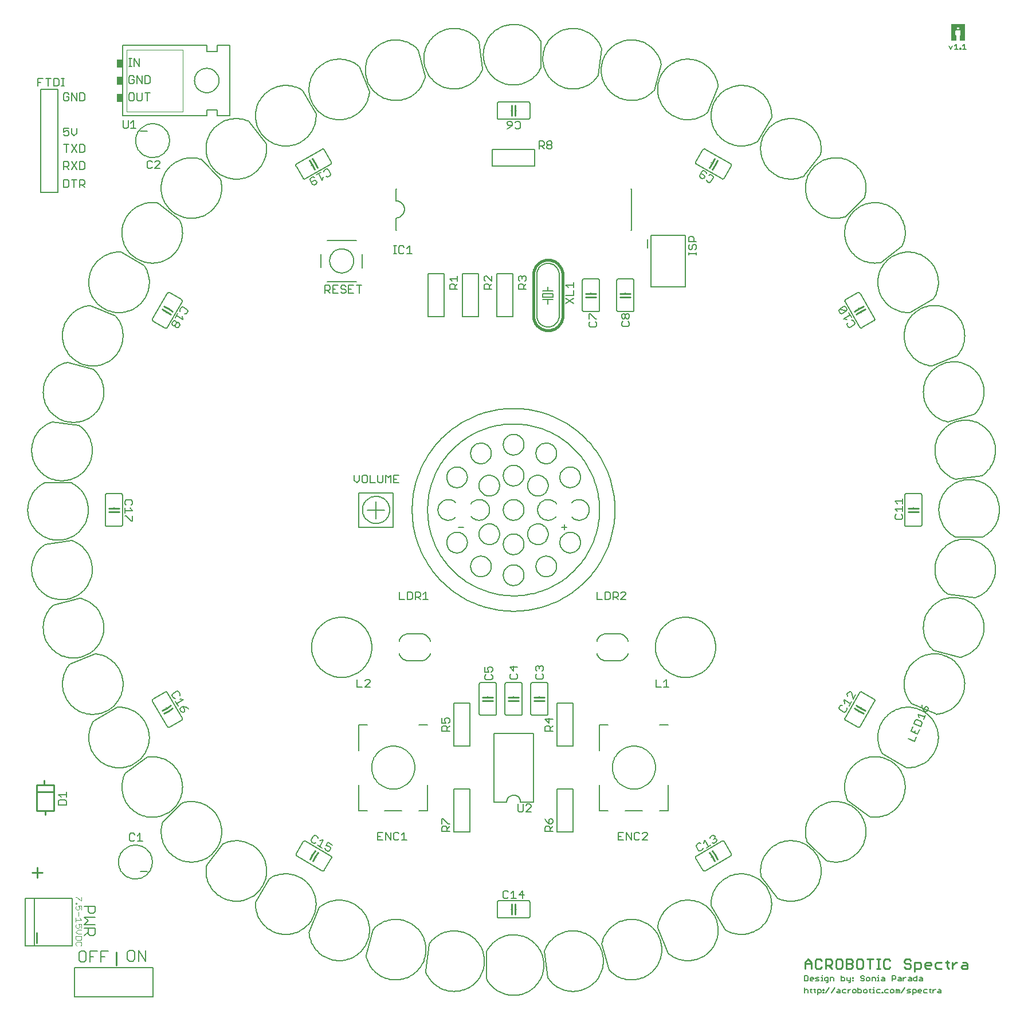
<source format=gto>
G75*
%MOIN*%
%OFA0B0*%
%FSLAX24Y24*%
%IPPOS*%
%LPD*%
%AMOC8*
5,1,8,0,0,1.08239X$1,22.5*
%
%ADD10C,0.0100*%
%ADD11C,0.0070*%
%ADD12C,0.0040*%
%ADD13C,0.0050*%
%ADD14C,0.0050*%
%ADD15C,0.0080*%
%ADD16C,0.0060*%
%ADD17C,0.0020*%
%ADD18R,0.0350X0.0500*%
%ADD19C,0.0160*%
%ADD20C,0.0010*%
D10*
X005625Y009100D02*
X005625Y009850D01*
X001315Y014500D02*
X000715Y014500D01*
X001015Y014801D02*
X001015Y014200D01*
X000975Y010990D02*
X000975Y010390D01*
X001475Y017850D02*
X001475Y018100D01*
X001975Y018100D01*
X001975Y019200D01*
X000975Y019200D01*
X000975Y018100D01*
X001475Y018100D01*
X000975Y019200D02*
X000975Y019600D01*
X001425Y019600D01*
X001425Y019850D01*
X001425Y019600D02*
X001975Y019600D01*
X001975Y019200D01*
X008375Y023743D02*
X008635Y023893D01*
X008895Y024043D01*
X008795Y024217D02*
X008535Y024067D01*
X008275Y023917D01*
X017168Y015770D02*
X017018Y015510D01*
X016868Y015250D01*
X017042Y015150D02*
X017192Y015410D01*
X017342Y015670D01*
X026925Y024500D02*
X027225Y024500D01*
X027525Y024500D01*
X027525Y024700D02*
X027225Y024700D01*
X026925Y024700D01*
X028425Y024700D02*
X028725Y024700D01*
X029025Y024700D01*
X029025Y024500D02*
X028725Y024500D01*
X028425Y024500D01*
X029925Y024500D02*
X030225Y024500D01*
X030525Y024500D01*
X030525Y024700D02*
X030225Y024700D01*
X029925Y024700D01*
X040118Y015670D02*
X040268Y015410D01*
X040418Y015150D01*
X040592Y015250D02*
X040442Y015510D01*
X040292Y015770D01*
X045858Y009450D02*
X046042Y009267D01*
X046042Y008900D01*
X046274Y008992D02*
X046365Y008900D01*
X046549Y008900D01*
X046640Y008992D01*
X046872Y009083D02*
X047147Y009083D01*
X047239Y009175D01*
X047239Y009359D01*
X047147Y009450D01*
X046872Y009450D01*
X046872Y008900D01*
X047056Y009083D02*
X047239Y008900D01*
X047471Y008992D02*
X047562Y008900D01*
X047746Y008900D01*
X047838Y008992D01*
X047838Y009359D01*
X047746Y009450D01*
X047562Y009450D01*
X047471Y009359D01*
X047471Y008992D01*
X048069Y008900D02*
X048069Y009450D01*
X048344Y009450D01*
X048436Y009359D01*
X048436Y009267D01*
X048344Y009175D01*
X048069Y009175D01*
X048069Y008900D02*
X048344Y008900D01*
X048436Y008992D01*
X048436Y009083D01*
X048344Y009175D01*
X048668Y009359D02*
X048668Y008992D01*
X048759Y008900D01*
X048943Y008900D01*
X049035Y008992D01*
X049035Y009359D01*
X048943Y009450D01*
X048759Y009450D01*
X048668Y009359D01*
X049266Y009450D02*
X049633Y009450D01*
X049450Y009450D02*
X049450Y008900D01*
X049865Y008900D02*
X050048Y008900D01*
X049956Y008900D02*
X049956Y009450D01*
X049865Y009450D02*
X050048Y009450D01*
X050264Y009359D02*
X050264Y008992D01*
X050355Y008900D01*
X050539Y008900D01*
X050631Y008992D01*
X050631Y009359D02*
X050539Y009450D01*
X050355Y009450D01*
X050264Y009359D01*
X051461Y009359D02*
X051461Y009267D01*
X051552Y009175D01*
X051736Y009175D01*
X051828Y009083D01*
X051828Y008992D01*
X051736Y008900D01*
X051552Y008900D01*
X051461Y008992D01*
X051461Y009359D02*
X051552Y009450D01*
X051736Y009450D01*
X051828Y009359D01*
X052059Y009267D02*
X052334Y009267D01*
X052426Y009175D01*
X052426Y008992D01*
X052334Y008900D01*
X052059Y008900D01*
X052059Y008717D02*
X052059Y009267D01*
X052658Y009175D02*
X052658Y008992D01*
X052749Y008900D01*
X052933Y008900D01*
X053025Y009083D02*
X052658Y009083D01*
X052658Y009175D02*
X052749Y009267D01*
X052933Y009267D01*
X053025Y009175D01*
X053025Y009083D01*
X053256Y009175D02*
X053256Y008992D01*
X053348Y008900D01*
X053623Y008900D01*
X053946Y008992D02*
X054038Y008900D01*
X053946Y008992D02*
X053946Y009359D01*
X053855Y009267D02*
X054038Y009267D01*
X054254Y009267D02*
X054254Y008900D01*
X054254Y009083D02*
X054437Y009267D01*
X054529Y009267D01*
X054844Y009267D02*
X055028Y009267D01*
X055119Y009175D01*
X055119Y008900D01*
X054844Y008900D01*
X054752Y008992D01*
X054844Y009083D01*
X055119Y009083D01*
X053623Y009267D02*
X053348Y009267D01*
X053256Y009175D01*
X046640Y009359D02*
X046549Y009450D01*
X046365Y009450D01*
X046274Y009359D01*
X046274Y008992D01*
X046042Y009175D02*
X045675Y009175D01*
X045675Y009267D02*
X045858Y009450D01*
X045675Y009267D02*
X045675Y008900D01*
X049075Y023743D02*
X048815Y023893D01*
X048555Y024043D01*
X048655Y024217D02*
X048915Y024067D01*
X049175Y023917D01*
X051675Y035500D02*
X051975Y035500D01*
X052275Y035500D01*
X052275Y035700D02*
X051975Y035700D01*
X051675Y035700D01*
X048655Y046993D02*
X048915Y047143D01*
X049175Y047293D01*
X049075Y047467D02*
X048815Y047317D01*
X048555Y047167D01*
X040292Y055430D02*
X040442Y055690D01*
X040592Y055950D01*
X040418Y056050D02*
X040268Y055790D01*
X040118Y055530D01*
X035525Y048200D02*
X035225Y048200D01*
X034925Y048200D01*
X034925Y048000D02*
X035225Y048000D01*
X035525Y048000D01*
X033525Y048000D02*
X033225Y048000D01*
X032925Y048000D01*
X032925Y048200D02*
X033225Y048200D01*
X033525Y048200D01*
X028825Y058550D02*
X028825Y058850D01*
X028825Y059150D01*
X028625Y059150D02*
X028625Y058850D01*
X028625Y058550D01*
X017332Y055530D02*
X017182Y055790D01*
X017032Y056050D01*
X016858Y055950D02*
X017008Y055690D01*
X017158Y055430D01*
X008895Y047157D02*
X008635Y047307D01*
X008375Y047457D01*
X008275Y047283D02*
X008535Y047133D01*
X008795Y046983D01*
X005775Y035700D02*
X005475Y035700D01*
X005175Y035700D01*
X005175Y035500D02*
X005475Y035500D01*
X005775Y035500D01*
X028625Y012650D02*
X028625Y012350D01*
X028625Y012050D01*
X028825Y012050D02*
X028825Y012350D01*
X028825Y012650D01*
D11*
X007330Y009966D02*
X007330Y009335D01*
X006910Y009966D01*
X006910Y009335D01*
X006686Y009440D02*
X006686Y009860D01*
X006581Y009966D01*
X006371Y009966D01*
X006265Y009860D01*
X006265Y009440D01*
X006371Y009335D01*
X006581Y009335D01*
X006686Y009440D01*
X005153Y009916D02*
X004732Y009916D01*
X004732Y009285D01*
X004732Y009600D02*
X004942Y009600D01*
X004508Y009916D02*
X004088Y009916D01*
X004088Y009285D01*
X003864Y009390D02*
X003864Y009810D01*
X003758Y009916D01*
X003548Y009916D01*
X003443Y009810D01*
X003443Y009390D01*
X003548Y009285D01*
X003758Y009285D01*
X003864Y009390D01*
X004088Y009600D02*
X004298Y009600D01*
X004285Y010822D02*
X004075Y010822D01*
X003970Y010927D01*
X003970Y011243D01*
X003760Y011243D02*
X004391Y011243D01*
X004391Y010927D01*
X004285Y010822D01*
X003970Y011033D02*
X003760Y010822D01*
X003760Y011467D02*
X004391Y011467D01*
X004391Y011887D02*
X003760Y011887D01*
X003970Y011677D01*
X003760Y011467D01*
X004075Y012111D02*
X003970Y012217D01*
X003970Y012532D01*
X003760Y012532D02*
X004391Y012532D01*
X004391Y012217D01*
X004285Y012111D01*
X004075Y012111D01*
D12*
X003595Y012315D02*
X003595Y012542D01*
X003425Y012542D01*
X003482Y012429D01*
X003482Y012372D01*
X003425Y012315D01*
X003312Y012315D01*
X003255Y012372D01*
X003255Y012486D01*
X003312Y012542D01*
X003312Y012660D02*
X003255Y012660D01*
X003255Y012717D01*
X003312Y012717D01*
X003312Y012660D01*
X003539Y012840D02*
X003312Y013067D01*
X003255Y013067D01*
X003595Y013067D02*
X003595Y012840D01*
X003539Y012840D01*
X003425Y012192D02*
X003425Y011965D01*
X003482Y011842D02*
X003595Y011729D01*
X003255Y011729D01*
X003255Y011842D02*
X003255Y011616D01*
X003312Y011493D02*
X003255Y011436D01*
X003255Y011322D01*
X003312Y011266D01*
X003425Y011266D01*
X003482Y011322D01*
X003482Y011379D01*
X003425Y011493D01*
X003595Y011493D01*
X003595Y011266D01*
X003595Y011143D02*
X003368Y011143D01*
X003255Y011029D01*
X003368Y010916D01*
X003595Y010916D01*
X003595Y010793D02*
X003595Y010623D01*
X003539Y010566D01*
X003312Y010566D01*
X003255Y010623D01*
X003255Y010793D01*
X003595Y010793D01*
X003539Y010443D02*
X003312Y010443D01*
X003255Y010386D01*
X003255Y010273D01*
X003312Y010216D01*
X003539Y010216D02*
X003595Y010273D01*
X003595Y010386D01*
X003539Y010443D01*
D13*
X006454Y016325D02*
X006604Y016325D01*
X006679Y016400D01*
X006840Y016325D02*
X007140Y016325D01*
X006990Y016325D02*
X006990Y016775D01*
X006840Y016625D01*
X006679Y016700D02*
X006604Y016775D01*
X006454Y016775D01*
X006379Y016700D01*
X006379Y016400D01*
X006454Y016325D01*
X008315Y017417D02*
X009428Y018530D01*
X011825Y016163D02*
X010866Y014914D01*
X013717Y012755D02*
X014505Y014119D01*
X016974Y016270D02*
X017104Y016195D01*
X017207Y016222D01*
X017308Y016077D02*
X017568Y015927D01*
X017438Y016002D02*
X017663Y016392D01*
X017458Y016337D01*
X017357Y016482D02*
X017329Y016585D01*
X017199Y016660D01*
X017097Y016632D01*
X016947Y016372D01*
X016974Y016270D01*
X017744Y015912D02*
X017771Y015809D01*
X017901Y015734D01*
X018004Y015762D01*
X018079Y015892D01*
X018052Y015994D01*
X017987Y016032D01*
X017819Y016042D01*
X017932Y016237D01*
X018192Y016087D01*
X019725Y018100D02*
X020225Y018100D01*
X019725Y018100D02*
X019725Y019600D01*
X021225Y018100D02*
X022225Y018100D01*
X023225Y018100D02*
X023725Y018100D01*
X023725Y019600D01*
X024550Y017636D02*
X024625Y017636D01*
X024925Y017335D01*
X025000Y017335D01*
X025000Y017175D02*
X024850Y017025D01*
X024850Y017100D02*
X024850Y016875D01*
X025000Y016875D02*
X024550Y016875D01*
X024550Y017100D01*
X024625Y017175D01*
X024775Y017175D01*
X024850Y017100D01*
X024550Y017335D02*
X024550Y017636D01*
X022511Y016375D02*
X022210Y016375D01*
X022361Y016375D02*
X022361Y016825D01*
X022210Y016675D01*
X022050Y016750D02*
X021975Y016825D01*
X021825Y016825D01*
X021750Y016750D01*
X021750Y016450D01*
X021825Y016375D01*
X021975Y016375D01*
X022050Y016450D01*
X021590Y016375D02*
X021590Y016825D01*
X021290Y016825D02*
X021590Y016375D01*
X021290Y016375D02*
X021290Y016825D01*
X021129Y016825D02*
X020829Y016825D01*
X020829Y016375D01*
X021129Y016375D01*
X020979Y016600D02*
X020829Y016600D01*
X017431Y012450D02*
X016829Y010995D01*
X020140Y009647D02*
X020548Y011168D01*
X023806Y010316D02*
X023601Y008755D01*
X027150Y008313D02*
X027150Y009887D01*
X028194Y012975D02*
X028119Y013050D01*
X028119Y013350D01*
X028194Y013425D01*
X028344Y013425D01*
X028419Y013350D01*
X028579Y013275D02*
X028729Y013425D01*
X028729Y012975D01*
X028579Y012975D02*
X028879Y012975D01*
X029040Y013200D02*
X029340Y013200D01*
X029265Y012975D02*
X029265Y013425D01*
X029040Y013200D01*
X028419Y013050D02*
X028344Y012975D01*
X028194Y012975D01*
X030521Y009905D02*
X030726Y008344D01*
X034268Y008832D02*
X033860Y010353D01*
X037109Y011245D02*
X037711Y009790D01*
X041005Y011181D02*
X040217Y012545D01*
X039599Y015738D02*
X039729Y015814D01*
X039757Y015916D01*
X039933Y015931D02*
X040193Y016081D01*
X040063Y016006D02*
X039838Y016396D01*
X039783Y016191D01*
X039606Y016176D02*
X039504Y016204D01*
X039374Y016129D01*
X039346Y016026D01*
X039497Y015766D01*
X039599Y015738D01*
X040144Y016486D02*
X040171Y016589D01*
X040301Y016664D01*
X040404Y016636D01*
X040441Y016571D01*
X040414Y016469D01*
X040516Y016441D01*
X040554Y016376D01*
X040526Y016274D01*
X040396Y016199D01*
X040294Y016226D01*
X040349Y016431D02*
X040414Y016469D01*
X037725Y018100D02*
X037725Y019600D01*
X037725Y018100D02*
X037225Y018100D01*
X036225Y018100D02*
X035225Y018100D01*
X034225Y018100D02*
X033725Y018100D01*
X033725Y019600D01*
X033725Y021600D02*
X033725Y023100D01*
X034225Y023100D01*
X034475Y020600D02*
X034477Y020670D01*
X034483Y020740D01*
X034493Y020809D01*
X034506Y020878D01*
X034524Y020946D01*
X034545Y021013D01*
X034570Y021078D01*
X034599Y021142D01*
X034631Y021205D01*
X034667Y021265D01*
X034706Y021323D01*
X034748Y021379D01*
X034793Y021433D01*
X034841Y021484D01*
X034892Y021532D01*
X034946Y021577D01*
X035002Y021619D01*
X035060Y021658D01*
X035120Y021694D01*
X035183Y021726D01*
X035247Y021755D01*
X035312Y021780D01*
X035379Y021801D01*
X035447Y021819D01*
X035516Y021832D01*
X035585Y021842D01*
X035655Y021848D01*
X035725Y021850D01*
X035795Y021848D01*
X035865Y021842D01*
X035934Y021832D01*
X036003Y021819D01*
X036071Y021801D01*
X036138Y021780D01*
X036203Y021755D01*
X036267Y021726D01*
X036330Y021694D01*
X036390Y021658D01*
X036448Y021619D01*
X036504Y021577D01*
X036558Y021532D01*
X036609Y021484D01*
X036657Y021433D01*
X036702Y021379D01*
X036744Y021323D01*
X036783Y021265D01*
X036819Y021205D01*
X036851Y021142D01*
X036880Y021078D01*
X036905Y021013D01*
X036926Y020946D01*
X036944Y020878D01*
X036957Y020809D01*
X036967Y020740D01*
X036973Y020670D01*
X036975Y020600D01*
X036973Y020530D01*
X036967Y020460D01*
X036957Y020391D01*
X036944Y020322D01*
X036926Y020254D01*
X036905Y020187D01*
X036880Y020122D01*
X036851Y020058D01*
X036819Y019995D01*
X036783Y019935D01*
X036744Y019877D01*
X036702Y019821D01*
X036657Y019767D01*
X036609Y019716D01*
X036558Y019668D01*
X036504Y019623D01*
X036448Y019581D01*
X036390Y019542D01*
X036330Y019506D01*
X036267Y019474D01*
X036203Y019445D01*
X036138Y019420D01*
X036071Y019399D01*
X036003Y019381D01*
X035934Y019368D01*
X035865Y019358D01*
X035795Y019352D01*
X035725Y019350D01*
X035655Y019352D01*
X035585Y019358D01*
X035516Y019368D01*
X035447Y019381D01*
X035379Y019399D01*
X035312Y019420D01*
X035247Y019445D01*
X035183Y019474D01*
X035120Y019506D01*
X035060Y019542D01*
X035002Y019581D01*
X034946Y019623D01*
X034892Y019668D01*
X034841Y019716D01*
X034793Y019767D01*
X034748Y019821D01*
X034706Y019877D01*
X034667Y019935D01*
X034631Y019995D01*
X034599Y020058D01*
X034570Y020122D01*
X034545Y020187D01*
X034524Y020254D01*
X034506Y020322D01*
X034493Y020391D01*
X034483Y020460D01*
X034477Y020530D01*
X034475Y020600D01*
X037225Y023100D02*
X037725Y023100D01*
X037761Y025275D02*
X037460Y025275D01*
X037611Y025275D02*
X037611Y025725D01*
X037460Y025575D01*
X037300Y025275D02*
X037000Y025275D01*
X037000Y025725D01*
X035261Y030375D02*
X034960Y030375D01*
X035261Y030675D01*
X035261Y030750D01*
X035186Y030825D01*
X035035Y030825D01*
X034960Y030750D01*
X034800Y030750D02*
X034800Y030600D01*
X034725Y030525D01*
X034500Y030525D01*
X034500Y030375D02*
X034500Y030825D01*
X034725Y030825D01*
X034800Y030750D01*
X034650Y030525D02*
X034800Y030375D01*
X034340Y030450D02*
X034340Y030750D01*
X034265Y030825D01*
X034040Y030825D01*
X034040Y030375D01*
X034265Y030375D01*
X034340Y030450D01*
X033879Y030375D02*
X033579Y030375D01*
X033579Y030825D01*
X031670Y034450D02*
X031670Y034750D01*
X031520Y034600D02*
X031820Y034600D01*
X025820Y034600D02*
X025520Y034600D01*
X023611Y030825D02*
X023460Y030675D01*
X023300Y030600D02*
X023225Y030525D01*
X023000Y030525D01*
X023000Y030375D02*
X023000Y030825D01*
X023225Y030825D01*
X023300Y030750D01*
X023300Y030600D01*
X023150Y030525D02*
X023300Y030375D01*
X023460Y030375D02*
X023761Y030375D01*
X023611Y030375D02*
X023611Y030825D01*
X022840Y030750D02*
X022765Y030825D01*
X022540Y030825D01*
X022540Y030375D01*
X022765Y030375D01*
X022840Y030450D01*
X022840Y030750D01*
X022379Y030375D02*
X022079Y030375D01*
X022079Y030825D01*
X021725Y034600D02*
X019725Y034600D01*
X019725Y036600D01*
X021725Y036600D01*
X021725Y034600D01*
X020725Y035100D02*
X020725Y035600D01*
X019934Y035600D02*
X019936Y035656D01*
X019942Y035711D01*
X019952Y035766D01*
X019965Y035820D01*
X019983Y035873D01*
X020004Y035925D01*
X020029Y035975D01*
X020057Y036023D01*
X020088Y036069D01*
X020123Y036113D01*
X020161Y036154D01*
X020201Y036193D01*
X020244Y036228D01*
X020290Y036261D01*
X020338Y036290D01*
X020387Y036315D01*
X020438Y036337D01*
X020491Y036356D01*
X020545Y036370D01*
X020600Y036381D01*
X020655Y036388D01*
X020711Y036391D01*
X020767Y036390D01*
X020822Y036385D01*
X020878Y036376D01*
X020932Y036363D01*
X020985Y036347D01*
X021037Y036327D01*
X021088Y036303D01*
X021137Y036276D01*
X021183Y036245D01*
X021227Y036211D01*
X021269Y036174D01*
X021308Y036134D01*
X021345Y036092D01*
X021378Y036047D01*
X021408Y036000D01*
X021434Y035950D01*
X021457Y035899D01*
X021476Y035847D01*
X021492Y035793D01*
X021504Y035739D01*
X021512Y035684D01*
X021516Y035628D01*
X021516Y035572D01*
X021512Y035516D01*
X021504Y035461D01*
X021492Y035407D01*
X021476Y035353D01*
X021457Y035301D01*
X021434Y035250D01*
X021408Y035200D01*
X021378Y035153D01*
X021345Y035108D01*
X021308Y035066D01*
X021269Y035026D01*
X021227Y034989D01*
X021183Y034955D01*
X021137Y034924D01*
X021088Y034897D01*
X021037Y034873D01*
X020985Y034853D01*
X020932Y034837D01*
X020878Y034824D01*
X020822Y034815D01*
X020767Y034810D01*
X020711Y034809D01*
X020655Y034812D01*
X020600Y034819D01*
X020545Y034830D01*
X020491Y034844D01*
X020438Y034863D01*
X020387Y034885D01*
X020338Y034910D01*
X020290Y034939D01*
X020244Y034972D01*
X020201Y035007D01*
X020161Y035046D01*
X020123Y035087D01*
X020088Y035131D01*
X020057Y035177D01*
X020029Y035225D01*
X020004Y035275D01*
X019983Y035327D01*
X019965Y035380D01*
X019952Y035434D01*
X019942Y035489D01*
X019936Y035544D01*
X019934Y035600D01*
X020225Y035600D02*
X020725Y035600D01*
X021225Y035600D01*
X020725Y035600D02*
X020725Y036100D01*
X020671Y037175D02*
X020371Y037175D01*
X020371Y037625D01*
X020211Y037550D02*
X020136Y037625D01*
X019985Y037625D01*
X019910Y037550D01*
X019910Y037250D01*
X019985Y037175D01*
X020136Y037175D01*
X020211Y037250D01*
X020211Y037550D01*
X019750Y037625D02*
X019750Y037325D01*
X019600Y037175D01*
X019450Y037325D01*
X019450Y037625D01*
X020831Y037625D02*
X020831Y037250D01*
X020906Y037175D01*
X021056Y037175D01*
X021131Y037250D01*
X021131Y037625D01*
X021292Y037625D02*
X021292Y037175D01*
X021592Y037175D02*
X021592Y037625D01*
X021442Y037475D01*
X021292Y037625D01*
X021752Y037625D02*
X021752Y037175D01*
X022052Y037175D01*
X021902Y037400D02*
X021752Y037400D01*
X021752Y037625D02*
X022052Y037625D01*
X019740Y048225D02*
X019740Y048675D01*
X019590Y048675D02*
X019890Y048675D01*
X019429Y048675D02*
X019129Y048675D01*
X019129Y048225D01*
X019429Y048225D01*
X019279Y048450D02*
X019129Y048450D01*
X018969Y048375D02*
X018969Y048300D01*
X018894Y048225D01*
X018744Y048225D01*
X018669Y048300D01*
X018744Y048450D02*
X018894Y048450D01*
X018969Y048375D01*
X018969Y048600D02*
X018894Y048675D01*
X018744Y048675D01*
X018669Y048600D01*
X018669Y048525D01*
X018744Y048450D01*
X018509Y048225D02*
X018208Y048225D01*
X018208Y048675D01*
X018509Y048675D01*
X018359Y048450D02*
X018208Y048450D01*
X018048Y048450D02*
X017973Y048375D01*
X017748Y048375D01*
X017748Y048225D02*
X017748Y048675D01*
X017973Y048675D01*
X018048Y048600D01*
X018048Y048450D01*
X017898Y048375D02*
X018048Y048225D01*
X021750Y050525D02*
X021900Y050525D01*
X021825Y050525D02*
X021825Y050975D01*
X021750Y050975D02*
X021900Y050975D01*
X022057Y050900D02*
X022057Y050600D01*
X022132Y050525D01*
X022282Y050525D01*
X022357Y050600D01*
X022517Y050525D02*
X022818Y050525D01*
X022667Y050525D02*
X022667Y050975D01*
X022517Y050825D01*
X022357Y050900D02*
X022282Y050975D01*
X022132Y050975D01*
X022057Y050900D01*
X025000Y049065D02*
X025450Y049065D01*
X025450Y048915D02*
X025450Y049215D01*
X025150Y048915D02*
X025000Y049065D01*
X025075Y048754D02*
X025225Y048754D01*
X025300Y048679D01*
X025300Y048454D01*
X025450Y048454D02*
X025000Y048454D01*
X025000Y048679D01*
X025075Y048754D01*
X025300Y048604D02*
X025450Y048754D01*
X027000Y048679D02*
X027075Y048754D01*
X027225Y048754D01*
X027300Y048679D01*
X027300Y048454D01*
X027450Y048454D02*
X027000Y048454D01*
X027000Y048679D01*
X027075Y048915D02*
X027000Y048990D01*
X027000Y049140D01*
X027075Y049215D01*
X027150Y049215D01*
X027450Y048915D01*
X027450Y049215D01*
X027450Y048754D02*
X027300Y048604D01*
X029000Y048679D02*
X029075Y048754D01*
X029225Y048754D01*
X029300Y048679D01*
X029300Y048454D01*
X029450Y048454D02*
X029000Y048454D01*
X029000Y048679D01*
X029075Y048915D02*
X029000Y048990D01*
X029000Y049140D01*
X029075Y049215D01*
X029150Y049215D01*
X029225Y049140D01*
X029300Y049215D01*
X029375Y049215D01*
X029450Y049140D01*
X029450Y048990D01*
X029375Y048915D01*
X029450Y048754D02*
X029300Y048604D01*
X029225Y049065D02*
X029225Y049140D01*
X031750Y048696D02*
X032200Y048696D01*
X032200Y048546D02*
X032200Y048846D01*
X031900Y048546D02*
X031750Y048696D01*
X032200Y048386D02*
X032200Y048085D01*
X031750Y048085D01*
X031750Y047925D02*
X032200Y047625D01*
X032200Y047925D02*
X031750Y047625D01*
X033100Y047015D02*
X033100Y046715D01*
X033175Y046554D02*
X033100Y046479D01*
X033100Y046329D01*
X033175Y046254D01*
X033475Y046254D01*
X033550Y046329D01*
X033550Y046479D01*
X033475Y046554D01*
X033475Y046715D02*
X033550Y046715D01*
X033475Y046715D02*
X033175Y047015D01*
X033100Y047015D01*
X035000Y046961D02*
X035000Y046810D01*
X035075Y046735D01*
X035150Y046735D01*
X035225Y046810D01*
X035225Y046961D01*
X035300Y047036D01*
X035375Y047036D01*
X035450Y046961D01*
X035450Y046810D01*
X035375Y046735D01*
X035300Y046735D01*
X035225Y046810D01*
X035225Y046961D02*
X035150Y047036D01*
X035075Y047036D01*
X035000Y046961D01*
X035075Y046575D02*
X035000Y046500D01*
X035000Y046350D01*
X035075Y046275D01*
X035375Y046275D01*
X035450Y046350D01*
X035450Y046500D01*
X035375Y046575D01*
X038900Y050447D02*
X038900Y050597D01*
X038900Y050522D02*
X039350Y050522D01*
X039350Y050447D02*
X039350Y050597D01*
X039275Y050754D02*
X039350Y050829D01*
X039350Y050979D01*
X039275Y051054D01*
X039200Y051054D01*
X039125Y050979D01*
X039125Y050829D01*
X039050Y050754D01*
X038975Y050754D01*
X038900Y050829D01*
X038900Y050979D01*
X038975Y051054D01*
X038900Y051215D02*
X038900Y051440D01*
X038975Y051515D01*
X039125Y051515D01*
X039200Y051440D01*
X039200Y051215D01*
X039350Y051215D02*
X038900Y051215D01*
X040097Y054659D02*
X040199Y054686D01*
X040349Y054946D01*
X040322Y055049D01*
X040192Y055124D01*
X040089Y055096D01*
X039951Y055176D02*
X039923Y055279D01*
X039793Y055354D01*
X039691Y055327D01*
X039540Y055067D01*
X039568Y054964D01*
X039698Y054889D01*
X039801Y054916D01*
X039838Y054981D01*
X039811Y055084D01*
X039616Y055197D01*
X039939Y054836D02*
X039967Y054734D01*
X040097Y054659D01*
X042945Y057081D02*
X043733Y058445D01*
X046584Y056286D02*
X045625Y055037D01*
X048022Y052670D02*
X049135Y053783D01*
X051328Y050960D02*
X050079Y050001D01*
X048038Y047416D02*
X048113Y047286D01*
X048086Y047183D01*
X047676Y047293D01*
X047936Y047443D01*
X048038Y047416D01*
X048086Y047183D02*
X047826Y047033D01*
X047723Y047060D01*
X047648Y047190D01*
X047676Y047293D01*
X048231Y047082D02*
X048381Y046822D01*
X048306Y046952D02*
X047916Y046727D01*
X048121Y046672D01*
X048136Y046495D02*
X048109Y046393D01*
X048184Y046263D01*
X048286Y046235D01*
X048546Y046386D01*
X048574Y046488D01*
X048499Y046618D01*
X048396Y046646D01*
X051780Y047092D02*
X053144Y047880D01*
X054535Y044586D02*
X053080Y043984D01*
X053972Y040735D02*
X055493Y041143D01*
X055981Y037601D02*
X054420Y037396D01*
X051350Y036265D02*
X051350Y035965D01*
X051350Y036115D02*
X050900Y036115D01*
X051050Y035965D01*
X051350Y035804D02*
X051350Y035504D01*
X051350Y035654D02*
X050900Y035654D01*
X051050Y035504D01*
X050975Y035344D02*
X050900Y035269D01*
X050900Y035119D01*
X050975Y035044D01*
X051275Y035044D01*
X051350Y035119D01*
X051350Y035269D01*
X051275Y035344D01*
X054438Y034025D02*
X056012Y034025D01*
X055570Y030476D02*
X054009Y030681D01*
X053157Y027423D02*
X054678Y027015D01*
X053330Y023704D02*
X051875Y024306D01*
X050206Y021380D02*
X051570Y020592D01*
X049411Y017741D02*
X048162Y018700D01*
X045795Y016303D02*
X046908Y015190D01*
X044085Y012997D02*
X043126Y014246D01*
X045650Y008475D02*
X045800Y008475D01*
X045850Y008425D01*
X045850Y008225D01*
X045800Y008175D01*
X045650Y008175D01*
X045650Y008475D01*
X045972Y008325D02*
X046022Y008375D01*
X046122Y008375D01*
X046172Y008325D01*
X046172Y008275D01*
X045972Y008275D01*
X045972Y008225D02*
X045972Y008325D01*
X045972Y008225D02*
X046022Y008175D01*
X046122Y008175D01*
X046295Y008175D02*
X046445Y008175D01*
X046495Y008225D01*
X046445Y008275D01*
X046345Y008275D01*
X046295Y008325D01*
X046345Y008375D01*
X046495Y008375D01*
X046617Y008375D02*
X046667Y008375D01*
X046667Y008175D01*
X046617Y008175D02*
X046717Y008175D01*
X046832Y008225D02*
X046882Y008175D01*
X047032Y008175D01*
X047032Y008125D02*
X047032Y008375D01*
X046882Y008375D01*
X046832Y008325D01*
X046832Y008225D01*
X046932Y008075D02*
X046982Y008075D01*
X047032Y008125D01*
X047154Y008175D02*
X047154Y008375D01*
X047304Y008375D01*
X047354Y008325D01*
X047354Y008175D01*
X047408Y007775D02*
X047208Y007475D01*
X046885Y007475D02*
X047086Y007775D01*
X046774Y007675D02*
X046774Y007625D01*
X046724Y007625D01*
X046724Y007675D01*
X046774Y007675D01*
X046774Y007525D02*
X046774Y007475D01*
X046724Y007475D01*
X046724Y007525D01*
X046774Y007525D01*
X046602Y007525D02*
X046552Y007475D01*
X046402Y007475D01*
X046402Y007375D02*
X046402Y007675D01*
X046552Y007675D01*
X046602Y007625D01*
X046602Y007525D01*
X046287Y007475D02*
X046237Y007525D01*
X046237Y007725D01*
X046187Y007675D02*
X046287Y007675D01*
X046072Y007675D02*
X045972Y007675D01*
X046022Y007725D02*
X046022Y007525D01*
X046072Y007475D01*
X045850Y007475D02*
X045850Y007625D01*
X045800Y007675D01*
X045700Y007675D01*
X045650Y007625D01*
X045650Y007775D02*
X045650Y007475D01*
X046667Y008475D02*
X046667Y008525D01*
X047798Y008475D02*
X047798Y008175D01*
X047949Y008175D01*
X047999Y008225D01*
X047999Y008325D01*
X047949Y008375D01*
X047798Y008375D01*
X048121Y008375D02*
X048121Y008225D01*
X048171Y008175D01*
X048321Y008175D01*
X048321Y008125D02*
X048271Y008075D01*
X048221Y008075D01*
X048321Y008125D02*
X048321Y008375D01*
X048443Y008375D02*
X048443Y008325D01*
X048493Y008325D01*
X048493Y008375D01*
X048443Y008375D01*
X048443Y008225D02*
X048443Y008175D01*
X048493Y008175D01*
X048493Y008225D01*
X048443Y008225D01*
X048926Y008225D02*
X048977Y008175D01*
X049077Y008175D01*
X049127Y008225D01*
X049127Y008275D01*
X049077Y008325D01*
X048977Y008325D01*
X048926Y008375D01*
X048926Y008425D01*
X048977Y008475D01*
X049077Y008475D01*
X049127Y008425D01*
X049249Y008325D02*
X049299Y008375D01*
X049399Y008375D01*
X049449Y008325D01*
X049449Y008225D01*
X049399Y008175D01*
X049299Y008175D01*
X049249Y008225D01*
X049249Y008325D01*
X049571Y008375D02*
X049721Y008375D01*
X049771Y008325D01*
X049771Y008175D01*
X049893Y008175D02*
X049993Y008175D01*
X049943Y008175D02*
X049943Y008375D01*
X049893Y008375D01*
X049943Y008475D02*
X049943Y008525D01*
X050158Y008375D02*
X050258Y008375D01*
X050308Y008325D01*
X050308Y008175D01*
X050158Y008175D01*
X050108Y008225D01*
X050158Y008275D01*
X050308Y008275D01*
X050753Y008275D02*
X050903Y008275D01*
X050953Y008325D01*
X050953Y008425D01*
X050903Y008475D01*
X050753Y008475D01*
X050753Y008175D01*
X051075Y008225D02*
X051125Y008275D01*
X051275Y008275D01*
X051275Y008325D02*
X051275Y008175D01*
X051125Y008175D01*
X051075Y008225D01*
X051125Y008375D02*
X051225Y008375D01*
X051275Y008325D01*
X051397Y008275D02*
X051497Y008375D01*
X051547Y008375D01*
X051397Y008375D02*
X051397Y008175D01*
X051666Y008225D02*
X051716Y008275D01*
X051866Y008275D01*
X051866Y008325D02*
X051866Y008175D01*
X051716Y008175D01*
X051666Y008225D01*
X051716Y008375D02*
X051816Y008375D01*
X051866Y008325D01*
X051988Y008325D02*
X052038Y008375D01*
X052188Y008375D01*
X052188Y008475D02*
X052188Y008175D01*
X052038Y008175D01*
X051988Y008225D01*
X051988Y008325D01*
X052310Y008225D02*
X052360Y008275D01*
X052511Y008275D01*
X052511Y008325D02*
X052511Y008175D01*
X052360Y008175D01*
X052310Y008225D01*
X052360Y008375D02*
X052460Y008375D01*
X052511Y008325D01*
X052407Y007675D02*
X052457Y007625D01*
X052457Y007575D01*
X052257Y007575D01*
X052257Y007525D02*
X052257Y007625D01*
X052307Y007675D01*
X052407Y007675D01*
X052579Y007625D02*
X052579Y007525D01*
X052629Y007475D01*
X052779Y007475D01*
X052951Y007525D02*
X052951Y007725D01*
X052901Y007675D02*
X053001Y007675D01*
X053116Y007675D02*
X053116Y007475D01*
X053116Y007575D02*
X053216Y007675D01*
X053266Y007675D01*
X053435Y007675D02*
X053535Y007675D01*
X053585Y007625D01*
X053585Y007475D01*
X053435Y007475D01*
X053385Y007525D01*
X053435Y007575D01*
X053585Y007575D01*
X053001Y007475D02*
X052951Y007525D01*
X052779Y007675D02*
X052629Y007675D01*
X052579Y007625D01*
X052407Y007475D02*
X052307Y007475D01*
X052257Y007525D01*
X052135Y007525D02*
X052084Y007475D01*
X051934Y007475D01*
X051934Y007375D02*
X051934Y007675D01*
X052084Y007675D01*
X052135Y007625D01*
X052135Y007525D01*
X051812Y007525D02*
X051762Y007575D01*
X051662Y007575D01*
X051612Y007625D01*
X051662Y007675D01*
X051812Y007675D01*
X051812Y007525D02*
X051762Y007475D01*
X051612Y007475D01*
X051290Y007475D02*
X051490Y007775D01*
X051168Y007625D02*
X051118Y007675D01*
X051068Y007625D01*
X051068Y007475D01*
X051168Y007475D02*
X051168Y007625D01*
X051068Y007625D02*
X051018Y007675D01*
X050968Y007675D01*
X050968Y007475D01*
X050845Y007525D02*
X050845Y007625D01*
X050795Y007675D01*
X050695Y007675D01*
X050645Y007625D01*
X050645Y007525D01*
X050695Y007475D01*
X050795Y007475D01*
X050845Y007525D01*
X050523Y007475D02*
X050373Y007475D01*
X050323Y007525D01*
X050323Y007625D01*
X050373Y007675D01*
X050523Y007675D01*
X050212Y007525D02*
X050212Y007475D01*
X050162Y007475D01*
X050162Y007525D01*
X050212Y007525D01*
X050040Y007475D02*
X049890Y007475D01*
X049840Y007525D01*
X049840Y007625D01*
X049890Y007675D01*
X050040Y007675D01*
X049675Y007675D02*
X049675Y007475D01*
X049625Y007475D02*
X049725Y007475D01*
X049675Y007675D02*
X049625Y007675D01*
X049675Y007775D02*
X049675Y007825D01*
X049510Y007675D02*
X049410Y007675D01*
X049460Y007725D02*
X049460Y007525D01*
X049510Y007475D01*
X049288Y007525D02*
X049288Y007625D01*
X049238Y007675D01*
X049138Y007675D01*
X049088Y007625D01*
X049088Y007525D01*
X049138Y007475D01*
X049238Y007475D01*
X049288Y007525D01*
X048965Y007525D02*
X048965Y007625D01*
X048915Y007675D01*
X048765Y007675D01*
X048765Y007775D02*
X048765Y007475D01*
X048915Y007475D01*
X048965Y007525D01*
X048643Y007525D02*
X048643Y007625D01*
X048593Y007675D01*
X048493Y007675D01*
X048443Y007625D01*
X048443Y007525D01*
X048493Y007475D01*
X048593Y007475D01*
X048643Y007525D01*
X048325Y007675D02*
X048275Y007675D01*
X048174Y007575D01*
X048174Y007475D02*
X048174Y007675D01*
X048052Y007675D02*
X047902Y007675D01*
X047852Y007625D01*
X047852Y007525D01*
X047902Y007475D01*
X048052Y007475D01*
X047730Y007475D02*
X047580Y007475D01*
X047530Y007525D01*
X047580Y007575D01*
X047730Y007575D01*
X047730Y007625D02*
X047730Y007475D01*
X047730Y007625D02*
X047680Y007675D01*
X047580Y007675D01*
X049571Y008175D02*
X049571Y008375D01*
X036511Y016375D02*
X036210Y016375D01*
X036511Y016675D01*
X036511Y016750D01*
X036436Y016825D01*
X036285Y016825D01*
X036210Y016750D01*
X036050Y016750D02*
X035975Y016825D01*
X035825Y016825D01*
X035750Y016750D01*
X035750Y016450D01*
X035825Y016375D01*
X035975Y016375D01*
X036050Y016450D01*
X035590Y016375D02*
X035590Y016825D01*
X035290Y016825D02*
X035590Y016375D01*
X035290Y016375D02*
X035290Y016825D01*
X035129Y016825D02*
X034829Y016825D01*
X034829Y016375D01*
X035129Y016375D01*
X034979Y016600D02*
X034829Y016600D01*
X031000Y016875D02*
X030550Y016875D01*
X030550Y017100D01*
X030625Y017175D01*
X030775Y017175D01*
X030850Y017100D01*
X030850Y016875D01*
X030850Y017025D02*
X031000Y017175D01*
X030925Y017335D02*
X031000Y017410D01*
X031000Y017561D01*
X030925Y017636D01*
X030850Y017636D01*
X030775Y017561D01*
X030775Y017335D01*
X030925Y017335D01*
X030775Y017335D02*
X030625Y017486D01*
X030550Y017636D01*
X029740Y018025D02*
X029440Y018025D01*
X029740Y018325D01*
X029740Y018400D01*
X029665Y018475D01*
X029515Y018475D01*
X029440Y018400D01*
X029279Y018475D02*
X029279Y018100D01*
X029204Y018025D01*
X029054Y018025D01*
X028979Y018100D01*
X028979Y018475D01*
X030550Y022725D02*
X030550Y022950D01*
X030625Y023025D01*
X030775Y023025D01*
X030850Y022950D01*
X030850Y022725D01*
X031000Y022725D02*
X030550Y022725D01*
X030850Y022875D02*
X031000Y023025D01*
X030775Y023185D02*
X030775Y023486D01*
X031000Y023411D02*
X030550Y023411D01*
X030775Y023185D01*
X030375Y025754D02*
X030450Y025829D01*
X030450Y025979D01*
X030375Y026054D01*
X030375Y026215D02*
X030450Y026290D01*
X030450Y026440D01*
X030375Y026515D01*
X030300Y026515D01*
X030225Y026440D01*
X030225Y026365D01*
X030225Y026440D02*
X030150Y026515D01*
X030075Y026515D01*
X030000Y026440D01*
X030000Y026290D01*
X030075Y026215D01*
X030075Y026054D02*
X030000Y025979D01*
X030000Y025829D01*
X030075Y025754D01*
X030375Y025754D01*
X028950Y025829D02*
X028950Y025979D01*
X028875Y026054D01*
X028725Y026215D02*
X028725Y026515D01*
X028950Y026440D02*
X028500Y026440D01*
X028725Y026215D01*
X028575Y026054D02*
X028500Y025979D01*
X028500Y025829D01*
X028575Y025754D01*
X028875Y025754D01*
X028950Y025829D01*
X027500Y025779D02*
X027425Y025704D01*
X027125Y025704D01*
X027050Y025779D01*
X027050Y025929D01*
X027125Y026004D01*
X027050Y026165D02*
X027275Y026165D01*
X027200Y026315D01*
X027200Y026390D01*
X027275Y026465D01*
X027425Y026465D01*
X027500Y026390D01*
X027500Y026240D01*
X027425Y026165D01*
X027425Y026004D02*
X027500Y025929D01*
X027500Y025779D01*
X027050Y026165D02*
X027050Y026465D01*
X024925Y023486D02*
X025000Y023411D01*
X025000Y023260D01*
X024925Y023185D01*
X024775Y023185D02*
X024700Y023336D01*
X024700Y023411D01*
X024775Y023486D01*
X024925Y023486D01*
X024775Y023185D02*
X024550Y023185D01*
X024550Y023486D01*
X024625Y023025D02*
X024775Y023025D01*
X024850Y022950D01*
X024850Y022725D01*
X025000Y022725D02*
X024550Y022725D01*
X024550Y022950D01*
X024625Y023025D01*
X024850Y022875D02*
X025000Y023025D01*
X023725Y023100D02*
X023225Y023100D01*
X020475Y020600D02*
X020477Y020670D01*
X020483Y020740D01*
X020493Y020809D01*
X020506Y020878D01*
X020524Y020946D01*
X020545Y021013D01*
X020570Y021078D01*
X020599Y021142D01*
X020631Y021205D01*
X020667Y021265D01*
X020706Y021323D01*
X020748Y021379D01*
X020793Y021433D01*
X020841Y021484D01*
X020892Y021532D01*
X020946Y021577D01*
X021002Y021619D01*
X021060Y021658D01*
X021120Y021694D01*
X021183Y021726D01*
X021247Y021755D01*
X021312Y021780D01*
X021379Y021801D01*
X021447Y021819D01*
X021516Y021832D01*
X021585Y021842D01*
X021655Y021848D01*
X021725Y021850D01*
X021795Y021848D01*
X021865Y021842D01*
X021934Y021832D01*
X022003Y021819D01*
X022071Y021801D01*
X022138Y021780D01*
X022203Y021755D01*
X022267Y021726D01*
X022330Y021694D01*
X022390Y021658D01*
X022448Y021619D01*
X022504Y021577D01*
X022558Y021532D01*
X022609Y021484D01*
X022657Y021433D01*
X022702Y021379D01*
X022744Y021323D01*
X022783Y021265D01*
X022819Y021205D01*
X022851Y021142D01*
X022880Y021078D01*
X022905Y021013D01*
X022926Y020946D01*
X022944Y020878D01*
X022957Y020809D01*
X022967Y020740D01*
X022973Y020670D01*
X022975Y020600D01*
X022973Y020530D01*
X022967Y020460D01*
X022957Y020391D01*
X022944Y020322D01*
X022926Y020254D01*
X022905Y020187D01*
X022880Y020122D01*
X022851Y020058D01*
X022819Y019995D01*
X022783Y019935D01*
X022744Y019877D01*
X022702Y019821D01*
X022657Y019767D01*
X022609Y019716D01*
X022558Y019668D01*
X022504Y019623D01*
X022448Y019581D01*
X022390Y019542D01*
X022330Y019506D01*
X022267Y019474D01*
X022203Y019445D01*
X022138Y019420D01*
X022071Y019399D01*
X022003Y019381D01*
X021934Y019368D01*
X021865Y019358D01*
X021795Y019352D01*
X021725Y019350D01*
X021655Y019352D01*
X021585Y019358D01*
X021516Y019368D01*
X021447Y019381D01*
X021379Y019399D01*
X021312Y019420D01*
X021247Y019445D01*
X021183Y019474D01*
X021120Y019506D01*
X021060Y019542D01*
X021002Y019581D01*
X020946Y019623D01*
X020892Y019668D01*
X020841Y019716D01*
X020793Y019767D01*
X020748Y019821D01*
X020706Y019877D01*
X020667Y019935D01*
X020631Y019995D01*
X020599Y020058D01*
X020570Y020122D01*
X020545Y020187D01*
X020524Y020254D01*
X020506Y020322D01*
X020493Y020391D01*
X020483Y020460D01*
X020477Y020530D01*
X020475Y020600D01*
X019725Y021600D02*
X019725Y023100D01*
X020225Y023100D01*
X020090Y025275D02*
X020390Y025575D01*
X020390Y025650D01*
X020315Y025725D01*
X020165Y025725D01*
X020090Y025650D01*
X020090Y025275D02*
X020390Y025275D01*
X019929Y025275D02*
X019629Y025275D01*
X019629Y025725D01*
X009826Y024019D02*
X009686Y024111D01*
X009481Y024166D01*
X009594Y023971D01*
X009566Y023869D01*
X009501Y023831D01*
X009399Y023859D01*
X009324Y023989D01*
X009351Y024091D01*
X009481Y024166D01*
X009206Y024192D02*
X009056Y024452D01*
X009131Y024322D02*
X009521Y024547D01*
X009316Y024602D01*
X009301Y024779D02*
X009329Y024881D01*
X009254Y025011D01*
X009151Y025039D01*
X008891Y024888D01*
X008863Y024786D01*
X008939Y024656D01*
X009041Y024628D01*
X005670Y024108D02*
X004306Y023320D01*
X006122Y020240D02*
X007371Y021199D01*
X002700Y019186D02*
X002700Y018885D01*
X002700Y019036D02*
X002250Y019036D01*
X002400Y018885D01*
X002325Y018725D02*
X002250Y018650D01*
X002250Y018425D01*
X002700Y018425D01*
X002700Y018650D01*
X002625Y018725D01*
X002325Y018725D01*
X002915Y026614D02*
X004370Y027216D01*
X003478Y030465D02*
X001957Y030057D01*
X001469Y033599D02*
X003030Y033804D01*
X003012Y037175D02*
X001438Y037175D01*
X001880Y040724D02*
X003441Y040519D01*
X004293Y043777D02*
X002772Y044185D01*
X004120Y047496D02*
X005575Y046894D01*
X007244Y049820D02*
X005880Y050608D01*
X008039Y053459D02*
X009288Y052500D01*
X011655Y054897D02*
X010542Y056010D01*
X008161Y055850D02*
X008086Y055925D01*
X007935Y055925D01*
X007860Y055850D01*
X007700Y055850D02*
X007625Y055925D01*
X007475Y055925D01*
X007400Y055850D01*
X007400Y055550D01*
X007475Y055475D01*
X007625Y055475D01*
X007700Y055550D01*
X007860Y055475D02*
X008161Y055775D01*
X008161Y055850D01*
X008161Y055475D02*
X007860Y055475D01*
X006761Y057825D02*
X006460Y057825D01*
X006611Y057825D02*
X006611Y058275D01*
X006460Y058125D01*
X006300Y058275D02*
X006300Y057900D01*
X006225Y057825D01*
X006075Y057825D01*
X006000Y057900D01*
X006000Y058275D01*
X006425Y059425D02*
X006575Y059425D01*
X006650Y059500D01*
X006650Y059800D01*
X006575Y059875D01*
X006425Y059875D01*
X006350Y059800D01*
X006350Y059500D01*
X006425Y059425D01*
X006810Y059500D02*
X006885Y059425D01*
X007036Y059425D01*
X007111Y059500D01*
X007111Y059875D01*
X007271Y059875D02*
X007571Y059875D01*
X007421Y059875D02*
X007421Y059425D01*
X006810Y059500D02*
X006810Y059875D01*
X006810Y060425D02*
X006810Y060875D01*
X007111Y060425D01*
X007111Y060875D01*
X007271Y060875D02*
X007496Y060875D01*
X007571Y060800D01*
X007571Y060500D01*
X007496Y060425D01*
X007271Y060425D01*
X007271Y060875D01*
X006650Y060800D02*
X006575Y060875D01*
X006425Y060875D01*
X006350Y060800D01*
X006350Y060500D01*
X006425Y060425D01*
X006575Y060425D01*
X006650Y060500D01*
X006650Y060650D01*
X006500Y060650D01*
X006500Y061425D02*
X006350Y061425D01*
X006425Y061425D02*
X006425Y061875D01*
X006350Y061875D02*
X006500Y061875D01*
X006657Y061875D02*
X006957Y061425D01*
X006957Y061875D01*
X006657Y061875D02*
X006657Y061425D01*
X003771Y059800D02*
X003696Y059875D01*
X003471Y059875D01*
X003471Y059425D01*
X003696Y059425D01*
X003771Y059500D01*
X003771Y059800D01*
X003311Y059875D02*
X003311Y059425D01*
X003010Y059875D01*
X003010Y059425D01*
X002850Y059500D02*
X002850Y059650D01*
X002700Y059650D01*
X002550Y059500D02*
X002625Y059425D01*
X002775Y059425D01*
X002850Y059500D01*
X002550Y059500D02*
X002550Y059800D01*
X002625Y059875D01*
X002775Y059875D01*
X002850Y059800D01*
X002581Y060275D02*
X002431Y060275D01*
X002506Y060275D02*
X002506Y060725D01*
X002431Y060725D02*
X002581Y060725D01*
X002271Y060650D02*
X002271Y060350D01*
X002196Y060275D01*
X001971Y060275D01*
X001971Y060725D01*
X002196Y060725D01*
X002271Y060650D01*
X001811Y060725D02*
X001510Y060725D01*
X001661Y060725D02*
X001661Y060275D01*
X001200Y060500D02*
X001050Y060500D01*
X001050Y060275D02*
X001050Y060725D01*
X001350Y060725D01*
X002550Y057825D02*
X002550Y057600D01*
X002700Y057675D01*
X002775Y057675D01*
X002850Y057600D01*
X002850Y057450D01*
X002775Y057375D01*
X002625Y057375D01*
X002550Y057450D01*
X002550Y057825D02*
X002850Y057825D01*
X003010Y057825D02*
X003010Y057525D01*
X003161Y057375D01*
X003311Y057525D01*
X003311Y057825D01*
X003311Y056875D02*
X003010Y056425D01*
X003311Y056425D02*
X003010Y056875D01*
X002850Y056875D02*
X002550Y056875D01*
X002700Y056875D02*
X002700Y056425D01*
X002775Y055875D02*
X002850Y055800D01*
X002850Y055650D01*
X002775Y055575D01*
X002550Y055575D01*
X002550Y055425D02*
X002550Y055875D01*
X002775Y055875D01*
X003010Y055875D02*
X003311Y055425D01*
X003471Y055425D02*
X003696Y055425D01*
X003771Y055500D01*
X003771Y055800D01*
X003696Y055875D01*
X003471Y055875D01*
X003471Y055425D01*
X003010Y055425D02*
X003311Y055875D01*
X003471Y056425D02*
X003696Y056425D01*
X003771Y056500D01*
X003771Y056800D01*
X003696Y056875D01*
X003471Y056875D01*
X003471Y056425D01*
X002700Y055575D02*
X002850Y055425D01*
X002775Y054825D02*
X002550Y054825D01*
X002550Y054375D01*
X002775Y054375D01*
X002850Y054450D01*
X002850Y054750D01*
X002775Y054825D01*
X003010Y054825D02*
X003311Y054825D01*
X003161Y054825D02*
X003161Y054375D01*
X003471Y054375D02*
X003471Y054825D01*
X003696Y054825D01*
X003771Y054750D01*
X003771Y054600D01*
X003696Y054525D01*
X003471Y054525D01*
X003621Y054525D02*
X003771Y054375D01*
X009376Y047387D02*
X009301Y047257D01*
X009329Y047154D01*
X009184Y047053D02*
X009033Y046793D01*
X009109Y046923D02*
X009499Y046698D01*
X009444Y046903D01*
X009589Y047004D02*
X009691Y047032D01*
X009766Y047162D01*
X009739Y047264D01*
X009479Y047414D01*
X009376Y047387D01*
X009018Y046617D02*
X009083Y046579D01*
X009111Y046477D01*
X009036Y046347D01*
X008933Y046319D01*
X008868Y046357D01*
X008841Y046459D01*
X008916Y046589D01*
X009018Y046617D01*
X009111Y046477D02*
X009213Y046504D01*
X009278Y046467D01*
X009306Y046364D01*
X009231Y046234D01*
X009128Y046207D01*
X009063Y046244D01*
X009036Y046347D01*
X017032Y054551D02*
X017135Y054523D01*
X017265Y054598D01*
X017292Y054701D01*
X017255Y054766D01*
X017152Y054793D01*
X016957Y054681D01*
X016882Y054811D02*
X017032Y054551D01*
X016882Y054811D02*
X016909Y054913D01*
X017039Y054988D01*
X017142Y054961D01*
X017243Y055106D02*
X017503Y055256D01*
X017373Y055181D02*
X017598Y054791D01*
X017653Y054996D01*
X017830Y055011D02*
X017932Y054984D01*
X018062Y055059D01*
X018090Y055161D01*
X017939Y055421D01*
X017837Y055449D01*
X017707Y055374D01*
X017679Y055271D01*
X017233Y058655D02*
X016445Y060019D01*
X013365Y058203D02*
X014324Y056954D01*
X020341Y059955D02*
X019739Y061410D01*
X023182Y062368D02*
X023590Y060847D01*
X026929Y061295D02*
X026724Y062856D01*
X030300Y062887D02*
X030300Y061313D01*
X029025Y058225D02*
X028875Y058225D01*
X028800Y058150D01*
X028640Y058150D02*
X028565Y058225D01*
X028414Y058225D01*
X028339Y058150D01*
X028339Y058075D01*
X028414Y058000D01*
X028640Y058000D01*
X028640Y058150D01*
X028640Y058000D02*
X028489Y057850D01*
X028339Y057775D01*
X028800Y057850D02*
X028875Y057775D01*
X029025Y057775D01*
X029100Y057850D01*
X029100Y058150D01*
X029025Y058225D01*
X030200Y057075D02*
X030425Y057075D01*
X030500Y057000D01*
X030500Y056850D01*
X030425Y056775D01*
X030200Y056775D01*
X030200Y056625D02*
X030200Y057075D01*
X030350Y056775D02*
X030500Y056625D01*
X030660Y056700D02*
X030660Y056775D01*
X030735Y056850D01*
X030886Y056850D01*
X030961Y056775D01*
X030961Y056700D01*
X030886Y056625D01*
X030735Y056625D01*
X030660Y056700D01*
X030735Y056850D02*
X030660Y056925D01*
X030660Y057000D01*
X030735Y057075D01*
X030886Y057075D01*
X030961Y057000D01*
X030961Y056925D01*
X030886Y056850D01*
X033644Y060884D02*
X033849Y062445D01*
X037310Y061553D02*
X036902Y060032D01*
X040019Y058750D02*
X040621Y060205D01*
X054050Y062625D02*
X054150Y062425D01*
X054250Y062625D01*
X054372Y062625D02*
X054472Y062725D01*
X054472Y062425D01*
X054372Y062425D02*
X054572Y062425D01*
X054695Y062425D02*
X054745Y062425D01*
X054745Y062475D01*
X054695Y062475D01*
X054695Y062425D01*
X054856Y062425D02*
X055056Y062425D01*
X054956Y062425D02*
X054956Y062725D01*
X054856Y062625D01*
X048303Y025029D02*
X048201Y025002D01*
X048126Y024872D01*
X048153Y024769D01*
X048303Y025029D02*
X048368Y024992D01*
X048478Y024581D01*
X048628Y024841D01*
X048398Y024443D02*
X048248Y024183D01*
X048323Y024313D02*
X047933Y024538D01*
X047988Y024333D01*
X047843Y024232D02*
X047740Y024204D01*
X047665Y024074D01*
X047693Y023972D01*
X047953Y023822D01*
X048055Y023849D01*
X048130Y023979D01*
X048103Y024082D01*
X006550Y034954D02*
X006475Y034954D01*
X006175Y035254D01*
X006100Y035254D01*
X006100Y035414D02*
X006100Y035715D01*
X006100Y035564D02*
X006550Y035564D01*
X006400Y035715D01*
X006475Y035875D02*
X006550Y035950D01*
X006550Y036100D01*
X006475Y036175D01*
X006175Y036175D01*
X006100Y036100D01*
X006100Y035950D01*
X006175Y035875D01*
X006550Y035254D02*
X006550Y034954D01*
D14*
X003030Y033804D02*
X003108Y033775D01*
X003185Y033742D01*
X003260Y033706D01*
X003334Y033666D01*
X003405Y033623D01*
X003474Y033576D01*
X003541Y033526D01*
X003605Y033473D01*
X003667Y033417D01*
X003726Y033358D01*
X003783Y033297D01*
X003836Y033233D01*
X003886Y033166D01*
X003933Y033097D01*
X003977Y033026D01*
X004017Y032953D01*
X004054Y032878D01*
X004087Y032801D01*
X004117Y032723D01*
X004142Y032644D01*
X004164Y032563D01*
X004183Y032482D01*
X004197Y032400D01*
X004207Y032317D01*
X004214Y032233D01*
X004216Y032150D01*
X004214Y032067D01*
X004209Y031983D01*
X004200Y031900D01*
X004186Y031818D01*
X004169Y031736D01*
X004148Y031656D01*
X004123Y031576D01*
X004095Y031498D01*
X004062Y031421D01*
X004026Y031345D01*
X003987Y031272D01*
X003944Y031200D01*
X003898Y031131D01*
X003849Y031063D01*
X003796Y030998D01*
X003740Y030936D01*
X003682Y030877D01*
X003621Y030820D01*
X003557Y030766D01*
X003490Y030716D01*
X003422Y030668D01*
X003351Y030624D01*
X003278Y030583D01*
X003203Y030546D01*
X003127Y030512D01*
X003049Y030482D01*
X002970Y030456D01*
X002890Y030433D01*
X002808Y030415D01*
X002726Y030400D01*
X002643Y030389D01*
X002560Y030382D01*
X002477Y030379D01*
X002393Y030380D01*
X002310Y030385D01*
X002227Y030394D01*
X002145Y030407D01*
X002063Y030423D01*
X001982Y030444D01*
X001902Y030468D01*
X001823Y030496D01*
X001746Y030528D01*
X001671Y030563D01*
X001597Y030602D01*
X001525Y030645D01*
X001455Y030690D01*
X001388Y030739D01*
X001322Y030791D01*
X001260Y030847D01*
X001200Y030905D01*
X001143Y030966D01*
X001089Y031029D01*
X001038Y031095D01*
X000990Y031163D01*
X000945Y031234D01*
X000904Y031306D01*
X000866Y031381D01*
X000832Y031457D01*
X000801Y031535D01*
X000774Y031614D01*
X000751Y031694D01*
X000732Y031775D01*
X000717Y031857D01*
X000705Y031940D01*
X000698Y032023D01*
X000694Y032106D01*
X000695Y032190D01*
X000699Y032273D01*
X000707Y032356D01*
X000720Y032439D01*
X000736Y032521D01*
X000756Y032602D01*
X000779Y032682D01*
X000807Y032760D01*
X000838Y032838D01*
X000873Y032914D01*
X000912Y032988D01*
X000953Y033060D01*
X000999Y033130D01*
X001047Y033198D01*
X001099Y033263D01*
X001154Y033326D01*
X001211Y033387D01*
X001272Y033444D01*
X001335Y033499D01*
X001401Y033550D01*
X001469Y033599D01*
X001437Y037175D02*
X001364Y037136D01*
X001292Y037093D01*
X001222Y037048D01*
X001155Y036998D01*
X001090Y036946D01*
X001027Y036891D01*
X000967Y036833D01*
X000910Y036772D01*
X000856Y036708D01*
X000805Y036642D01*
X000758Y036574D01*
X000713Y036503D01*
X000672Y036430D01*
X000634Y036356D01*
X000600Y036280D01*
X000570Y036202D01*
X000543Y036123D01*
X000521Y036042D01*
X000501Y035961D01*
X000486Y035879D01*
X000475Y035796D01*
X000468Y035713D01*
X000464Y035630D01*
X000465Y035546D01*
X000469Y035463D01*
X000478Y035380D01*
X000490Y035298D01*
X000506Y035216D01*
X000527Y035135D01*
X000551Y035055D01*
X000578Y034976D01*
X000610Y034899D01*
X000645Y034823D01*
X000683Y034749D01*
X000725Y034677D01*
X000771Y034607D01*
X000819Y034539D01*
X000871Y034474D01*
X000926Y034411D01*
X000984Y034351D01*
X001045Y034293D01*
X001108Y034239D01*
X001174Y034187D01*
X001242Y034139D01*
X001312Y034094D01*
X001384Y034053D01*
X001459Y034015D01*
X001535Y033980D01*
X001612Y033949D01*
X001691Y033922D01*
X001771Y033898D01*
X001852Y033879D01*
X001934Y033863D01*
X002017Y033851D01*
X002100Y033843D01*
X002183Y033839D01*
X002267Y033839D01*
X002350Y033843D01*
X002433Y033851D01*
X002516Y033863D01*
X002598Y033879D01*
X002679Y033898D01*
X002759Y033922D01*
X002838Y033949D01*
X002915Y033980D01*
X002991Y034015D01*
X003066Y034053D01*
X003138Y034094D01*
X003208Y034139D01*
X003276Y034187D01*
X003342Y034239D01*
X003405Y034293D01*
X003466Y034351D01*
X003524Y034411D01*
X003579Y034474D01*
X003631Y034539D01*
X003679Y034607D01*
X003725Y034677D01*
X003767Y034749D01*
X003805Y034823D01*
X003840Y034899D01*
X003872Y034976D01*
X003899Y035055D01*
X003923Y035135D01*
X003944Y035216D01*
X003960Y035298D01*
X003972Y035380D01*
X003981Y035463D01*
X003985Y035546D01*
X003986Y035630D01*
X003982Y035713D01*
X003975Y035796D01*
X003964Y035879D01*
X003949Y035961D01*
X003929Y036042D01*
X003907Y036123D01*
X003880Y036202D01*
X003850Y036280D01*
X003816Y036356D01*
X003778Y036430D01*
X003737Y036503D01*
X003692Y036574D01*
X003645Y036642D01*
X003594Y036708D01*
X003540Y036772D01*
X003483Y036833D01*
X003423Y036891D01*
X003360Y036946D01*
X003295Y036998D01*
X003228Y037048D01*
X003158Y037093D01*
X003086Y037136D01*
X003013Y037175D01*
X003441Y040519D02*
X003509Y040470D01*
X003575Y040419D01*
X003638Y040364D01*
X003699Y040307D01*
X003756Y040246D01*
X003811Y040183D01*
X003863Y040118D01*
X003911Y040050D01*
X003957Y039980D01*
X003998Y039908D01*
X004037Y039834D01*
X004072Y039758D01*
X004103Y039680D01*
X004131Y039602D01*
X004154Y039522D01*
X004174Y039441D01*
X004190Y039359D01*
X004203Y039276D01*
X004211Y039193D01*
X004215Y039110D01*
X004216Y039026D01*
X004212Y038943D01*
X004205Y038860D01*
X004193Y038777D01*
X004178Y038695D01*
X004159Y038614D01*
X004136Y038534D01*
X004109Y038455D01*
X004078Y038377D01*
X004044Y038301D01*
X004006Y038226D01*
X003965Y038154D01*
X003920Y038083D01*
X003872Y038015D01*
X003821Y037949D01*
X003767Y037886D01*
X003710Y037825D01*
X003650Y037767D01*
X003588Y037711D01*
X003522Y037659D01*
X003455Y037610D01*
X003385Y037565D01*
X003313Y037522D01*
X003239Y037483D01*
X003164Y037448D01*
X003087Y037416D01*
X003008Y037388D01*
X002928Y037364D01*
X002847Y037343D01*
X002765Y037327D01*
X002683Y037314D01*
X002600Y037305D01*
X002517Y037300D01*
X002433Y037299D01*
X002350Y037302D01*
X002267Y037309D01*
X002184Y037320D01*
X002102Y037335D01*
X002020Y037353D01*
X001940Y037376D01*
X001861Y037402D01*
X001783Y037432D01*
X001707Y037466D01*
X001632Y037503D01*
X001559Y037544D01*
X001488Y037588D01*
X001420Y037636D01*
X001353Y037686D01*
X001289Y037740D01*
X001228Y037797D01*
X001170Y037856D01*
X001114Y037918D01*
X001061Y037983D01*
X001012Y038051D01*
X000966Y038120D01*
X000923Y038192D01*
X000884Y038265D01*
X000848Y038341D01*
X000815Y038418D01*
X000787Y038496D01*
X000762Y038576D01*
X000741Y038656D01*
X000724Y038738D01*
X000710Y038820D01*
X000701Y038903D01*
X000696Y038987D01*
X000694Y039070D01*
X000696Y039153D01*
X000703Y039237D01*
X000713Y039320D01*
X000727Y039402D01*
X000746Y039483D01*
X000768Y039564D01*
X000793Y039643D01*
X000823Y039721D01*
X000856Y039798D01*
X000893Y039873D01*
X000933Y039946D01*
X000977Y040017D01*
X001024Y040086D01*
X001074Y040153D01*
X001127Y040217D01*
X001184Y040278D01*
X001243Y040337D01*
X001305Y040393D01*
X001369Y040446D01*
X001436Y040496D01*
X001505Y040543D01*
X001576Y040586D01*
X001650Y040626D01*
X001725Y040662D01*
X001802Y040695D01*
X001880Y040724D01*
X002772Y044185D02*
X002691Y044167D01*
X002610Y044144D01*
X002531Y044118D01*
X002453Y044088D01*
X002377Y044054D01*
X002302Y044017D01*
X002229Y043976D01*
X002158Y043932D01*
X002090Y043885D01*
X002023Y043834D01*
X001960Y043780D01*
X001898Y043723D01*
X001840Y043664D01*
X001784Y043602D01*
X001732Y043537D01*
X001682Y043470D01*
X001636Y043400D01*
X001593Y043329D01*
X001554Y043255D01*
X001518Y043180D01*
X001485Y043103D01*
X001457Y043024D01*
X001432Y042945D01*
X001411Y042864D01*
X001394Y042782D01*
X001380Y042700D01*
X001371Y042617D01*
X001366Y042534D01*
X001364Y042450D01*
X001366Y042367D01*
X001373Y042284D01*
X001383Y042201D01*
X001397Y042118D01*
X001416Y042037D01*
X001438Y041957D01*
X001463Y041877D01*
X001493Y041799D01*
X001526Y041722D01*
X001563Y041648D01*
X001603Y041574D01*
X001647Y041503D01*
X001694Y041434D01*
X001744Y041368D01*
X001797Y041303D01*
X001853Y041242D01*
X001912Y041183D01*
X001974Y041127D01*
X002039Y041074D01*
X002106Y041024D01*
X002175Y040977D01*
X002246Y040934D01*
X002319Y040894D01*
X002395Y040858D01*
X002471Y040825D01*
X002550Y040796D01*
X002629Y040770D01*
X002710Y040749D01*
X002791Y040731D01*
X002873Y040717D01*
X002956Y040707D01*
X003040Y040701D01*
X003123Y040699D01*
X003206Y040701D01*
X003290Y040707D01*
X003373Y040716D01*
X003455Y040730D01*
X003537Y040748D01*
X003617Y040769D01*
X003697Y040794D01*
X003775Y040823D01*
X003852Y040856D01*
X003927Y040892D01*
X004000Y040932D01*
X004072Y040975D01*
X004141Y041022D01*
X004208Y041071D01*
X004273Y041124D01*
X004335Y041180D01*
X004394Y041239D01*
X004450Y041300D01*
X004504Y041365D01*
X004554Y041431D01*
X004601Y041500D01*
X004645Y041571D01*
X004686Y041644D01*
X004722Y041719D01*
X004756Y041795D01*
X004785Y041873D01*
X004811Y041953D01*
X004834Y042033D01*
X004852Y042115D01*
X004866Y042197D01*
X004877Y042280D01*
X004883Y042363D01*
X004886Y042446D01*
X004885Y042530D01*
X004879Y042613D01*
X004870Y042696D01*
X004857Y042778D01*
X004840Y042860D01*
X004819Y042941D01*
X004794Y043021D01*
X004766Y043099D01*
X004734Y043176D01*
X004698Y043252D01*
X004659Y043325D01*
X004616Y043397D01*
X004570Y043466D01*
X004521Y043534D01*
X004468Y043599D01*
X004413Y043661D01*
X004354Y043721D01*
X004293Y043778D01*
X005575Y046894D02*
X005629Y046829D01*
X005679Y046763D01*
X005725Y046694D01*
X005769Y046622D01*
X005809Y046549D01*
X005846Y046474D01*
X005879Y046398D01*
X005908Y046319D01*
X005934Y046240D01*
X005955Y046159D01*
X005973Y046078D01*
X005987Y045996D01*
X005998Y045913D01*
X006004Y045830D01*
X006006Y045746D01*
X006004Y045663D01*
X005999Y045579D01*
X005989Y045497D01*
X005976Y045414D01*
X005958Y045333D01*
X005937Y045252D01*
X005912Y045172D01*
X005883Y045094D01*
X005851Y045017D01*
X005815Y044942D01*
X005775Y044868D01*
X005732Y044797D01*
X005686Y044727D01*
X005636Y044660D01*
X005583Y044596D01*
X005528Y044533D01*
X005469Y044474D01*
X005408Y044417D01*
X005344Y044364D01*
X005277Y044313D01*
X005209Y044266D01*
X005138Y044222D01*
X005065Y044181D01*
X004990Y044144D01*
X004913Y044111D01*
X004836Y044081D01*
X004756Y044055D01*
X004676Y044033D01*
X004594Y044014D01*
X004512Y043999D01*
X004430Y043989D01*
X004346Y043982D01*
X004263Y043979D01*
X004179Y043980D01*
X004096Y043985D01*
X004013Y043994D01*
X003931Y044007D01*
X003849Y044024D01*
X003768Y044045D01*
X003688Y044069D01*
X003610Y044098D01*
X003533Y044129D01*
X003457Y044165D01*
X003383Y044204D01*
X003312Y044247D01*
X003242Y044293D01*
X003175Y044342D01*
X003109Y044394D01*
X003047Y044449D01*
X002987Y044508D01*
X002930Y044569D01*
X002876Y044632D01*
X002825Y044698D01*
X002777Y044767D01*
X002733Y044837D01*
X002692Y044910D01*
X002654Y044984D01*
X002620Y045061D01*
X002590Y045138D01*
X002563Y045217D01*
X002540Y045298D01*
X002521Y045379D01*
X002506Y045461D01*
X002495Y045544D01*
X002488Y045627D01*
X002484Y045710D01*
X002485Y045794D01*
X002489Y045877D01*
X002498Y045960D01*
X002510Y046043D01*
X002526Y046125D01*
X002547Y046206D01*
X002571Y046285D01*
X002598Y046364D01*
X002630Y046441D01*
X002665Y046517D01*
X002703Y046591D01*
X002745Y046663D01*
X002791Y046733D01*
X002840Y046801D01*
X002891Y046866D01*
X002946Y046929D01*
X003004Y046990D01*
X003065Y047047D01*
X003128Y047101D01*
X003194Y047153D01*
X003262Y047201D01*
X003332Y047246D01*
X003405Y047288D01*
X003479Y047326D01*
X003555Y047360D01*
X003632Y047391D01*
X003711Y047418D01*
X003791Y047442D01*
X003872Y047461D01*
X003954Y047477D01*
X004037Y047489D01*
X004120Y047497D01*
X005881Y050608D02*
X005797Y050611D01*
X005714Y050610D01*
X005630Y050605D01*
X005547Y050596D01*
X005465Y050583D01*
X005383Y050567D01*
X005302Y050546D01*
X005222Y050522D01*
X005144Y050494D01*
X005067Y050462D01*
X004991Y050427D01*
X004917Y050388D01*
X004845Y050346D01*
X004775Y050300D01*
X004708Y050251D01*
X004643Y050199D01*
X004580Y050144D01*
X004520Y050085D01*
X004463Y050025D01*
X004409Y049961D01*
X004358Y049895D01*
X004310Y049827D01*
X004265Y049756D01*
X004224Y049684D01*
X004186Y049609D01*
X004152Y049533D01*
X004121Y049456D01*
X004095Y049377D01*
X004071Y049296D01*
X004052Y049215D01*
X004037Y049133D01*
X004025Y049050D01*
X004018Y048967D01*
X004014Y048884D01*
X004015Y048800D01*
X004019Y048717D01*
X004027Y048634D01*
X004039Y048551D01*
X004056Y048470D01*
X004076Y048389D01*
X004099Y048309D01*
X004127Y048230D01*
X004158Y048152D01*
X004193Y048077D01*
X004231Y048002D01*
X004273Y047930D01*
X004319Y047860D01*
X004367Y047792D01*
X004419Y047727D01*
X004474Y047664D01*
X004531Y047603D01*
X004592Y047546D01*
X004655Y047491D01*
X004720Y047440D01*
X004788Y047391D01*
X004859Y047346D01*
X004931Y047304D01*
X005005Y047266D01*
X005081Y047232D01*
X005158Y047200D01*
X005237Y047173D01*
X005317Y047150D01*
X005398Y047130D01*
X005480Y047114D01*
X005563Y047102D01*
X005646Y047094D01*
X005729Y047090D01*
X005813Y047089D01*
X005896Y047093D01*
X005979Y047101D01*
X006062Y047113D01*
X006144Y047128D01*
X006225Y047147D01*
X006305Y047171D01*
X006384Y047198D01*
X006462Y047228D01*
X006538Y047263D01*
X006612Y047301D01*
X006685Y047342D01*
X006755Y047387D01*
X006823Y047435D01*
X006889Y047486D01*
X006953Y047541D01*
X007013Y047598D01*
X007071Y047658D01*
X007126Y047721D01*
X007178Y047786D01*
X007227Y047854D01*
X007273Y047924D01*
X007315Y047996D01*
X007354Y048069D01*
X007389Y048145D01*
X007420Y048222D01*
X007448Y048301D01*
X007472Y048381D01*
X007493Y048462D01*
X007509Y048544D01*
X007522Y048626D01*
X007530Y048709D01*
X007535Y048793D01*
X007536Y048876D01*
X007533Y048959D01*
X007525Y049043D01*
X007514Y049125D01*
X007499Y049207D01*
X007480Y049289D01*
X007458Y049369D01*
X007431Y049448D01*
X007401Y049526D01*
X007367Y049602D01*
X007330Y049677D01*
X007289Y049750D01*
X007245Y049820D01*
X009289Y052500D02*
X009323Y052424D01*
X009354Y052347D01*
X009382Y052268D01*
X009405Y052188D01*
X009425Y052107D01*
X009441Y052025D01*
X009453Y051942D01*
X009461Y051859D01*
X009465Y051776D01*
X009466Y051692D01*
X009462Y051609D01*
X009454Y051526D01*
X009443Y051443D01*
X009427Y051361D01*
X009408Y051280D01*
X009384Y051200D01*
X009357Y051121D01*
X009327Y051043D01*
X009292Y050967D01*
X009254Y050893D01*
X009213Y050821D01*
X009168Y050750D01*
X009120Y050682D01*
X009069Y050616D01*
X009015Y050553D01*
X008957Y050492D01*
X008897Y050434D01*
X008835Y050379D01*
X008769Y050327D01*
X008702Y050278D01*
X008632Y050233D01*
X008560Y050190D01*
X008486Y050152D01*
X008410Y050116D01*
X008333Y050085D01*
X008254Y050057D01*
X008174Y050033D01*
X008093Y050012D01*
X008012Y049996D01*
X007929Y049983D01*
X007846Y049975D01*
X007763Y049970D01*
X007679Y049969D01*
X007596Y049972D01*
X007513Y049980D01*
X007430Y049991D01*
X007348Y050006D01*
X007267Y050024D01*
X007186Y050047D01*
X007107Y050074D01*
X007029Y050104D01*
X006953Y050138D01*
X006878Y050175D01*
X006806Y050216D01*
X006735Y050260D01*
X006666Y050308D01*
X006600Y050359D01*
X006536Y050413D01*
X006475Y050469D01*
X006417Y050529D01*
X006362Y050591D01*
X006309Y050656D01*
X006260Y050724D01*
X006214Y050793D01*
X006171Y050865D01*
X006132Y050939D01*
X006096Y051014D01*
X006064Y051091D01*
X006036Y051170D01*
X006011Y051249D01*
X005990Y051330D01*
X005973Y051412D01*
X005960Y051494D01*
X005951Y051577D01*
X005945Y051661D01*
X005944Y051744D01*
X005947Y051827D01*
X005953Y051911D01*
X005964Y051993D01*
X005978Y052076D01*
X005997Y052157D01*
X006019Y052237D01*
X006045Y052317D01*
X006074Y052395D01*
X006108Y052471D01*
X006145Y052546D01*
X006185Y052619D01*
X006229Y052690D01*
X006276Y052759D01*
X006326Y052826D01*
X006380Y052890D01*
X006436Y052951D01*
X006496Y053010D01*
X006558Y053066D01*
X006622Y053119D01*
X006689Y053168D01*
X006758Y053215D01*
X006830Y053258D01*
X006903Y053298D01*
X006978Y053334D01*
X007055Y053367D01*
X007133Y053396D01*
X007213Y053421D01*
X007294Y053442D01*
X007375Y053460D01*
X007458Y053474D01*
X007541Y053483D01*
X007624Y053489D01*
X007707Y053491D01*
X007791Y053489D01*
X007874Y053483D01*
X007957Y053473D01*
X008039Y053459D01*
X010542Y056011D02*
X010462Y056035D01*
X010381Y056056D01*
X010300Y056073D01*
X010217Y056086D01*
X010134Y056095D01*
X010051Y056100D01*
X009967Y056101D01*
X009884Y056098D01*
X009801Y056091D01*
X009718Y056081D01*
X009636Y056066D01*
X009554Y056048D01*
X009474Y056025D01*
X009395Y055999D01*
X009317Y055969D01*
X009240Y055936D01*
X009166Y055899D01*
X009093Y055858D01*
X009022Y055814D01*
X008953Y055767D01*
X008886Y055716D01*
X008823Y055663D01*
X008761Y055606D01*
X008703Y055547D01*
X008647Y055485D01*
X008594Y055420D01*
X008544Y055353D01*
X008498Y055283D01*
X008455Y055212D01*
X008415Y055139D01*
X008379Y055063D01*
X008347Y054986D01*
X008318Y054908D01*
X008293Y054828D01*
X008272Y054748D01*
X008254Y054666D01*
X008241Y054584D01*
X008231Y054501D01*
X008226Y054418D01*
X008224Y054334D01*
X008226Y054251D01*
X008232Y054167D01*
X008243Y054085D01*
X008257Y054002D01*
X008275Y053921D01*
X008296Y053840D01*
X008322Y053761D01*
X008351Y053683D01*
X008384Y053606D01*
X008421Y053531D01*
X008461Y053458D01*
X008504Y053387D01*
X008551Y053318D01*
X008601Y053251D01*
X008654Y053186D01*
X008711Y053125D01*
X008770Y053066D01*
X008831Y053009D01*
X008896Y052956D01*
X008963Y052906D01*
X009032Y052859D01*
X009103Y052816D01*
X009176Y052776D01*
X009251Y052739D01*
X009328Y052706D01*
X009406Y052677D01*
X009485Y052651D01*
X009566Y052630D01*
X009647Y052612D01*
X009730Y052598D01*
X009812Y052587D01*
X009896Y052581D01*
X009979Y052579D01*
X010063Y052581D01*
X010146Y052586D01*
X010229Y052596D01*
X010311Y052609D01*
X010393Y052627D01*
X010473Y052648D01*
X010553Y052673D01*
X010631Y052702D01*
X010708Y052734D01*
X010784Y052770D01*
X010857Y052810D01*
X010928Y052853D01*
X010998Y052899D01*
X011065Y052949D01*
X011130Y053002D01*
X011192Y053058D01*
X011251Y053116D01*
X011308Y053178D01*
X011361Y053241D01*
X011412Y053308D01*
X011459Y053377D01*
X011503Y053448D01*
X011544Y053521D01*
X011581Y053595D01*
X011614Y053672D01*
X011644Y053750D01*
X011670Y053829D01*
X011693Y053909D01*
X011711Y053991D01*
X011726Y054073D01*
X011736Y054156D01*
X011743Y054239D01*
X011746Y054322D01*
X011745Y054406D01*
X011740Y054489D01*
X011731Y054572D01*
X011718Y054655D01*
X011701Y054736D01*
X011680Y054817D01*
X011656Y054897D01*
X014324Y056954D02*
X014338Y056872D01*
X014348Y056789D01*
X014354Y056706D01*
X014356Y056622D01*
X014354Y056539D01*
X014348Y056456D01*
X014339Y056373D01*
X014325Y056290D01*
X014307Y056209D01*
X014286Y056128D01*
X014261Y056048D01*
X014232Y055970D01*
X014199Y055893D01*
X014163Y055818D01*
X014123Y055745D01*
X014080Y055673D01*
X014033Y055604D01*
X013984Y055537D01*
X013931Y055473D01*
X013875Y055411D01*
X013816Y055351D01*
X013755Y055295D01*
X013691Y055241D01*
X013624Y055191D01*
X013555Y055144D01*
X013484Y055100D01*
X013411Y055060D01*
X013336Y055023D01*
X013260Y054989D01*
X013182Y054960D01*
X013102Y054934D01*
X013022Y054912D01*
X012941Y054893D01*
X012858Y054879D01*
X012776Y054868D01*
X012692Y054862D01*
X012609Y054859D01*
X012526Y054860D01*
X012442Y054866D01*
X012359Y054875D01*
X012277Y054888D01*
X012195Y054905D01*
X012114Y054926D01*
X012035Y054951D01*
X011956Y054979D01*
X011879Y055011D01*
X011804Y055047D01*
X011730Y055086D01*
X011658Y055129D01*
X011589Y055175D01*
X011521Y055224D01*
X011456Y055277D01*
X011394Y055332D01*
X011334Y055390D01*
X011278Y055451D01*
X011224Y055515D01*
X011173Y055581D01*
X011125Y055650D01*
X011081Y055721D01*
X011040Y055793D01*
X011003Y055868D01*
X010969Y055944D01*
X010939Y056022D01*
X010912Y056101D01*
X010889Y056182D01*
X010871Y056263D01*
X010856Y056345D01*
X010845Y056428D01*
X010837Y056511D01*
X010834Y056594D01*
X010835Y056678D01*
X010840Y056761D01*
X010848Y056844D01*
X010861Y056927D01*
X010877Y057008D01*
X010898Y057089D01*
X010922Y057169D01*
X010950Y057248D01*
X010981Y057325D01*
X011017Y057401D01*
X011055Y057475D01*
X011098Y057547D01*
X011143Y057617D01*
X011192Y057684D01*
X011244Y057750D01*
X011299Y057812D01*
X011357Y057872D01*
X011418Y057930D01*
X011481Y057984D01*
X011547Y058035D01*
X011615Y058083D01*
X011686Y058128D01*
X011758Y058169D01*
X011832Y058207D01*
X011908Y058242D01*
X011986Y058272D01*
X012065Y058299D01*
X012145Y058323D01*
X012226Y058342D01*
X012308Y058358D01*
X012391Y058369D01*
X012474Y058377D01*
X012557Y058381D01*
X012641Y058380D01*
X012724Y058376D01*
X012807Y058368D01*
X012890Y058356D01*
X012972Y058340D01*
X013053Y058320D01*
X013133Y058297D01*
X013212Y058269D01*
X013289Y058238D01*
X013365Y058204D01*
X016445Y060020D02*
X016375Y060064D01*
X016302Y060105D01*
X016227Y060142D01*
X016151Y060176D01*
X016073Y060206D01*
X015994Y060233D01*
X015914Y060255D01*
X015832Y060274D01*
X015750Y060289D01*
X015668Y060300D01*
X015584Y060308D01*
X015501Y060311D01*
X015418Y060310D01*
X015334Y060305D01*
X015251Y060297D01*
X015169Y060284D01*
X015087Y060268D01*
X015006Y060247D01*
X014926Y060223D01*
X014847Y060195D01*
X014770Y060164D01*
X014694Y060129D01*
X014621Y060090D01*
X014549Y060048D01*
X014479Y060002D01*
X014411Y059953D01*
X014346Y059901D01*
X014283Y059846D01*
X014223Y059788D01*
X014166Y059728D01*
X014111Y059664D01*
X014060Y059598D01*
X014012Y059530D01*
X013967Y059460D01*
X013926Y059387D01*
X013888Y059313D01*
X013853Y059237D01*
X013823Y059159D01*
X013796Y059080D01*
X013772Y059000D01*
X013753Y058919D01*
X013738Y058837D01*
X013726Y058754D01*
X013718Y058671D01*
X013714Y058588D01*
X013715Y058504D01*
X013719Y058421D01*
X013727Y058338D01*
X013739Y058255D01*
X013755Y058173D01*
X013775Y058092D01*
X013798Y058012D01*
X013825Y057933D01*
X013857Y057856D01*
X013891Y057780D01*
X013929Y057706D01*
X013971Y057634D01*
X014016Y057563D01*
X014065Y057495D01*
X014116Y057430D01*
X014171Y057367D01*
X014228Y057306D01*
X014289Y057249D01*
X014352Y057194D01*
X014417Y057142D01*
X014485Y057094D01*
X014555Y057048D01*
X014627Y057006D01*
X014702Y056968D01*
X014777Y056933D01*
X014855Y056902D01*
X014934Y056874D01*
X015014Y056851D01*
X015095Y056831D01*
X015176Y056814D01*
X015259Y056802D01*
X015342Y056794D01*
X015425Y056790D01*
X015509Y056789D01*
X015592Y056793D01*
X015675Y056800D01*
X015758Y056812D01*
X015840Y056827D01*
X015921Y056846D01*
X016002Y056870D01*
X016081Y056896D01*
X016158Y056927D01*
X016234Y056961D01*
X016309Y056999D01*
X016381Y057040D01*
X016452Y057085D01*
X016520Y057133D01*
X016586Y057184D01*
X016650Y057238D01*
X016710Y057295D01*
X016769Y057355D01*
X016824Y057418D01*
X016876Y057483D01*
X016925Y057550D01*
X016971Y057620D01*
X017013Y057692D01*
X017052Y057766D01*
X017087Y057842D01*
X017119Y057919D01*
X017147Y057997D01*
X017171Y058077D01*
X017192Y058158D01*
X017208Y058240D01*
X017221Y058322D01*
X017230Y058405D01*
X017235Y058489D01*
X017236Y058572D01*
X017233Y058656D01*
X020342Y059955D02*
X020334Y059872D01*
X020322Y059789D01*
X020306Y059707D01*
X020287Y059626D01*
X020263Y059546D01*
X020236Y059467D01*
X020205Y059390D01*
X020171Y059314D01*
X020133Y059240D01*
X020091Y059167D01*
X020046Y059097D01*
X019998Y059029D01*
X019946Y058963D01*
X019892Y058900D01*
X019835Y058839D01*
X019774Y058781D01*
X019711Y058726D01*
X019646Y058675D01*
X019578Y058626D01*
X019508Y058580D01*
X019436Y058538D01*
X019362Y058500D01*
X019286Y058465D01*
X019209Y058433D01*
X019130Y058406D01*
X019051Y058382D01*
X018970Y058361D01*
X018888Y058345D01*
X018805Y058333D01*
X018722Y058324D01*
X018639Y058320D01*
X018555Y058319D01*
X018472Y058323D01*
X018389Y058330D01*
X018306Y058341D01*
X018224Y058356D01*
X018143Y058375D01*
X018062Y058398D01*
X017983Y058425D01*
X017906Y058455D01*
X017829Y058489D01*
X017755Y058527D01*
X017682Y058568D01*
X017612Y058612D01*
X017543Y058660D01*
X017477Y058711D01*
X017414Y058765D01*
X017353Y058822D01*
X017294Y058882D01*
X017239Y058944D01*
X017187Y059010D01*
X017138Y059077D01*
X017092Y059147D01*
X017049Y059218D01*
X017010Y059292D01*
X016974Y059368D01*
X016943Y059445D01*
X016914Y059523D01*
X016890Y059603D01*
X016869Y059684D01*
X016852Y059766D01*
X016839Y059848D01*
X016830Y059931D01*
X016825Y060014D01*
X016824Y060098D01*
X016827Y060181D01*
X016834Y060265D01*
X016844Y060347D01*
X016859Y060429D01*
X016878Y060511D01*
X016900Y060591D01*
X016926Y060671D01*
X016956Y060748D01*
X016989Y060825D01*
X017026Y060900D01*
X017067Y060973D01*
X017111Y061044D01*
X017158Y061112D01*
X017209Y061179D01*
X017262Y061243D01*
X017319Y061304D01*
X017378Y061363D01*
X017441Y061418D01*
X017505Y061471D01*
X017572Y061521D01*
X017642Y061567D01*
X017713Y061610D01*
X017787Y061650D01*
X017862Y061686D01*
X017939Y061718D01*
X018017Y061747D01*
X018097Y061772D01*
X018178Y061793D01*
X018259Y061811D01*
X018342Y061824D01*
X018424Y061834D01*
X018508Y061839D01*
X018591Y061841D01*
X018675Y061839D01*
X018758Y061833D01*
X018841Y061822D01*
X018923Y061808D01*
X019004Y061790D01*
X019085Y061769D01*
X019164Y061743D01*
X019243Y061714D01*
X019319Y061681D01*
X019394Y061644D01*
X019467Y061604D01*
X019539Y061560D01*
X019608Y061514D01*
X019674Y061464D01*
X019739Y061410D01*
X023183Y062368D02*
X023126Y062429D01*
X023066Y062488D01*
X023004Y062543D01*
X022939Y062596D01*
X022871Y062645D01*
X022802Y062691D01*
X022730Y062734D01*
X022657Y062773D01*
X022581Y062809D01*
X022504Y062841D01*
X022426Y062869D01*
X022346Y062894D01*
X022265Y062915D01*
X022183Y062932D01*
X022101Y062945D01*
X022018Y062954D01*
X021935Y062960D01*
X021851Y062961D01*
X021768Y062958D01*
X021685Y062952D01*
X021602Y062941D01*
X021520Y062927D01*
X021438Y062909D01*
X021358Y062886D01*
X021278Y062860D01*
X021200Y062831D01*
X021124Y062797D01*
X021049Y062761D01*
X020976Y062720D01*
X020905Y062676D01*
X020836Y062629D01*
X020770Y062579D01*
X020705Y062525D01*
X020644Y062469D01*
X020585Y062410D01*
X020529Y062348D01*
X020476Y062283D01*
X020427Y062216D01*
X020380Y062147D01*
X020337Y062075D01*
X020297Y062002D01*
X020261Y061927D01*
X020228Y061850D01*
X020199Y061772D01*
X020174Y061692D01*
X020153Y061612D01*
X020135Y061530D01*
X020121Y061448D01*
X020112Y061365D01*
X020106Y061281D01*
X020104Y061198D01*
X020106Y061115D01*
X020112Y061031D01*
X020122Y060948D01*
X020136Y060866D01*
X020154Y060785D01*
X020175Y060704D01*
X020201Y060625D01*
X020230Y060546D01*
X020263Y060470D01*
X020299Y060394D01*
X020339Y060321D01*
X020382Y060250D01*
X020429Y060181D01*
X020479Y060114D01*
X020532Y060049D01*
X020588Y059987D01*
X020647Y059928D01*
X020708Y059872D01*
X020773Y059819D01*
X020839Y059769D01*
X020908Y059722D01*
X020979Y059678D01*
X021053Y059638D01*
X021127Y059601D01*
X021204Y059568D01*
X021282Y059538D01*
X021362Y059513D01*
X021442Y059491D01*
X021523Y059472D01*
X021606Y059458D01*
X021689Y059448D01*
X021772Y059441D01*
X021855Y059439D01*
X021939Y059441D01*
X022022Y059446D01*
X022105Y059455D01*
X022187Y059469D01*
X022269Y059486D01*
X022350Y059507D01*
X022429Y059532D01*
X022508Y059560D01*
X022585Y059593D01*
X022660Y059629D01*
X022734Y059668D01*
X022805Y059711D01*
X022875Y059757D01*
X022942Y059807D01*
X023007Y059859D01*
X023069Y059915D01*
X023128Y059973D01*
X023185Y060035D01*
X023239Y060098D01*
X023290Y060165D01*
X023337Y060233D01*
X023381Y060304D01*
X023422Y060377D01*
X023459Y060452D01*
X023493Y060528D01*
X023523Y060606D01*
X023549Y060685D01*
X023572Y060766D01*
X023590Y060847D01*
X026929Y061295D02*
X026900Y061217D01*
X026867Y061140D01*
X026831Y061065D01*
X026791Y060991D01*
X026748Y060920D01*
X026701Y060851D01*
X026651Y060784D01*
X026598Y060720D01*
X026542Y060658D01*
X026483Y060599D01*
X026422Y060542D01*
X026358Y060489D01*
X026291Y060439D01*
X026222Y060392D01*
X026151Y060348D01*
X026078Y060308D01*
X026003Y060271D01*
X025926Y060238D01*
X025848Y060208D01*
X025769Y060183D01*
X025688Y060161D01*
X025607Y060142D01*
X025525Y060128D01*
X025442Y060118D01*
X025358Y060111D01*
X025275Y060109D01*
X025192Y060111D01*
X025108Y060116D01*
X025025Y060125D01*
X024943Y060139D01*
X024861Y060156D01*
X024781Y060177D01*
X024701Y060202D01*
X024623Y060230D01*
X024546Y060263D01*
X024470Y060299D01*
X024397Y060338D01*
X024325Y060381D01*
X024256Y060427D01*
X024188Y060476D01*
X024123Y060529D01*
X024061Y060585D01*
X024002Y060643D01*
X023945Y060704D01*
X023891Y060768D01*
X023841Y060835D01*
X023793Y060903D01*
X023749Y060974D01*
X023708Y061047D01*
X023671Y061122D01*
X023637Y061198D01*
X023607Y061276D01*
X023581Y061355D01*
X023558Y061435D01*
X023540Y061517D01*
X023525Y061599D01*
X023514Y061682D01*
X023507Y061765D01*
X023504Y061848D01*
X023505Y061932D01*
X023510Y062015D01*
X023519Y062098D01*
X023532Y062180D01*
X023548Y062262D01*
X023569Y062343D01*
X023593Y062423D01*
X023621Y062502D01*
X023653Y062579D01*
X023688Y062654D01*
X023727Y062728D01*
X023770Y062800D01*
X023815Y062870D01*
X023864Y062937D01*
X023916Y063003D01*
X023972Y063065D01*
X024030Y063125D01*
X024091Y063182D01*
X024154Y063236D01*
X024220Y063287D01*
X024288Y063335D01*
X024359Y063380D01*
X024431Y063421D01*
X024506Y063459D01*
X024582Y063493D01*
X024660Y063524D01*
X024739Y063551D01*
X024819Y063574D01*
X024900Y063593D01*
X024982Y063608D01*
X025065Y063620D01*
X025148Y063627D01*
X025231Y063631D01*
X025315Y063630D01*
X025398Y063626D01*
X025481Y063618D01*
X025564Y063605D01*
X025646Y063589D01*
X025727Y063569D01*
X025807Y063546D01*
X025885Y063518D01*
X025963Y063487D01*
X026039Y063452D01*
X026113Y063413D01*
X026185Y063372D01*
X026255Y063326D01*
X026323Y063278D01*
X026388Y063226D01*
X026451Y063171D01*
X026512Y063114D01*
X026569Y063053D01*
X026624Y062990D01*
X026675Y062924D01*
X026724Y062856D01*
X030300Y062888D02*
X030261Y062961D01*
X030218Y063033D01*
X030173Y063103D01*
X030123Y063170D01*
X030071Y063235D01*
X030016Y063298D01*
X029958Y063358D01*
X029897Y063415D01*
X029833Y063469D01*
X029767Y063520D01*
X029699Y063567D01*
X029628Y063612D01*
X029555Y063653D01*
X029481Y063691D01*
X029405Y063725D01*
X029327Y063755D01*
X029248Y063782D01*
X029167Y063804D01*
X029086Y063824D01*
X029004Y063839D01*
X028921Y063850D01*
X028838Y063857D01*
X028755Y063861D01*
X028671Y063860D01*
X028588Y063856D01*
X028505Y063847D01*
X028423Y063835D01*
X028341Y063819D01*
X028260Y063798D01*
X028180Y063774D01*
X028101Y063747D01*
X028024Y063715D01*
X027948Y063680D01*
X027874Y063642D01*
X027802Y063600D01*
X027732Y063554D01*
X027664Y063506D01*
X027599Y063454D01*
X027536Y063399D01*
X027476Y063341D01*
X027418Y063280D01*
X027364Y063217D01*
X027312Y063151D01*
X027264Y063083D01*
X027219Y063013D01*
X027178Y062941D01*
X027140Y062866D01*
X027105Y062790D01*
X027074Y062713D01*
X027047Y062634D01*
X027023Y062554D01*
X027004Y062473D01*
X026988Y062391D01*
X026976Y062308D01*
X026968Y062225D01*
X026964Y062142D01*
X026964Y062058D01*
X026968Y061975D01*
X026976Y061892D01*
X026988Y061809D01*
X027004Y061727D01*
X027023Y061646D01*
X027047Y061566D01*
X027074Y061487D01*
X027105Y061410D01*
X027140Y061334D01*
X027178Y061259D01*
X027219Y061187D01*
X027264Y061117D01*
X027312Y061049D01*
X027364Y060983D01*
X027418Y060920D01*
X027476Y060859D01*
X027536Y060801D01*
X027599Y060746D01*
X027664Y060694D01*
X027732Y060646D01*
X027802Y060600D01*
X027874Y060558D01*
X027948Y060520D01*
X028024Y060485D01*
X028101Y060453D01*
X028180Y060426D01*
X028260Y060402D01*
X028341Y060381D01*
X028423Y060365D01*
X028505Y060353D01*
X028588Y060344D01*
X028671Y060340D01*
X028755Y060339D01*
X028838Y060343D01*
X028921Y060350D01*
X029004Y060361D01*
X029086Y060376D01*
X029167Y060396D01*
X029248Y060418D01*
X029327Y060445D01*
X029405Y060475D01*
X029481Y060509D01*
X029555Y060547D01*
X029628Y060588D01*
X029699Y060633D01*
X029767Y060680D01*
X029833Y060731D01*
X029897Y060785D01*
X029958Y060842D01*
X030016Y060902D01*
X030071Y060965D01*
X030123Y061030D01*
X030173Y061097D01*
X030218Y061167D01*
X030261Y061239D01*
X030300Y061312D01*
X033644Y060884D02*
X033595Y060816D01*
X033544Y060750D01*
X033489Y060687D01*
X033432Y060626D01*
X033371Y060569D01*
X033308Y060514D01*
X033243Y060462D01*
X033175Y060414D01*
X033105Y060368D01*
X033033Y060327D01*
X032959Y060288D01*
X032883Y060253D01*
X032805Y060222D01*
X032727Y060194D01*
X032647Y060171D01*
X032566Y060151D01*
X032484Y060135D01*
X032401Y060122D01*
X032318Y060114D01*
X032235Y060110D01*
X032151Y060109D01*
X032068Y060113D01*
X031985Y060120D01*
X031902Y060132D01*
X031820Y060147D01*
X031739Y060166D01*
X031659Y060189D01*
X031580Y060216D01*
X031502Y060247D01*
X031426Y060281D01*
X031351Y060319D01*
X031279Y060360D01*
X031208Y060405D01*
X031140Y060453D01*
X031074Y060504D01*
X031011Y060558D01*
X030950Y060615D01*
X030892Y060675D01*
X030836Y060737D01*
X030784Y060803D01*
X030735Y060870D01*
X030690Y060940D01*
X030647Y061012D01*
X030608Y061086D01*
X030573Y061161D01*
X030541Y061238D01*
X030513Y061317D01*
X030489Y061397D01*
X030468Y061478D01*
X030452Y061560D01*
X030439Y061642D01*
X030430Y061725D01*
X030425Y061808D01*
X030424Y061892D01*
X030427Y061975D01*
X030434Y062058D01*
X030445Y062141D01*
X030460Y062223D01*
X030478Y062305D01*
X030501Y062385D01*
X030527Y062464D01*
X030557Y062542D01*
X030591Y062618D01*
X030628Y062693D01*
X030669Y062766D01*
X030713Y062837D01*
X030761Y062905D01*
X030811Y062972D01*
X030865Y063036D01*
X030922Y063097D01*
X030981Y063155D01*
X031043Y063211D01*
X031108Y063264D01*
X031176Y063313D01*
X031245Y063359D01*
X031317Y063402D01*
X031390Y063441D01*
X031466Y063477D01*
X031543Y063510D01*
X031621Y063538D01*
X031701Y063563D01*
X031781Y063584D01*
X031863Y063601D01*
X031945Y063615D01*
X032028Y063624D01*
X032112Y063629D01*
X032195Y063631D01*
X032278Y063629D01*
X032362Y063622D01*
X032445Y063612D01*
X032527Y063598D01*
X032608Y063579D01*
X032689Y063557D01*
X032768Y063532D01*
X032846Y063502D01*
X032923Y063469D01*
X032998Y063432D01*
X033071Y063392D01*
X033142Y063348D01*
X033211Y063301D01*
X033278Y063251D01*
X033342Y063198D01*
X033403Y063141D01*
X033462Y063082D01*
X033518Y063020D01*
X033571Y062956D01*
X033621Y062889D01*
X033668Y062820D01*
X033711Y062749D01*
X033751Y062675D01*
X033787Y062600D01*
X033820Y062523D01*
X033849Y062445D01*
X037310Y061553D02*
X037292Y061634D01*
X037269Y061715D01*
X037243Y061794D01*
X037213Y061872D01*
X037179Y061948D01*
X037142Y062023D01*
X037101Y062096D01*
X037057Y062167D01*
X037010Y062235D01*
X036959Y062302D01*
X036905Y062365D01*
X036848Y062427D01*
X036789Y062485D01*
X036727Y062541D01*
X036662Y062593D01*
X036595Y062643D01*
X036525Y062689D01*
X036454Y062732D01*
X036380Y062771D01*
X036305Y062807D01*
X036228Y062840D01*
X036149Y062868D01*
X036070Y062893D01*
X035989Y062914D01*
X035907Y062931D01*
X035825Y062945D01*
X035742Y062954D01*
X035659Y062959D01*
X035575Y062961D01*
X035492Y062959D01*
X035409Y062952D01*
X035326Y062942D01*
X035243Y062928D01*
X035162Y062909D01*
X035082Y062887D01*
X035002Y062862D01*
X034924Y062832D01*
X034847Y062799D01*
X034773Y062762D01*
X034699Y062722D01*
X034628Y062678D01*
X034559Y062631D01*
X034493Y062581D01*
X034428Y062528D01*
X034367Y062472D01*
X034308Y062413D01*
X034252Y062351D01*
X034199Y062286D01*
X034149Y062219D01*
X034102Y062150D01*
X034059Y062079D01*
X034019Y062006D01*
X033983Y061930D01*
X033950Y061854D01*
X033921Y061775D01*
X033895Y061696D01*
X033874Y061615D01*
X033856Y061534D01*
X033842Y061452D01*
X033832Y061369D01*
X033826Y061285D01*
X033824Y061202D01*
X033826Y061119D01*
X033832Y061035D01*
X033841Y060952D01*
X033855Y060870D01*
X033873Y060788D01*
X033894Y060708D01*
X033919Y060628D01*
X033948Y060550D01*
X033981Y060473D01*
X034017Y060398D01*
X034057Y060325D01*
X034100Y060253D01*
X034147Y060184D01*
X034196Y060117D01*
X034249Y060052D01*
X034305Y059990D01*
X034364Y059931D01*
X034425Y059875D01*
X034490Y059821D01*
X034556Y059771D01*
X034625Y059724D01*
X034696Y059680D01*
X034769Y059639D01*
X034844Y059603D01*
X034920Y059569D01*
X034998Y059540D01*
X035078Y059514D01*
X035158Y059491D01*
X035240Y059473D01*
X035322Y059459D01*
X035405Y059448D01*
X035488Y059442D01*
X035571Y059439D01*
X035655Y059440D01*
X035738Y059446D01*
X035821Y059455D01*
X035903Y059468D01*
X035985Y059485D01*
X036066Y059506D01*
X036146Y059531D01*
X036224Y059559D01*
X036301Y059591D01*
X036377Y059627D01*
X036450Y059666D01*
X036522Y059709D01*
X036591Y059755D01*
X036659Y059804D01*
X036724Y059857D01*
X036786Y059912D01*
X036846Y059971D01*
X036903Y060032D01*
X040019Y058750D02*
X039954Y058696D01*
X039888Y058646D01*
X039819Y058600D01*
X039747Y058556D01*
X039674Y058516D01*
X039599Y058479D01*
X039523Y058446D01*
X039444Y058417D01*
X039365Y058391D01*
X039284Y058370D01*
X039203Y058352D01*
X039121Y058338D01*
X039038Y058327D01*
X038955Y058321D01*
X038871Y058319D01*
X038788Y058321D01*
X038704Y058326D01*
X038622Y058336D01*
X038539Y058349D01*
X038458Y058367D01*
X038377Y058388D01*
X038297Y058413D01*
X038219Y058442D01*
X038142Y058474D01*
X038067Y058510D01*
X037993Y058550D01*
X037922Y058593D01*
X037852Y058639D01*
X037785Y058689D01*
X037721Y058742D01*
X037658Y058797D01*
X037599Y058856D01*
X037542Y058917D01*
X037489Y058981D01*
X037438Y059048D01*
X037391Y059116D01*
X037347Y059187D01*
X037306Y059260D01*
X037269Y059335D01*
X037236Y059412D01*
X037206Y059489D01*
X037180Y059569D01*
X037158Y059649D01*
X037139Y059731D01*
X037124Y059813D01*
X037114Y059895D01*
X037107Y059979D01*
X037104Y060062D01*
X037105Y060146D01*
X037110Y060229D01*
X037119Y060312D01*
X037132Y060394D01*
X037149Y060476D01*
X037170Y060557D01*
X037194Y060637D01*
X037223Y060715D01*
X037254Y060792D01*
X037290Y060868D01*
X037329Y060942D01*
X037372Y061013D01*
X037418Y061083D01*
X037467Y061150D01*
X037519Y061216D01*
X037574Y061278D01*
X037633Y061338D01*
X037694Y061395D01*
X037757Y061449D01*
X037823Y061500D01*
X037892Y061548D01*
X037962Y061592D01*
X038035Y061633D01*
X038109Y061671D01*
X038186Y061705D01*
X038263Y061735D01*
X038342Y061762D01*
X038423Y061785D01*
X038504Y061804D01*
X038586Y061819D01*
X038669Y061830D01*
X038752Y061837D01*
X038835Y061841D01*
X038919Y061840D01*
X039002Y061836D01*
X039085Y061827D01*
X039168Y061815D01*
X039250Y061799D01*
X039331Y061778D01*
X039410Y061754D01*
X039489Y061727D01*
X039566Y061695D01*
X039642Y061660D01*
X039716Y061622D01*
X039788Y061580D01*
X039858Y061534D01*
X039926Y061485D01*
X039991Y061434D01*
X040054Y061379D01*
X040115Y061321D01*
X040172Y061260D01*
X040226Y061197D01*
X040278Y061131D01*
X040326Y061063D01*
X040371Y060993D01*
X040413Y060920D01*
X040451Y060846D01*
X040485Y060770D01*
X040516Y060693D01*
X040543Y060614D01*
X040567Y060534D01*
X040586Y060453D01*
X040602Y060371D01*
X040614Y060288D01*
X040622Y060205D01*
X043733Y058444D02*
X043736Y058528D01*
X043735Y058611D01*
X043730Y058695D01*
X043721Y058778D01*
X043708Y058860D01*
X043692Y058942D01*
X043671Y059023D01*
X043647Y059103D01*
X043619Y059181D01*
X043587Y059258D01*
X043552Y059334D01*
X043513Y059408D01*
X043471Y059480D01*
X043425Y059550D01*
X043376Y059617D01*
X043324Y059682D01*
X043269Y059745D01*
X043210Y059805D01*
X043150Y059862D01*
X043086Y059916D01*
X043020Y059967D01*
X042952Y060015D01*
X042881Y060060D01*
X042809Y060101D01*
X042734Y060139D01*
X042658Y060173D01*
X042581Y060204D01*
X042502Y060230D01*
X042421Y060254D01*
X042340Y060273D01*
X042258Y060288D01*
X042175Y060300D01*
X042092Y060307D01*
X042009Y060311D01*
X041925Y060310D01*
X041842Y060306D01*
X041759Y060298D01*
X041676Y060286D01*
X041595Y060269D01*
X041514Y060249D01*
X041434Y060226D01*
X041355Y060198D01*
X041277Y060167D01*
X041202Y060132D01*
X041127Y060094D01*
X041055Y060052D01*
X040985Y060006D01*
X040917Y059958D01*
X040852Y059906D01*
X040789Y059851D01*
X040728Y059794D01*
X040671Y059733D01*
X040616Y059670D01*
X040565Y059605D01*
X040516Y059537D01*
X040471Y059466D01*
X040429Y059394D01*
X040391Y059320D01*
X040357Y059244D01*
X040325Y059167D01*
X040298Y059088D01*
X040275Y059008D01*
X040255Y058927D01*
X040239Y058845D01*
X040227Y058762D01*
X040219Y058679D01*
X040215Y058596D01*
X040214Y058512D01*
X040218Y058429D01*
X040226Y058346D01*
X040238Y058263D01*
X040253Y058181D01*
X040272Y058100D01*
X040296Y058020D01*
X040323Y057941D01*
X040353Y057863D01*
X040388Y057787D01*
X040426Y057713D01*
X040467Y057640D01*
X040512Y057570D01*
X040560Y057502D01*
X040611Y057436D01*
X040666Y057372D01*
X040723Y057312D01*
X040783Y057254D01*
X040846Y057199D01*
X040911Y057147D01*
X040979Y057098D01*
X041049Y057052D01*
X041121Y057010D01*
X041194Y056971D01*
X041270Y056936D01*
X041347Y056905D01*
X041426Y056877D01*
X041506Y056853D01*
X041587Y056832D01*
X041669Y056816D01*
X041751Y056803D01*
X041834Y056795D01*
X041918Y056790D01*
X042001Y056789D01*
X042084Y056792D01*
X042168Y056800D01*
X042250Y056811D01*
X042332Y056826D01*
X042414Y056845D01*
X042494Y056867D01*
X042573Y056894D01*
X042651Y056924D01*
X042727Y056958D01*
X042802Y056995D01*
X042875Y057036D01*
X042945Y057080D01*
X045625Y055036D02*
X045549Y055002D01*
X045472Y054971D01*
X045393Y054943D01*
X045313Y054920D01*
X045232Y054900D01*
X045150Y054884D01*
X045067Y054872D01*
X044984Y054864D01*
X044901Y054860D01*
X044817Y054859D01*
X044734Y054863D01*
X044651Y054871D01*
X044568Y054882D01*
X044486Y054898D01*
X044405Y054917D01*
X044325Y054941D01*
X044246Y054968D01*
X044168Y054998D01*
X044092Y055033D01*
X044018Y055071D01*
X043946Y055112D01*
X043875Y055157D01*
X043807Y055205D01*
X043741Y055256D01*
X043678Y055310D01*
X043617Y055368D01*
X043559Y055428D01*
X043504Y055490D01*
X043452Y055556D01*
X043403Y055623D01*
X043358Y055693D01*
X043315Y055765D01*
X043277Y055839D01*
X043241Y055915D01*
X043210Y055992D01*
X043182Y056071D01*
X043158Y056151D01*
X043137Y056232D01*
X043121Y056313D01*
X043108Y056396D01*
X043100Y056479D01*
X043095Y056562D01*
X043094Y056646D01*
X043097Y056729D01*
X043105Y056812D01*
X043116Y056895D01*
X043131Y056977D01*
X043149Y057058D01*
X043172Y057139D01*
X043199Y057218D01*
X043229Y057296D01*
X043263Y057372D01*
X043300Y057447D01*
X043341Y057519D01*
X043385Y057590D01*
X043433Y057659D01*
X043484Y057725D01*
X043538Y057789D01*
X043594Y057850D01*
X043654Y057908D01*
X043716Y057963D01*
X043781Y058016D01*
X043849Y058065D01*
X043918Y058111D01*
X043990Y058154D01*
X044064Y058193D01*
X044139Y058229D01*
X044216Y058261D01*
X044295Y058289D01*
X044374Y058314D01*
X044455Y058335D01*
X044537Y058352D01*
X044619Y058365D01*
X044702Y058374D01*
X044786Y058380D01*
X044869Y058381D01*
X044952Y058378D01*
X045036Y058372D01*
X045118Y058361D01*
X045201Y058347D01*
X045282Y058328D01*
X045362Y058306D01*
X045442Y058280D01*
X045520Y058251D01*
X045596Y058217D01*
X045671Y058180D01*
X045744Y058140D01*
X045815Y058096D01*
X045884Y058049D01*
X045951Y057999D01*
X046015Y057945D01*
X046076Y057889D01*
X046135Y057829D01*
X046191Y057767D01*
X046244Y057703D01*
X046293Y057636D01*
X046340Y057567D01*
X046383Y057495D01*
X046423Y057422D01*
X046459Y057347D01*
X046492Y057270D01*
X046521Y057192D01*
X046546Y057112D01*
X046567Y057031D01*
X046585Y056950D01*
X046599Y056867D01*
X046608Y056784D01*
X046614Y056701D01*
X046616Y056618D01*
X046614Y056534D01*
X046608Y056451D01*
X046598Y056368D01*
X046584Y056286D01*
X049136Y053783D02*
X049160Y053863D01*
X049181Y053944D01*
X049198Y054025D01*
X049211Y054108D01*
X049220Y054191D01*
X049225Y054274D01*
X049226Y054358D01*
X049223Y054441D01*
X049216Y054524D01*
X049206Y054607D01*
X049191Y054689D01*
X049173Y054771D01*
X049150Y054851D01*
X049124Y054930D01*
X049094Y055008D01*
X049061Y055085D01*
X049024Y055159D01*
X048983Y055232D01*
X048939Y055303D01*
X048892Y055372D01*
X048841Y055439D01*
X048788Y055502D01*
X048731Y055564D01*
X048672Y055622D01*
X048610Y055678D01*
X048545Y055731D01*
X048478Y055781D01*
X048408Y055827D01*
X048337Y055870D01*
X048264Y055910D01*
X048188Y055946D01*
X048111Y055978D01*
X048033Y056007D01*
X047953Y056032D01*
X047873Y056053D01*
X047791Y056071D01*
X047709Y056084D01*
X047626Y056094D01*
X047543Y056099D01*
X047459Y056101D01*
X047376Y056099D01*
X047292Y056093D01*
X047210Y056082D01*
X047127Y056068D01*
X047046Y056050D01*
X046965Y056029D01*
X046886Y056003D01*
X046808Y055974D01*
X046731Y055941D01*
X046656Y055904D01*
X046583Y055864D01*
X046512Y055821D01*
X046443Y055774D01*
X046376Y055724D01*
X046311Y055671D01*
X046250Y055614D01*
X046191Y055555D01*
X046134Y055494D01*
X046081Y055429D01*
X046031Y055362D01*
X045984Y055293D01*
X045941Y055222D01*
X045901Y055149D01*
X045864Y055074D01*
X045831Y054997D01*
X045802Y054919D01*
X045776Y054840D01*
X045755Y054759D01*
X045737Y054678D01*
X045723Y054595D01*
X045712Y054513D01*
X045706Y054429D01*
X045704Y054346D01*
X045706Y054262D01*
X045711Y054179D01*
X045721Y054096D01*
X045734Y054014D01*
X045752Y053932D01*
X045773Y053852D01*
X045798Y053772D01*
X045827Y053694D01*
X045859Y053617D01*
X045895Y053541D01*
X045935Y053468D01*
X045978Y053397D01*
X046024Y053327D01*
X046074Y053260D01*
X046127Y053195D01*
X046183Y053133D01*
X046241Y053074D01*
X046303Y053017D01*
X046366Y052964D01*
X046433Y052913D01*
X046502Y052866D01*
X046573Y052822D01*
X046646Y052781D01*
X046720Y052744D01*
X046797Y052711D01*
X046875Y052681D01*
X046954Y052655D01*
X047034Y052632D01*
X047116Y052614D01*
X047198Y052599D01*
X047281Y052589D01*
X047364Y052582D01*
X047447Y052579D01*
X047531Y052580D01*
X047614Y052585D01*
X047697Y052594D01*
X047780Y052607D01*
X047861Y052624D01*
X047942Y052645D01*
X048022Y052669D01*
X050079Y050001D02*
X049997Y049987D01*
X049914Y049977D01*
X049831Y049971D01*
X049747Y049969D01*
X049664Y049971D01*
X049581Y049977D01*
X049498Y049986D01*
X049415Y050000D01*
X049334Y050018D01*
X049253Y050039D01*
X049173Y050064D01*
X049095Y050093D01*
X049018Y050126D01*
X048943Y050162D01*
X048870Y050202D01*
X048798Y050245D01*
X048729Y050292D01*
X048662Y050341D01*
X048598Y050394D01*
X048536Y050450D01*
X048476Y050509D01*
X048420Y050570D01*
X048366Y050634D01*
X048316Y050701D01*
X048269Y050770D01*
X048225Y050841D01*
X048185Y050914D01*
X048148Y050989D01*
X048114Y051065D01*
X048085Y051143D01*
X048059Y051223D01*
X048037Y051303D01*
X048018Y051384D01*
X048004Y051467D01*
X047993Y051549D01*
X047987Y051633D01*
X047984Y051716D01*
X047985Y051799D01*
X047991Y051883D01*
X048000Y051966D01*
X048013Y052048D01*
X048030Y052130D01*
X048051Y052211D01*
X048076Y052290D01*
X048104Y052369D01*
X048136Y052446D01*
X048172Y052521D01*
X048211Y052595D01*
X048254Y052667D01*
X048300Y052736D01*
X048349Y052804D01*
X048402Y052869D01*
X048457Y052931D01*
X048515Y052991D01*
X048576Y053047D01*
X048640Y053101D01*
X048706Y053152D01*
X048775Y053200D01*
X048846Y053244D01*
X048918Y053285D01*
X048993Y053322D01*
X049069Y053356D01*
X049147Y053386D01*
X049226Y053413D01*
X049307Y053436D01*
X049388Y053454D01*
X049470Y053469D01*
X049553Y053480D01*
X049636Y053488D01*
X049719Y053491D01*
X049803Y053490D01*
X049886Y053485D01*
X049969Y053477D01*
X050052Y053464D01*
X050133Y053448D01*
X050214Y053427D01*
X050294Y053403D01*
X050373Y053375D01*
X050450Y053344D01*
X050526Y053308D01*
X050600Y053270D01*
X050672Y053227D01*
X050742Y053182D01*
X050809Y053133D01*
X050875Y053081D01*
X050937Y053026D01*
X050997Y052968D01*
X051055Y052907D01*
X051109Y052844D01*
X051160Y052778D01*
X051208Y052710D01*
X051253Y052639D01*
X051294Y052567D01*
X051332Y052493D01*
X051367Y052417D01*
X051397Y052339D01*
X051424Y052260D01*
X051448Y052180D01*
X051467Y052099D01*
X051483Y052017D01*
X051494Y051934D01*
X051502Y051851D01*
X051506Y051768D01*
X051505Y051684D01*
X051501Y051601D01*
X051493Y051518D01*
X051481Y051435D01*
X051465Y051353D01*
X051445Y051272D01*
X051422Y051192D01*
X051394Y051113D01*
X051363Y051036D01*
X051329Y050960D01*
X053145Y047880D02*
X053189Y047950D01*
X053230Y048023D01*
X053267Y048098D01*
X053301Y048174D01*
X053331Y048252D01*
X053358Y048331D01*
X053380Y048411D01*
X053399Y048493D01*
X053414Y048575D01*
X053425Y048657D01*
X053433Y048741D01*
X053436Y048824D01*
X053435Y048907D01*
X053430Y048991D01*
X053422Y049074D01*
X053409Y049156D01*
X053393Y049238D01*
X053372Y049319D01*
X053348Y049399D01*
X053320Y049478D01*
X053289Y049555D01*
X053254Y049631D01*
X053215Y049704D01*
X053173Y049776D01*
X053127Y049846D01*
X053078Y049914D01*
X053026Y049979D01*
X052971Y050042D01*
X052913Y050102D01*
X052853Y050159D01*
X052789Y050214D01*
X052723Y050265D01*
X052655Y050313D01*
X052585Y050358D01*
X052512Y050399D01*
X052438Y050437D01*
X052362Y050472D01*
X052284Y050502D01*
X052205Y050529D01*
X052125Y050553D01*
X052044Y050572D01*
X051962Y050587D01*
X051879Y050599D01*
X051796Y050607D01*
X051713Y050611D01*
X051629Y050610D01*
X051546Y050606D01*
X051463Y050598D01*
X051380Y050586D01*
X051298Y050570D01*
X051217Y050550D01*
X051137Y050527D01*
X051058Y050500D01*
X050981Y050468D01*
X050905Y050434D01*
X050831Y050396D01*
X050759Y050354D01*
X050688Y050309D01*
X050620Y050260D01*
X050555Y050209D01*
X050492Y050154D01*
X050431Y050097D01*
X050374Y050036D01*
X050319Y049973D01*
X050267Y049908D01*
X050219Y049840D01*
X050173Y049770D01*
X050131Y049698D01*
X050093Y049623D01*
X050058Y049548D01*
X050027Y049470D01*
X049999Y049391D01*
X049976Y049311D01*
X049956Y049230D01*
X049939Y049149D01*
X049927Y049066D01*
X049919Y048983D01*
X049915Y048900D01*
X049914Y048816D01*
X049918Y048733D01*
X049925Y048650D01*
X049937Y048567D01*
X049952Y048485D01*
X049971Y048404D01*
X049995Y048323D01*
X050021Y048244D01*
X050052Y048167D01*
X050086Y048091D01*
X050124Y048016D01*
X050165Y047944D01*
X050210Y047873D01*
X050258Y047805D01*
X050309Y047739D01*
X050363Y047675D01*
X050420Y047615D01*
X050480Y047556D01*
X050543Y047501D01*
X050608Y047449D01*
X050675Y047400D01*
X050745Y047354D01*
X050817Y047312D01*
X050891Y047273D01*
X050967Y047238D01*
X051044Y047206D01*
X051122Y047178D01*
X051202Y047154D01*
X051283Y047133D01*
X051365Y047117D01*
X051447Y047104D01*
X051530Y047095D01*
X051614Y047090D01*
X051697Y047089D01*
X051781Y047092D01*
X053080Y043983D02*
X052997Y043991D01*
X052914Y044003D01*
X052832Y044019D01*
X052751Y044038D01*
X052671Y044062D01*
X052592Y044089D01*
X052515Y044120D01*
X052439Y044154D01*
X052365Y044192D01*
X052292Y044234D01*
X052222Y044279D01*
X052154Y044327D01*
X052088Y044379D01*
X052025Y044433D01*
X051964Y044490D01*
X051906Y044551D01*
X051851Y044614D01*
X051800Y044679D01*
X051751Y044747D01*
X051705Y044817D01*
X051663Y044889D01*
X051625Y044963D01*
X051590Y045039D01*
X051558Y045116D01*
X051531Y045195D01*
X051507Y045274D01*
X051486Y045355D01*
X051470Y045437D01*
X051458Y045520D01*
X051449Y045603D01*
X051445Y045686D01*
X051444Y045770D01*
X051448Y045853D01*
X051455Y045936D01*
X051466Y046019D01*
X051481Y046101D01*
X051500Y046182D01*
X051523Y046263D01*
X051550Y046342D01*
X051580Y046419D01*
X051614Y046496D01*
X051652Y046570D01*
X051693Y046643D01*
X051737Y046713D01*
X051785Y046782D01*
X051836Y046848D01*
X051890Y046911D01*
X051947Y046972D01*
X052007Y047031D01*
X052069Y047086D01*
X052135Y047138D01*
X052202Y047187D01*
X052272Y047233D01*
X052343Y047276D01*
X052417Y047315D01*
X052493Y047351D01*
X052570Y047382D01*
X052648Y047411D01*
X052728Y047435D01*
X052809Y047456D01*
X052891Y047473D01*
X052973Y047486D01*
X053056Y047495D01*
X053139Y047500D01*
X053223Y047501D01*
X053306Y047498D01*
X053390Y047491D01*
X053472Y047481D01*
X053554Y047466D01*
X053636Y047447D01*
X053716Y047425D01*
X053796Y047399D01*
X053873Y047369D01*
X053950Y047336D01*
X054025Y047299D01*
X054098Y047258D01*
X054169Y047214D01*
X054237Y047167D01*
X054304Y047116D01*
X054368Y047063D01*
X054429Y047006D01*
X054488Y046947D01*
X054543Y046884D01*
X054596Y046820D01*
X054646Y046753D01*
X054692Y046683D01*
X054735Y046612D01*
X054775Y046538D01*
X054811Y046463D01*
X054843Y046386D01*
X054872Y046308D01*
X054897Y046228D01*
X054918Y046147D01*
X054936Y046066D01*
X054949Y045983D01*
X054959Y045901D01*
X054964Y045817D01*
X054966Y045734D01*
X054964Y045650D01*
X054958Y045567D01*
X054947Y045484D01*
X054933Y045402D01*
X054915Y045321D01*
X054894Y045240D01*
X054868Y045161D01*
X054839Y045082D01*
X054806Y045006D01*
X054769Y044931D01*
X054729Y044858D01*
X054685Y044786D01*
X054639Y044717D01*
X054589Y044651D01*
X054535Y044586D01*
X055493Y041142D02*
X055554Y041199D01*
X055613Y041259D01*
X055668Y041321D01*
X055721Y041386D01*
X055770Y041454D01*
X055816Y041523D01*
X055859Y041595D01*
X055898Y041668D01*
X055934Y041744D01*
X055966Y041821D01*
X055994Y041899D01*
X056019Y041979D01*
X056040Y042060D01*
X056057Y042142D01*
X056070Y042224D01*
X056079Y042307D01*
X056085Y042390D01*
X056086Y042474D01*
X056083Y042557D01*
X056077Y042640D01*
X056066Y042723D01*
X056052Y042805D01*
X056034Y042887D01*
X056011Y042967D01*
X055985Y043047D01*
X055956Y043125D01*
X055922Y043201D01*
X055886Y043276D01*
X055845Y043349D01*
X055801Y043420D01*
X055754Y043489D01*
X055704Y043555D01*
X055650Y043620D01*
X055594Y043681D01*
X055535Y043740D01*
X055473Y043796D01*
X055408Y043849D01*
X055341Y043898D01*
X055272Y043945D01*
X055200Y043988D01*
X055127Y044028D01*
X055052Y044064D01*
X054975Y044097D01*
X054897Y044126D01*
X054817Y044151D01*
X054737Y044172D01*
X054655Y044190D01*
X054573Y044204D01*
X054490Y044213D01*
X054406Y044219D01*
X054323Y044221D01*
X054240Y044219D01*
X054156Y044213D01*
X054073Y044203D01*
X053991Y044189D01*
X053910Y044171D01*
X053829Y044150D01*
X053750Y044124D01*
X053671Y044095D01*
X053595Y044062D01*
X053519Y044026D01*
X053446Y043986D01*
X053375Y043943D01*
X053306Y043896D01*
X053239Y043846D01*
X053174Y043793D01*
X053112Y043737D01*
X053053Y043678D01*
X052997Y043617D01*
X052944Y043552D01*
X052894Y043486D01*
X052847Y043417D01*
X052803Y043346D01*
X052763Y043272D01*
X052726Y043198D01*
X052693Y043121D01*
X052663Y043043D01*
X052638Y042963D01*
X052616Y042883D01*
X052597Y042802D01*
X052583Y042719D01*
X052573Y042636D01*
X052566Y042553D01*
X052564Y042470D01*
X052566Y042386D01*
X052571Y042303D01*
X052580Y042220D01*
X052594Y042138D01*
X052611Y042056D01*
X052632Y041975D01*
X052657Y041896D01*
X052685Y041817D01*
X052718Y041740D01*
X052754Y041665D01*
X052793Y041591D01*
X052836Y041520D01*
X052882Y041450D01*
X052932Y041383D01*
X052984Y041318D01*
X053040Y041256D01*
X053098Y041197D01*
X053160Y041140D01*
X053223Y041086D01*
X053290Y041035D01*
X053358Y040988D01*
X053429Y040944D01*
X053502Y040903D01*
X053577Y040866D01*
X053653Y040832D01*
X053731Y040802D01*
X053810Y040776D01*
X053891Y040753D01*
X053972Y040735D01*
X054420Y037396D02*
X054342Y037425D01*
X054265Y037458D01*
X054190Y037494D01*
X054116Y037534D01*
X054045Y037577D01*
X053976Y037624D01*
X053909Y037674D01*
X053845Y037727D01*
X053783Y037783D01*
X053724Y037842D01*
X053667Y037903D01*
X053614Y037967D01*
X053564Y038034D01*
X053517Y038103D01*
X053473Y038174D01*
X053433Y038247D01*
X053396Y038322D01*
X053363Y038399D01*
X053333Y038477D01*
X053308Y038556D01*
X053286Y038637D01*
X053267Y038718D01*
X053253Y038800D01*
X053243Y038883D01*
X053236Y038967D01*
X053234Y039050D01*
X053236Y039133D01*
X053241Y039217D01*
X053250Y039300D01*
X053264Y039382D01*
X053281Y039464D01*
X053302Y039544D01*
X053327Y039624D01*
X053355Y039702D01*
X053388Y039779D01*
X053424Y039855D01*
X053463Y039928D01*
X053506Y040000D01*
X053552Y040069D01*
X053601Y040137D01*
X053654Y040202D01*
X053710Y040264D01*
X053768Y040323D01*
X053829Y040380D01*
X053893Y040434D01*
X053960Y040484D01*
X054028Y040532D01*
X054099Y040576D01*
X054172Y040617D01*
X054247Y040654D01*
X054323Y040688D01*
X054401Y040718D01*
X054480Y040744D01*
X054560Y040767D01*
X054642Y040785D01*
X054724Y040800D01*
X054807Y040811D01*
X054890Y040818D01*
X054973Y040821D01*
X055057Y040820D01*
X055140Y040815D01*
X055223Y040806D01*
X055305Y040793D01*
X055387Y040777D01*
X055468Y040756D01*
X055548Y040732D01*
X055627Y040704D01*
X055704Y040672D01*
X055779Y040637D01*
X055853Y040598D01*
X055925Y040555D01*
X055995Y040510D01*
X056062Y040461D01*
X056128Y040409D01*
X056190Y040353D01*
X056250Y040295D01*
X056307Y040234D01*
X056361Y040171D01*
X056412Y040105D01*
X056460Y040037D01*
X056505Y039966D01*
X056546Y039894D01*
X056584Y039819D01*
X056618Y039743D01*
X056649Y039665D01*
X056676Y039586D01*
X056699Y039506D01*
X056718Y039425D01*
X056733Y039343D01*
X056745Y039260D01*
X056752Y039177D01*
X056756Y039094D01*
X056755Y039010D01*
X056751Y038927D01*
X056743Y038844D01*
X056730Y038761D01*
X056714Y038679D01*
X056694Y038598D01*
X056671Y038518D01*
X056643Y038440D01*
X056612Y038362D01*
X056577Y038286D01*
X056538Y038212D01*
X056497Y038140D01*
X056451Y038070D01*
X056403Y038002D01*
X056351Y037937D01*
X056296Y037874D01*
X056239Y037813D01*
X056178Y037756D01*
X056115Y037701D01*
X056049Y037650D01*
X055981Y037601D01*
X056013Y034025D02*
X056086Y034064D01*
X056158Y034107D01*
X056228Y034152D01*
X056295Y034202D01*
X056360Y034254D01*
X056423Y034309D01*
X056483Y034367D01*
X056540Y034428D01*
X056594Y034492D01*
X056645Y034558D01*
X056692Y034626D01*
X056737Y034697D01*
X056778Y034770D01*
X056816Y034844D01*
X056850Y034920D01*
X056880Y034998D01*
X056907Y035077D01*
X056929Y035158D01*
X056949Y035239D01*
X056964Y035321D01*
X056975Y035404D01*
X056982Y035487D01*
X056986Y035570D01*
X056985Y035654D01*
X056981Y035737D01*
X056972Y035820D01*
X056960Y035902D01*
X056944Y035984D01*
X056923Y036065D01*
X056899Y036145D01*
X056872Y036224D01*
X056840Y036301D01*
X056805Y036377D01*
X056767Y036451D01*
X056725Y036523D01*
X056679Y036593D01*
X056631Y036661D01*
X056579Y036726D01*
X056524Y036789D01*
X056466Y036849D01*
X056405Y036907D01*
X056342Y036961D01*
X056276Y037013D01*
X056208Y037061D01*
X056138Y037106D01*
X056066Y037147D01*
X055991Y037185D01*
X055915Y037220D01*
X055838Y037251D01*
X055759Y037278D01*
X055679Y037302D01*
X055598Y037321D01*
X055516Y037337D01*
X055433Y037349D01*
X055350Y037357D01*
X055267Y037361D01*
X055183Y037361D01*
X055100Y037357D01*
X055017Y037349D01*
X054934Y037337D01*
X054852Y037321D01*
X054771Y037302D01*
X054691Y037278D01*
X054612Y037251D01*
X054535Y037220D01*
X054459Y037185D01*
X054384Y037147D01*
X054312Y037106D01*
X054242Y037061D01*
X054174Y037013D01*
X054108Y036961D01*
X054045Y036907D01*
X053984Y036849D01*
X053926Y036789D01*
X053871Y036726D01*
X053819Y036661D01*
X053771Y036593D01*
X053725Y036523D01*
X053683Y036451D01*
X053645Y036377D01*
X053610Y036301D01*
X053578Y036224D01*
X053551Y036145D01*
X053527Y036065D01*
X053506Y035984D01*
X053490Y035902D01*
X053478Y035820D01*
X053469Y035737D01*
X053465Y035654D01*
X053464Y035570D01*
X053468Y035487D01*
X053475Y035404D01*
X053486Y035321D01*
X053501Y035239D01*
X053521Y035158D01*
X053543Y035077D01*
X053570Y034998D01*
X053600Y034920D01*
X053634Y034844D01*
X053672Y034770D01*
X053713Y034697D01*
X053758Y034626D01*
X053805Y034558D01*
X053856Y034492D01*
X053910Y034428D01*
X053967Y034367D01*
X054027Y034309D01*
X054090Y034254D01*
X054155Y034202D01*
X054222Y034152D01*
X054292Y034107D01*
X054364Y034064D01*
X054437Y034025D01*
X054009Y030681D02*
X053941Y030730D01*
X053875Y030781D01*
X053812Y030836D01*
X053751Y030893D01*
X053694Y030954D01*
X053639Y031017D01*
X053587Y031082D01*
X053539Y031150D01*
X053493Y031220D01*
X053452Y031292D01*
X053413Y031366D01*
X053378Y031442D01*
X053347Y031520D01*
X053319Y031598D01*
X053296Y031678D01*
X053276Y031759D01*
X053260Y031841D01*
X053247Y031924D01*
X053239Y032007D01*
X053235Y032090D01*
X053234Y032174D01*
X053238Y032257D01*
X053245Y032340D01*
X053257Y032423D01*
X053272Y032505D01*
X053291Y032586D01*
X053314Y032666D01*
X053341Y032745D01*
X053372Y032823D01*
X053406Y032899D01*
X053444Y032974D01*
X053485Y033046D01*
X053530Y033117D01*
X053578Y033185D01*
X053629Y033251D01*
X053683Y033314D01*
X053740Y033375D01*
X053800Y033433D01*
X053862Y033489D01*
X053928Y033541D01*
X053995Y033590D01*
X054065Y033635D01*
X054137Y033678D01*
X054211Y033717D01*
X054286Y033752D01*
X054363Y033784D01*
X054442Y033812D01*
X054522Y033836D01*
X054603Y033857D01*
X054685Y033873D01*
X054767Y033886D01*
X054850Y033895D01*
X054933Y033900D01*
X055017Y033901D01*
X055100Y033898D01*
X055183Y033891D01*
X055266Y033880D01*
X055348Y033865D01*
X055430Y033847D01*
X055510Y033824D01*
X055589Y033798D01*
X055667Y033768D01*
X055743Y033734D01*
X055818Y033697D01*
X055891Y033656D01*
X055962Y033612D01*
X056030Y033564D01*
X056097Y033514D01*
X056161Y033460D01*
X056222Y033403D01*
X056280Y033344D01*
X056336Y033282D01*
X056389Y033217D01*
X056438Y033149D01*
X056484Y033080D01*
X056527Y033008D01*
X056566Y032935D01*
X056602Y032859D01*
X056635Y032782D01*
X056663Y032704D01*
X056688Y032624D01*
X056709Y032544D01*
X056726Y032462D01*
X056740Y032380D01*
X056749Y032297D01*
X056754Y032213D01*
X056756Y032130D01*
X056754Y032047D01*
X056747Y031963D01*
X056737Y031880D01*
X056723Y031798D01*
X056704Y031717D01*
X056682Y031636D01*
X056657Y031557D01*
X056627Y031479D01*
X056594Y031402D01*
X056557Y031327D01*
X056517Y031254D01*
X056473Y031183D01*
X056426Y031114D01*
X056376Y031047D01*
X056323Y030983D01*
X056266Y030922D01*
X056207Y030863D01*
X056145Y030807D01*
X056081Y030754D01*
X056014Y030704D01*
X055945Y030657D01*
X055874Y030614D01*
X055800Y030574D01*
X055725Y030538D01*
X055648Y030505D01*
X055570Y030476D01*
X054678Y027015D02*
X054759Y027033D01*
X054840Y027056D01*
X054919Y027082D01*
X054997Y027112D01*
X055073Y027146D01*
X055148Y027183D01*
X055221Y027224D01*
X055292Y027268D01*
X055360Y027315D01*
X055427Y027366D01*
X055490Y027420D01*
X055552Y027477D01*
X055610Y027536D01*
X055666Y027598D01*
X055718Y027663D01*
X055768Y027730D01*
X055814Y027800D01*
X055857Y027871D01*
X055896Y027945D01*
X055932Y028020D01*
X055965Y028097D01*
X055993Y028176D01*
X056018Y028255D01*
X056039Y028336D01*
X056056Y028418D01*
X056070Y028500D01*
X056079Y028583D01*
X056084Y028666D01*
X056086Y028750D01*
X056084Y028833D01*
X056077Y028916D01*
X056067Y028999D01*
X056053Y029082D01*
X056034Y029163D01*
X056012Y029243D01*
X055987Y029323D01*
X055957Y029401D01*
X055924Y029478D01*
X055887Y029552D01*
X055847Y029626D01*
X055803Y029697D01*
X055756Y029766D01*
X055706Y029832D01*
X055653Y029897D01*
X055597Y029958D01*
X055538Y030017D01*
X055476Y030073D01*
X055411Y030126D01*
X055344Y030176D01*
X055275Y030223D01*
X055204Y030266D01*
X055131Y030306D01*
X055055Y030342D01*
X054979Y030375D01*
X054900Y030404D01*
X054821Y030430D01*
X054740Y030451D01*
X054659Y030469D01*
X054577Y030483D01*
X054494Y030493D01*
X054410Y030499D01*
X054327Y030501D01*
X054244Y030499D01*
X054160Y030493D01*
X054077Y030484D01*
X053995Y030470D01*
X053913Y030452D01*
X053833Y030431D01*
X053753Y030406D01*
X053675Y030377D01*
X053598Y030344D01*
X053523Y030308D01*
X053450Y030268D01*
X053378Y030225D01*
X053309Y030178D01*
X053242Y030129D01*
X053177Y030076D01*
X053115Y030020D01*
X053056Y029961D01*
X053000Y029900D01*
X052946Y029835D01*
X052896Y029769D01*
X052849Y029700D01*
X052805Y029629D01*
X052764Y029556D01*
X052728Y029481D01*
X052694Y029405D01*
X052665Y029327D01*
X052639Y029247D01*
X052616Y029167D01*
X052598Y029085D01*
X052584Y029003D01*
X052573Y028920D01*
X052567Y028837D01*
X052564Y028754D01*
X052565Y028670D01*
X052571Y028587D01*
X052580Y028504D01*
X052593Y028422D01*
X052610Y028340D01*
X052631Y028259D01*
X052656Y028179D01*
X052684Y028101D01*
X052716Y028024D01*
X052752Y027948D01*
X052791Y027875D01*
X052834Y027803D01*
X052880Y027734D01*
X052929Y027666D01*
X052982Y027601D01*
X053037Y027539D01*
X053096Y027479D01*
X053157Y027422D01*
X051875Y024306D02*
X051821Y024371D01*
X051771Y024437D01*
X051725Y024506D01*
X051681Y024578D01*
X051641Y024651D01*
X051604Y024726D01*
X051571Y024802D01*
X051542Y024881D01*
X051516Y024960D01*
X051495Y025041D01*
X051477Y025122D01*
X051463Y025204D01*
X051452Y025287D01*
X051446Y025370D01*
X051444Y025454D01*
X051446Y025537D01*
X051451Y025621D01*
X051461Y025703D01*
X051474Y025786D01*
X051492Y025867D01*
X051513Y025948D01*
X051538Y026028D01*
X051567Y026106D01*
X051599Y026183D01*
X051635Y026258D01*
X051675Y026332D01*
X051718Y026403D01*
X051764Y026473D01*
X051814Y026540D01*
X051867Y026604D01*
X051922Y026667D01*
X051981Y026726D01*
X052042Y026783D01*
X052106Y026836D01*
X052173Y026887D01*
X052241Y026934D01*
X052312Y026978D01*
X052385Y027019D01*
X052460Y027056D01*
X052537Y027089D01*
X052614Y027119D01*
X052694Y027145D01*
X052774Y027167D01*
X052856Y027186D01*
X052938Y027201D01*
X053020Y027211D01*
X053104Y027218D01*
X053187Y027221D01*
X053271Y027220D01*
X053354Y027215D01*
X053437Y027206D01*
X053519Y027193D01*
X053601Y027176D01*
X053682Y027155D01*
X053762Y027131D01*
X053840Y027102D01*
X053917Y027071D01*
X053993Y027035D01*
X054067Y026996D01*
X054138Y026953D01*
X054208Y026907D01*
X054275Y026858D01*
X054341Y026806D01*
X054403Y026751D01*
X054463Y026692D01*
X054520Y026631D01*
X054574Y026568D01*
X054625Y026502D01*
X054673Y026433D01*
X054717Y026363D01*
X054758Y026290D01*
X054796Y026216D01*
X054830Y026139D01*
X054860Y026062D01*
X054887Y025983D01*
X054910Y025902D01*
X054929Y025821D01*
X054944Y025739D01*
X054955Y025656D01*
X054962Y025573D01*
X054966Y025490D01*
X054965Y025406D01*
X054961Y025323D01*
X054952Y025240D01*
X054940Y025157D01*
X054924Y025075D01*
X054903Y024994D01*
X054879Y024915D01*
X054852Y024836D01*
X054820Y024759D01*
X054785Y024683D01*
X054747Y024609D01*
X054705Y024537D01*
X054659Y024467D01*
X054610Y024399D01*
X054559Y024334D01*
X054504Y024271D01*
X054446Y024210D01*
X054385Y024153D01*
X054322Y024099D01*
X054256Y024047D01*
X054188Y023999D01*
X054118Y023954D01*
X054045Y023912D01*
X053971Y023874D01*
X053895Y023840D01*
X053818Y023809D01*
X053739Y023782D01*
X053659Y023758D01*
X053578Y023739D01*
X053496Y023723D01*
X053413Y023711D01*
X053330Y023703D01*
X051569Y020592D02*
X051653Y020589D01*
X051736Y020590D01*
X051820Y020595D01*
X051903Y020604D01*
X051985Y020617D01*
X052067Y020633D01*
X052148Y020654D01*
X052228Y020678D01*
X052306Y020706D01*
X052383Y020738D01*
X052459Y020773D01*
X052533Y020812D01*
X052605Y020854D01*
X052675Y020900D01*
X052742Y020949D01*
X052807Y021001D01*
X052870Y021056D01*
X052930Y021115D01*
X052987Y021175D01*
X053041Y021239D01*
X053092Y021305D01*
X053140Y021373D01*
X053185Y021444D01*
X053226Y021516D01*
X053264Y021591D01*
X053298Y021667D01*
X053329Y021744D01*
X053355Y021823D01*
X053379Y021904D01*
X053398Y021985D01*
X053413Y022067D01*
X053425Y022150D01*
X053432Y022233D01*
X053436Y022316D01*
X053435Y022400D01*
X053431Y022483D01*
X053423Y022566D01*
X053411Y022649D01*
X053394Y022730D01*
X053374Y022811D01*
X053351Y022891D01*
X053323Y022970D01*
X053292Y023048D01*
X053257Y023123D01*
X053219Y023198D01*
X053177Y023270D01*
X053131Y023340D01*
X053083Y023408D01*
X053031Y023473D01*
X052976Y023536D01*
X052919Y023597D01*
X052858Y023654D01*
X052795Y023709D01*
X052730Y023760D01*
X052662Y023809D01*
X052591Y023854D01*
X052519Y023896D01*
X052445Y023934D01*
X052369Y023968D01*
X052292Y024000D01*
X052213Y024027D01*
X052133Y024050D01*
X052052Y024070D01*
X051970Y024086D01*
X051887Y024098D01*
X051804Y024106D01*
X051721Y024110D01*
X051637Y024111D01*
X051554Y024107D01*
X051471Y024099D01*
X051388Y024087D01*
X051306Y024072D01*
X051225Y024053D01*
X051145Y024029D01*
X051066Y024002D01*
X050988Y023972D01*
X050912Y023937D01*
X050838Y023899D01*
X050765Y023858D01*
X050695Y023813D01*
X050627Y023765D01*
X050561Y023714D01*
X050497Y023659D01*
X050437Y023602D01*
X050379Y023542D01*
X050324Y023479D01*
X050272Y023414D01*
X050223Y023346D01*
X050177Y023276D01*
X050135Y023204D01*
X050096Y023131D01*
X050061Y023055D01*
X050030Y022978D01*
X050002Y022899D01*
X049978Y022819D01*
X049957Y022738D01*
X049941Y022656D01*
X049928Y022574D01*
X049920Y022491D01*
X049915Y022407D01*
X049914Y022324D01*
X049917Y022241D01*
X049925Y022157D01*
X049936Y022075D01*
X049951Y021993D01*
X049970Y021911D01*
X049992Y021831D01*
X050019Y021752D01*
X050049Y021674D01*
X050083Y021598D01*
X050120Y021523D01*
X050161Y021450D01*
X050205Y021380D01*
X048161Y018700D02*
X048127Y018776D01*
X048096Y018853D01*
X048068Y018932D01*
X048045Y019012D01*
X048025Y019093D01*
X048009Y019175D01*
X047997Y019258D01*
X047989Y019341D01*
X047985Y019424D01*
X047984Y019508D01*
X047988Y019591D01*
X047996Y019674D01*
X048007Y019757D01*
X048023Y019839D01*
X048042Y019920D01*
X048066Y020000D01*
X048093Y020079D01*
X048123Y020157D01*
X048158Y020233D01*
X048196Y020307D01*
X048237Y020379D01*
X048282Y020450D01*
X048330Y020518D01*
X048381Y020584D01*
X048435Y020647D01*
X048493Y020708D01*
X048553Y020766D01*
X048615Y020821D01*
X048681Y020873D01*
X048748Y020922D01*
X048818Y020967D01*
X048890Y021010D01*
X048964Y021048D01*
X049040Y021084D01*
X049117Y021115D01*
X049196Y021143D01*
X049276Y021167D01*
X049357Y021188D01*
X049438Y021204D01*
X049521Y021217D01*
X049604Y021225D01*
X049687Y021230D01*
X049771Y021231D01*
X049854Y021228D01*
X049937Y021220D01*
X050020Y021209D01*
X050102Y021194D01*
X050183Y021176D01*
X050264Y021153D01*
X050343Y021126D01*
X050421Y021096D01*
X050497Y021062D01*
X050572Y021025D01*
X050644Y020984D01*
X050715Y020940D01*
X050784Y020892D01*
X050850Y020841D01*
X050914Y020787D01*
X050975Y020731D01*
X051033Y020671D01*
X051088Y020609D01*
X051141Y020544D01*
X051190Y020476D01*
X051236Y020407D01*
X051279Y020335D01*
X051318Y020261D01*
X051354Y020186D01*
X051386Y020109D01*
X051414Y020030D01*
X051439Y019951D01*
X051460Y019870D01*
X051477Y019788D01*
X051490Y019706D01*
X051499Y019623D01*
X051505Y019539D01*
X051506Y019456D01*
X051503Y019373D01*
X051497Y019289D01*
X051486Y019207D01*
X051472Y019124D01*
X051453Y019043D01*
X051431Y018963D01*
X051405Y018883D01*
X051376Y018805D01*
X051342Y018729D01*
X051305Y018654D01*
X051265Y018581D01*
X051221Y018510D01*
X051174Y018441D01*
X051124Y018374D01*
X051070Y018310D01*
X051014Y018249D01*
X050954Y018190D01*
X050892Y018134D01*
X050828Y018081D01*
X050761Y018032D01*
X050692Y017985D01*
X050620Y017942D01*
X050547Y017902D01*
X050472Y017866D01*
X050395Y017833D01*
X050317Y017804D01*
X050237Y017779D01*
X050156Y017758D01*
X050075Y017740D01*
X049992Y017726D01*
X049909Y017717D01*
X049826Y017711D01*
X049743Y017709D01*
X049659Y017711D01*
X049576Y017717D01*
X049493Y017727D01*
X049411Y017741D01*
X046908Y015189D02*
X046988Y015165D01*
X047069Y015144D01*
X047150Y015127D01*
X047233Y015114D01*
X047316Y015105D01*
X047399Y015100D01*
X047483Y015099D01*
X047566Y015102D01*
X047649Y015109D01*
X047732Y015119D01*
X047814Y015134D01*
X047896Y015152D01*
X047976Y015175D01*
X048055Y015201D01*
X048133Y015231D01*
X048210Y015264D01*
X048284Y015301D01*
X048357Y015342D01*
X048428Y015386D01*
X048497Y015433D01*
X048564Y015484D01*
X048627Y015537D01*
X048689Y015594D01*
X048747Y015653D01*
X048803Y015715D01*
X048856Y015780D01*
X048906Y015847D01*
X048952Y015917D01*
X048995Y015988D01*
X049035Y016061D01*
X049071Y016137D01*
X049103Y016214D01*
X049132Y016292D01*
X049157Y016372D01*
X049178Y016452D01*
X049196Y016534D01*
X049209Y016616D01*
X049219Y016699D01*
X049224Y016782D01*
X049226Y016866D01*
X049224Y016949D01*
X049218Y017033D01*
X049207Y017115D01*
X049193Y017198D01*
X049175Y017279D01*
X049154Y017360D01*
X049128Y017439D01*
X049099Y017517D01*
X049066Y017594D01*
X049029Y017669D01*
X048989Y017742D01*
X048946Y017813D01*
X048899Y017882D01*
X048849Y017949D01*
X048796Y018014D01*
X048739Y018075D01*
X048680Y018134D01*
X048619Y018191D01*
X048554Y018244D01*
X048487Y018294D01*
X048418Y018341D01*
X048347Y018384D01*
X048274Y018424D01*
X048199Y018461D01*
X048122Y018494D01*
X048044Y018523D01*
X047965Y018549D01*
X047884Y018570D01*
X047803Y018588D01*
X047720Y018602D01*
X047638Y018613D01*
X047554Y018619D01*
X047471Y018621D01*
X047387Y018619D01*
X047304Y018614D01*
X047221Y018604D01*
X047139Y018591D01*
X047057Y018573D01*
X046977Y018552D01*
X046897Y018527D01*
X046819Y018498D01*
X046742Y018466D01*
X046666Y018430D01*
X046593Y018390D01*
X046522Y018347D01*
X046452Y018301D01*
X046385Y018251D01*
X046320Y018198D01*
X046258Y018142D01*
X046199Y018084D01*
X046142Y018022D01*
X046089Y017959D01*
X046038Y017892D01*
X045991Y017823D01*
X045947Y017752D01*
X045906Y017679D01*
X045869Y017605D01*
X045836Y017528D01*
X045806Y017450D01*
X045780Y017371D01*
X045757Y017291D01*
X045739Y017209D01*
X045724Y017127D01*
X045714Y017044D01*
X045707Y016961D01*
X045704Y016878D01*
X045705Y016794D01*
X045710Y016711D01*
X045719Y016628D01*
X045732Y016545D01*
X045749Y016464D01*
X045770Y016383D01*
X045794Y016303D01*
X043126Y014246D02*
X043112Y014328D01*
X043102Y014411D01*
X043096Y014494D01*
X043094Y014578D01*
X043096Y014661D01*
X043102Y014744D01*
X043111Y014827D01*
X043125Y014910D01*
X043143Y014991D01*
X043164Y015072D01*
X043189Y015152D01*
X043218Y015230D01*
X043251Y015307D01*
X043287Y015382D01*
X043327Y015455D01*
X043370Y015527D01*
X043417Y015596D01*
X043466Y015663D01*
X043519Y015727D01*
X043575Y015789D01*
X043634Y015849D01*
X043695Y015905D01*
X043759Y015959D01*
X043826Y016009D01*
X043895Y016056D01*
X043966Y016100D01*
X044039Y016140D01*
X044114Y016177D01*
X044190Y016211D01*
X044268Y016240D01*
X044348Y016266D01*
X044428Y016288D01*
X044509Y016307D01*
X044592Y016321D01*
X044674Y016332D01*
X044758Y016338D01*
X044841Y016341D01*
X044924Y016340D01*
X045008Y016334D01*
X045091Y016325D01*
X045173Y016312D01*
X045255Y016295D01*
X045336Y016274D01*
X045415Y016249D01*
X045494Y016221D01*
X045571Y016189D01*
X045646Y016153D01*
X045720Y016114D01*
X045792Y016071D01*
X045861Y016025D01*
X045929Y015976D01*
X045994Y015923D01*
X046056Y015868D01*
X046116Y015810D01*
X046172Y015749D01*
X046226Y015685D01*
X046277Y015619D01*
X046325Y015550D01*
X046369Y015479D01*
X046410Y015407D01*
X046447Y015332D01*
X046481Y015256D01*
X046511Y015178D01*
X046538Y015099D01*
X046561Y015018D01*
X046579Y014937D01*
X046594Y014855D01*
X046605Y014772D01*
X046613Y014689D01*
X046616Y014606D01*
X046615Y014522D01*
X046610Y014439D01*
X046602Y014356D01*
X046589Y014273D01*
X046573Y014192D01*
X046552Y014111D01*
X046528Y014031D01*
X046500Y013952D01*
X046469Y013875D01*
X046433Y013799D01*
X046395Y013725D01*
X046352Y013653D01*
X046307Y013583D01*
X046258Y013516D01*
X046206Y013450D01*
X046151Y013388D01*
X046093Y013328D01*
X046032Y013270D01*
X045969Y013216D01*
X045903Y013165D01*
X045835Y013117D01*
X045764Y013072D01*
X045692Y013031D01*
X045618Y012993D01*
X045542Y012958D01*
X045464Y012928D01*
X045385Y012901D01*
X045305Y012877D01*
X045224Y012858D01*
X045142Y012842D01*
X045059Y012831D01*
X044976Y012823D01*
X044893Y012819D01*
X044809Y012820D01*
X044726Y012824D01*
X044643Y012832D01*
X044560Y012844D01*
X044478Y012860D01*
X044397Y012880D01*
X044317Y012903D01*
X044238Y012931D01*
X044161Y012962D01*
X044085Y012996D01*
X041005Y011180D02*
X041075Y011136D01*
X041148Y011095D01*
X041223Y011058D01*
X041299Y011024D01*
X041377Y010994D01*
X041456Y010967D01*
X041536Y010945D01*
X041618Y010926D01*
X041700Y010911D01*
X041782Y010900D01*
X041866Y010892D01*
X041949Y010889D01*
X042032Y010890D01*
X042116Y010895D01*
X042199Y010903D01*
X042281Y010916D01*
X042363Y010932D01*
X042444Y010953D01*
X042524Y010977D01*
X042603Y011005D01*
X042680Y011036D01*
X042756Y011071D01*
X042829Y011110D01*
X042901Y011152D01*
X042971Y011198D01*
X043039Y011247D01*
X043104Y011299D01*
X043167Y011354D01*
X043227Y011412D01*
X043284Y011472D01*
X043339Y011536D01*
X043390Y011602D01*
X043438Y011670D01*
X043483Y011740D01*
X043524Y011813D01*
X043562Y011887D01*
X043597Y011963D01*
X043627Y012041D01*
X043654Y012120D01*
X043678Y012200D01*
X043697Y012281D01*
X043712Y012363D01*
X043724Y012446D01*
X043732Y012529D01*
X043736Y012612D01*
X043735Y012696D01*
X043731Y012779D01*
X043723Y012862D01*
X043711Y012945D01*
X043695Y013027D01*
X043675Y013108D01*
X043652Y013188D01*
X043625Y013267D01*
X043593Y013344D01*
X043559Y013420D01*
X043521Y013494D01*
X043479Y013566D01*
X043434Y013637D01*
X043385Y013705D01*
X043334Y013770D01*
X043279Y013833D01*
X043222Y013894D01*
X043161Y013951D01*
X043098Y014006D01*
X043033Y014058D01*
X042965Y014106D01*
X042895Y014152D01*
X042823Y014194D01*
X042748Y014232D01*
X042673Y014267D01*
X042595Y014298D01*
X042516Y014326D01*
X042436Y014349D01*
X042355Y014369D01*
X042274Y014386D01*
X042191Y014398D01*
X042108Y014406D01*
X042025Y014410D01*
X041941Y014411D01*
X041858Y014407D01*
X041775Y014400D01*
X041692Y014388D01*
X041610Y014373D01*
X041529Y014354D01*
X041448Y014330D01*
X041369Y014304D01*
X041292Y014273D01*
X041216Y014239D01*
X041141Y014201D01*
X041069Y014160D01*
X040998Y014115D01*
X040930Y014067D01*
X040864Y014016D01*
X040800Y013962D01*
X040740Y013905D01*
X040681Y013845D01*
X040626Y013782D01*
X040574Y013717D01*
X040525Y013650D01*
X040479Y013580D01*
X040437Y013508D01*
X040398Y013434D01*
X040363Y013358D01*
X040331Y013281D01*
X040303Y013203D01*
X040279Y013123D01*
X040258Y013042D01*
X040242Y012960D01*
X040229Y012878D01*
X040220Y012795D01*
X040215Y012711D01*
X040214Y012628D01*
X040217Y012544D01*
X037108Y011245D02*
X037116Y011328D01*
X037128Y011411D01*
X037144Y011493D01*
X037163Y011574D01*
X037187Y011654D01*
X037214Y011733D01*
X037245Y011810D01*
X037279Y011886D01*
X037317Y011960D01*
X037359Y012033D01*
X037404Y012103D01*
X037452Y012171D01*
X037504Y012237D01*
X037558Y012300D01*
X037615Y012361D01*
X037676Y012419D01*
X037739Y012474D01*
X037804Y012525D01*
X037872Y012574D01*
X037942Y012620D01*
X038014Y012662D01*
X038088Y012700D01*
X038164Y012735D01*
X038241Y012767D01*
X038320Y012794D01*
X038399Y012818D01*
X038480Y012839D01*
X038562Y012855D01*
X038645Y012867D01*
X038728Y012876D01*
X038811Y012880D01*
X038895Y012881D01*
X038978Y012877D01*
X039061Y012870D01*
X039144Y012859D01*
X039226Y012844D01*
X039307Y012825D01*
X039388Y012802D01*
X039467Y012775D01*
X039544Y012745D01*
X039621Y012711D01*
X039695Y012673D01*
X039768Y012632D01*
X039838Y012588D01*
X039907Y012540D01*
X039973Y012489D01*
X040036Y012435D01*
X040097Y012378D01*
X040156Y012318D01*
X040211Y012256D01*
X040263Y012190D01*
X040312Y012123D01*
X040358Y012053D01*
X040401Y011982D01*
X040440Y011908D01*
X040476Y011832D01*
X040507Y011755D01*
X040536Y011677D01*
X040560Y011597D01*
X040581Y011516D01*
X040598Y011434D01*
X040611Y011352D01*
X040620Y011269D01*
X040625Y011186D01*
X040626Y011102D01*
X040623Y011019D01*
X040616Y010935D01*
X040606Y010853D01*
X040591Y010771D01*
X040572Y010689D01*
X040550Y010609D01*
X040524Y010529D01*
X040494Y010452D01*
X040461Y010375D01*
X040424Y010300D01*
X040383Y010227D01*
X040339Y010156D01*
X040292Y010088D01*
X040241Y010021D01*
X040188Y009957D01*
X040131Y009896D01*
X040072Y009837D01*
X040009Y009782D01*
X039945Y009729D01*
X039878Y009679D01*
X039808Y009633D01*
X039737Y009590D01*
X039663Y009550D01*
X039588Y009514D01*
X039511Y009482D01*
X039433Y009453D01*
X039353Y009428D01*
X039272Y009407D01*
X039191Y009389D01*
X039108Y009376D01*
X039026Y009366D01*
X038942Y009361D01*
X038859Y009359D01*
X038775Y009361D01*
X038692Y009367D01*
X038609Y009378D01*
X038527Y009392D01*
X038446Y009410D01*
X038365Y009431D01*
X038286Y009457D01*
X038207Y009486D01*
X038131Y009519D01*
X038056Y009556D01*
X037983Y009596D01*
X037911Y009640D01*
X037842Y009686D01*
X037776Y009736D01*
X037711Y009790D01*
X034267Y008832D02*
X034324Y008771D01*
X034384Y008712D01*
X034446Y008657D01*
X034511Y008604D01*
X034579Y008555D01*
X034648Y008509D01*
X034720Y008466D01*
X034793Y008427D01*
X034869Y008391D01*
X034946Y008359D01*
X035024Y008331D01*
X035104Y008306D01*
X035185Y008285D01*
X035267Y008268D01*
X035349Y008255D01*
X035432Y008246D01*
X035515Y008240D01*
X035599Y008239D01*
X035682Y008242D01*
X035765Y008248D01*
X035848Y008259D01*
X035930Y008273D01*
X036012Y008291D01*
X036092Y008314D01*
X036172Y008340D01*
X036250Y008369D01*
X036326Y008403D01*
X036401Y008439D01*
X036474Y008480D01*
X036545Y008524D01*
X036614Y008571D01*
X036680Y008621D01*
X036745Y008675D01*
X036806Y008731D01*
X036865Y008790D01*
X036921Y008852D01*
X036974Y008917D01*
X037023Y008984D01*
X037070Y009053D01*
X037113Y009125D01*
X037153Y009198D01*
X037189Y009273D01*
X037222Y009350D01*
X037251Y009428D01*
X037276Y009508D01*
X037297Y009588D01*
X037315Y009670D01*
X037329Y009752D01*
X037338Y009835D01*
X037344Y009919D01*
X037346Y010002D01*
X037344Y010085D01*
X037338Y010169D01*
X037328Y010252D01*
X037314Y010334D01*
X037296Y010415D01*
X037275Y010496D01*
X037249Y010575D01*
X037220Y010654D01*
X037187Y010730D01*
X037151Y010806D01*
X037111Y010879D01*
X037068Y010950D01*
X037021Y011019D01*
X036971Y011086D01*
X036918Y011151D01*
X036862Y011213D01*
X036803Y011272D01*
X036742Y011328D01*
X036677Y011381D01*
X036611Y011431D01*
X036542Y011478D01*
X036471Y011522D01*
X036397Y011562D01*
X036323Y011599D01*
X036246Y011632D01*
X036168Y011662D01*
X036088Y011687D01*
X036008Y011709D01*
X035927Y011728D01*
X035844Y011742D01*
X035761Y011752D01*
X035678Y011759D01*
X035595Y011761D01*
X035511Y011759D01*
X035428Y011754D01*
X035345Y011745D01*
X035263Y011731D01*
X035181Y011714D01*
X035100Y011693D01*
X035021Y011668D01*
X034942Y011640D01*
X034865Y011607D01*
X034790Y011571D01*
X034716Y011532D01*
X034645Y011489D01*
X034575Y011443D01*
X034508Y011393D01*
X034443Y011341D01*
X034381Y011285D01*
X034322Y011227D01*
X034265Y011165D01*
X034211Y011102D01*
X034160Y011035D01*
X034113Y010967D01*
X034069Y010896D01*
X034028Y010823D01*
X033991Y010748D01*
X033957Y010672D01*
X033927Y010594D01*
X033901Y010515D01*
X033878Y010434D01*
X033860Y010353D01*
X030521Y009905D02*
X030550Y009983D01*
X030583Y010060D01*
X030619Y010135D01*
X030659Y010209D01*
X030702Y010280D01*
X030749Y010349D01*
X030799Y010416D01*
X030852Y010480D01*
X030908Y010542D01*
X030967Y010601D01*
X031028Y010658D01*
X031092Y010711D01*
X031159Y010761D01*
X031228Y010808D01*
X031299Y010852D01*
X031372Y010892D01*
X031447Y010929D01*
X031524Y010962D01*
X031602Y010992D01*
X031681Y011017D01*
X031762Y011039D01*
X031843Y011058D01*
X031925Y011072D01*
X032008Y011082D01*
X032092Y011089D01*
X032175Y011091D01*
X032258Y011089D01*
X032342Y011084D01*
X032425Y011075D01*
X032507Y011061D01*
X032589Y011044D01*
X032669Y011023D01*
X032749Y010998D01*
X032827Y010970D01*
X032904Y010937D01*
X032980Y010901D01*
X033053Y010862D01*
X033125Y010819D01*
X033194Y010773D01*
X033262Y010724D01*
X033327Y010671D01*
X033389Y010615D01*
X033448Y010557D01*
X033505Y010496D01*
X033559Y010432D01*
X033609Y010365D01*
X033657Y010297D01*
X033701Y010226D01*
X033742Y010153D01*
X033779Y010078D01*
X033813Y010002D01*
X033843Y009924D01*
X033869Y009845D01*
X033892Y009765D01*
X033910Y009683D01*
X033925Y009601D01*
X033936Y009518D01*
X033943Y009435D01*
X033946Y009352D01*
X033945Y009268D01*
X033940Y009185D01*
X033931Y009102D01*
X033918Y009020D01*
X033902Y008938D01*
X033881Y008857D01*
X033857Y008777D01*
X033829Y008698D01*
X033797Y008621D01*
X033762Y008546D01*
X033723Y008472D01*
X033680Y008400D01*
X033635Y008330D01*
X033586Y008263D01*
X033534Y008197D01*
X033478Y008135D01*
X033420Y008075D01*
X033359Y008018D01*
X033296Y007964D01*
X033230Y007913D01*
X033162Y007865D01*
X033091Y007820D01*
X033019Y007779D01*
X032944Y007741D01*
X032868Y007707D01*
X032790Y007676D01*
X032711Y007649D01*
X032631Y007626D01*
X032550Y007607D01*
X032468Y007592D01*
X032385Y007580D01*
X032302Y007573D01*
X032219Y007569D01*
X032135Y007570D01*
X032052Y007574D01*
X031969Y007582D01*
X031886Y007595D01*
X031804Y007611D01*
X031723Y007631D01*
X031643Y007654D01*
X031565Y007682D01*
X031487Y007713D01*
X031411Y007748D01*
X031337Y007787D01*
X031265Y007828D01*
X031195Y007874D01*
X031127Y007922D01*
X031062Y007974D01*
X030999Y008029D01*
X030938Y008086D01*
X030881Y008147D01*
X030826Y008210D01*
X030775Y008276D01*
X030726Y008344D01*
X027150Y008312D02*
X027189Y008239D01*
X027232Y008167D01*
X027277Y008097D01*
X027327Y008030D01*
X027379Y007965D01*
X027434Y007902D01*
X027492Y007842D01*
X027553Y007785D01*
X027617Y007731D01*
X027683Y007680D01*
X027751Y007633D01*
X027822Y007588D01*
X027895Y007547D01*
X027969Y007509D01*
X028045Y007475D01*
X028123Y007445D01*
X028202Y007418D01*
X028283Y007396D01*
X028364Y007376D01*
X028446Y007361D01*
X028529Y007350D01*
X028612Y007343D01*
X028695Y007339D01*
X028779Y007340D01*
X028862Y007344D01*
X028945Y007353D01*
X029027Y007365D01*
X029109Y007381D01*
X029190Y007402D01*
X029270Y007426D01*
X029349Y007453D01*
X029426Y007485D01*
X029502Y007520D01*
X029576Y007558D01*
X029648Y007600D01*
X029718Y007646D01*
X029786Y007694D01*
X029851Y007746D01*
X029914Y007801D01*
X029974Y007859D01*
X030032Y007920D01*
X030086Y007983D01*
X030138Y008049D01*
X030186Y008117D01*
X030231Y008187D01*
X030272Y008259D01*
X030310Y008334D01*
X030345Y008410D01*
X030376Y008487D01*
X030403Y008566D01*
X030427Y008646D01*
X030446Y008727D01*
X030462Y008809D01*
X030474Y008892D01*
X030482Y008975D01*
X030486Y009058D01*
X030486Y009142D01*
X030482Y009225D01*
X030474Y009308D01*
X030462Y009391D01*
X030446Y009473D01*
X030427Y009554D01*
X030403Y009634D01*
X030376Y009713D01*
X030345Y009790D01*
X030310Y009866D01*
X030272Y009941D01*
X030231Y010013D01*
X030186Y010083D01*
X030138Y010151D01*
X030086Y010217D01*
X030032Y010280D01*
X029974Y010341D01*
X029914Y010399D01*
X029851Y010454D01*
X029786Y010506D01*
X029718Y010554D01*
X029648Y010600D01*
X029576Y010642D01*
X029502Y010680D01*
X029426Y010715D01*
X029349Y010747D01*
X029270Y010774D01*
X029190Y010798D01*
X029109Y010819D01*
X029027Y010835D01*
X028945Y010847D01*
X028862Y010856D01*
X028779Y010860D01*
X028695Y010861D01*
X028612Y010857D01*
X028529Y010850D01*
X028446Y010839D01*
X028364Y010824D01*
X028283Y010804D01*
X028202Y010782D01*
X028123Y010755D01*
X028045Y010725D01*
X027969Y010691D01*
X027895Y010653D01*
X027822Y010612D01*
X027751Y010567D01*
X027683Y010520D01*
X027617Y010469D01*
X027553Y010415D01*
X027492Y010358D01*
X027434Y010298D01*
X027379Y010235D01*
X027327Y010170D01*
X027277Y010103D01*
X027232Y010033D01*
X027189Y009961D01*
X027150Y009888D01*
X023806Y010316D02*
X023855Y010384D01*
X023906Y010450D01*
X023961Y010513D01*
X024018Y010574D01*
X024079Y010631D01*
X024142Y010686D01*
X024207Y010738D01*
X024275Y010786D01*
X024345Y010832D01*
X024417Y010873D01*
X024491Y010912D01*
X024567Y010947D01*
X024645Y010978D01*
X024723Y011006D01*
X024803Y011029D01*
X024884Y011049D01*
X024966Y011065D01*
X025049Y011078D01*
X025132Y011086D01*
X025215Y011090D01*
X025299Y011091D01*
X025382Y011087D01*
X025465Y011080D01*
X025548Y011068D01*
X025630Y011053D01*
X025711Y011034D01*
X025791Y011011D01*
X025870Y010984D01*
X025948Y010953D01*
X026024Y010919D01*
X026099Y010881D01*
X026171Y010840D01*
X026242Y010795D01*
X026310Y010747D01*
X026376Y010696D01*
X026439Y010642D01*
X026500Y010585D01*
X026558Y010525D01*
X026614Y010463D01*
X026666Y010397D01*
X026715Y010330D01*
X026760Y010260D01*
X026803Y010188D01*
X026842Y010114D01*
X026877Y010039D01*
X026909Y009962D01*
X026937Y009883D01*
X026961Y009803D01*
X026982Y009722D01*
X026998Y009640D01*
X027011Y009558D01*
X027020Y009475D01*
X027025Y009392D01*
X027026Y009308D01*
X027023Y009225D01*
X027016Y009142D01*
X027005Y009059D01*
X026990Y008977D01*
X026972Y008895D01*
X026949Y008815D01*
X026923Y008736D01*
X026893Y008658D01*
X026859Y008582D01*
X026822Y008507D01*
X026781Y008434D01*
X026737Y008363D01*
X026689Y008295D01*
X026639Y008228D01*
X026585Y008164D01*
X026528Y008103D01*
X026469Y008045D01*
X026407Y007989D01*
X026342Y007936D01*
X026274Y007887D01*
X026205Y007841D01*
X026133Y007798D01*
X026060Y007759D01*
X025984Y007723D01*
X025907Y007690D01*
X025829Y007662D01*
X025749Y007637D01*
X025669Y007616D01*
X025587Y007599D01*
X025505Y007585D01*
X025422Y007576D01*
X025338Y007571D01*
X025255Y007569D01*
X025172Y007571D01*
X025088Y007578D01*
X025005Y007588D01*
X024923Y007602D01*
X024842Y007621D01*
X024761Y007643D01*
X024682Y007668D01*
X024604Y007698D01*
X024527Y007731D01*
X024452Y007768D01*
X024379Y007808D01*
X024308Y007852D01*
X024239Y007899D01*
X024172Y007949D01*
X024108Y008002D01*
X024047Y008059D01*
X023988Y008118D01*
X023932Y008180D01*
X023879Y008244D01*
X023829Y008311D01*
X023782Y008380D01*
X023739Y008451D01*
X023699Y008525D01*
X023663Y008600D01*
X023630Y008677D01*
X023601Y008755D01*
X020140Y009647D02*
X020158Y009566D01*
X020181Y009485D01*
X020207Y009406D01*
X020237Y009328D01*
X020271Y009252D01*
X020308Y009177D01*
X020349Y009104D01*
X020393Y009033D01*
X020440Y008965D01*
X020491Y008898D01*
X020545Y008835D01*
X020602Y008773D01*
X020661Y008715D01*
X020723Y008659D01*
X020788Y008607D01*
X020855Y008557D01*
X020925Y008511D01*
X020996Y008468D01*
X021070Y008429D01*
X021145Y008393D01*
X021222Y008360D01*
X021301Y008332D01*
X021380Y008307D01*
X021461Y008286D01*
X021543Y008269D01*
X021625Y008255D01*
X021708Y008246D01*
X021791Y008241D01*
X021875Y008239D01*
X021958Y008241D01*
X022041Y008248D01*
X022124Y008258D01*
X022207Y008272D01*
X022288Y008291D01*
X022368Y008313D01*
X022448Y008338D01*
X022526Y008368D01*
X022603Y008401D01*
X022677Y008438D01*
X022751Y008478D01*
X022822Y008522D01*
X022891Y008569D01*
X022957Y008619D01*
X023022Y008672D01*
X023083Y008728D01*
X023142Y008787D01*
X023198Y008849D01*
X023251Y008914D01*
X023301Y008981D01*
X023348Y009050D01*
X023391Y009121D01*
X023431Y009194D01*
X023467Y009270D01*
X023500Y009346D01*
X023529Y009425D01*
X023555Y009504D01*
X023576Y009585D01*
X023594Y009666D01*
X023608Y009748D01*
X023618Y009831D01*
X023624Y009915D01*
X023626Y009998D01*
X023624Y010081D01*
X023618Y010165D01*
X023609Y010248D01*
X023595Y010330D01*
X023577Y010412D01*
X023556Y010492D01*
X023531Y010572D01*
X023502Y010650D01*
X023469Y010727D01*
X023433Y010802D01*
X023393Y010875D01*
X023350Y010947D01*
X023303Y011016D01*
X023254Y011083D01*
X023201Y011148D01*
X023145Y011210D01*
X023086Y011269D01*
X023025Y011325D01*
X022960Y011379D01*
X022894Y011429D01*
X022825Y011476D01*
X022754Y011520D01*
X022681Y011561D01*
X022606Y011597D01*
X022530Y011631D01*
X022452Y011660D01*
X022372Y011686D01*
X022292Y011709D01*
X022210Y011727D01*
X022128Y011741D01*
X022045Y011752D01*
X021962Y011758D01*
X021879Y011761D01*
X021795Y011760D01*
X021712Y011754D01*
X021629Y011745D01*
X021547Y011732D01*
X021465Y011715D01*
X021384Y011694D01*
X021304Y011669D01*
X021226Y011641D01*
X021149Y011609D01*
X021073Y011573D01*
X021000Y011534D01*
X020928Y011491D01*
X020859Y011445D01*
X020791Y011396D01*
X020726Y011343D01*
X020664Y011288D01*
X020604Y011229D01*
X020547Y011168D01*
X017431Y012450D02*
X017496Y012504D01*
X017562Y012554D01*
X017631Y012600D01*
X017703Y012644D01*
X017776Y012684D01*
X017851Y012721D01*
X017927Y012754D01*
X018006Y012783D01*
X018085Y012809D01*
X018166Y012830D01*
X018247Y012848D01*
X018329Y012862D01*
X018412Y012873D01*
X018495Y012879D01*
X018579Y012881D01*
X018662Y012879D01*
X018746Y012874D01*
X018828Y012864D01*
X018911Y012851D01*
X018992Y012833D01*
X019073Y012812D01*
X019153Y012787D01*
X019231Y012758D01*
X019308Y012726D01*
X019383Y012690D01*
X019457Y012650D01*
X019528Y012607D01*
X019598Y012561D01*
X019665Y012511D01*
X019729Y012458D01*
X019792Y012403D01*
X019851Y012344D01*
X019908Y012283D01*
X019961Y012219D01*
X020012Y012152D01*
X020059Y012084D01*
X020103Y012013D01*
X020144Y011940D01*
X020181Y011865D01*
X020214Y011788D01*
X020244Y011711D01*
X020270Y011631D01*
X020292Y011551D01*
X020311Y011469D01*
X020326Y011387D01*
X020336Y011305D01*
X020343Y011221D01*
X020346Y011138D01*
X020345Y011054D01*
X020340Y010971D01*
X020331Y010888D01*
X020318Y010806D01*
X020301Y010724D01*
X020280Y010643D01*
X020256Y010563D01*
X020227Y010485D01*
X020196Y010408D01*
X020160Y010332D01*
X020121Y010258D01*
X020078Y010187D01*
X020032Y010117D01*
X019983Y010050D01*
X019931Y009984D01*
X019876Y009922D01*
X019817Y009862D01*
X019756Y009805D01*
X019693Y009751D01*
X019627Y009700D01*
X019558Y009652D01*
X019488Y009608D01*
X019415Y009567D01*
X019341Y009529D01*
X019264Y009495D01*
X019187Y009465D01*
X019108Y009438D01*
X019027Y009415D01*
X018946Y009396D01*
X018864Y009381D01*
X018781Y009370D01*
X018698Y009363D01*
X018615Y009359D01*
X018531Y009360D01*
X018448Y009364D01*
X018365Y009373D01*
X018282Y009385D01*
X018200Y009401D01*
X018119Y009422D01*
X018040Y009446D01*
X017961Y009473D01*
X017884Y009505D01*
X017808Y009540D01*
X017734Y009578D01*
X017662Y009620D01*
X017592Y009666D01*
X017524Y009715D01*
X017459Y009766D01*
X017396Y009821D01*
X017335Y009879D01*
X017278Y009940D01*
X017224Y010003D01*
X017172Y010069D01*
X017124Y010137D01*
X017079Y010207D01*
X017037Y010280D01*
X016999Y010354D01*
X016965Y010430D01*
X016934Y010507D01*
X016907Y010586D01*
X016883Y010666D01*
X016864Y010747D01*
X016848Y010829D01*
X016836Y010912D01*
X016828Y010995D01*
X013717Y012756D02*
X013714Y012672D01*
X013715Y012589D01*
X013720Y012505D01*
X013729Y012422D01*
X013742Y012340D01*
X013758Y012258D01*
X013779Y012177D01*
X013803Y012097D01*
X013831Y012019D01*
X013863Y011942D01*
X013898Y011866D01*
X013937Y011792D01*
X013979Y011720D01*
X014025Y011650D01*
X014074Y011583D01*
X014126Y011518D01*
X014181Y011455D01*
X014240Y011395D01*
X014300Y011338D01*
X014364Y011284D01*
X014430Y011233D01*
X014498Y011185D01*
X014569Y011140D01*
X014641Y011099D01*
X014716Y011061D01*
X014792Y011027D01*
X014869Y010996D01*
X014948Y010970D01*
X015029Y010946D01*
X015110Y010927D01*
X015192Y010912D01*
X015275Y010900D01*
X015358Y010893D01*
X015441Y010889D01*
X015525Y010890D01*
X015608Y010894D01*
X015691Y010902D01*
X015774Y010914D01*
X015855Y010931D01*
X015936Y010951D01*
X016016Y010974D01*
X016095Y011002D01*
X016173Y011033D01*
X016248Y011068D01*
X016323Y011106D01*
X016395Y011148D01*
X016465Y011194D01*
X016533Y011242D01*
X016598Y011294D01*
X016661Y011349D01*
X016722Y011406D01*
X016779Y011467D01*
X016834Y011530D01*
X016885Y011595D01*
X016934Y011663D01*
X016979Y011734D01*
X017021Y011806D01*
X017059Y011880D01*
X017093Y011956D01*
X017125Y012033D01*
X017152Y012112D01*
X017175Y012192D01*
X017195Y012273D01*
X017211Y012355D01*
X017223Y012438D01*
X017231Y012521D01*
X017235Y012604D01*
X017236Y012688D01*
X017232Y012771D01*
X017224Y012854D01*
X017212Y012937D01*
X017197Y013019D01*
X017178Y013100D01*
X017154Y013180D01*
X017127Y013259D01*
X017097Y013337D01*
X017062Y013413D01*
X017024Y013487D01*
X016983Y013560D01*
X016938Y013630D01*
X016890Y013698D01*
X016839Y013764D01*
X016784Y013828D01*
X016727Y013888D01*
X016667Y013946D01*
X016604Y014001D01*
X016539Y014053D01*
X016471Y014102D01*
X016401Y014148D01*
X016329Y014190D01*
X016256Y014229D01*
X016180Y014264D01*
X016103Y014295D01*
X016024Y014323D01*
X015944Y014347D01*
X015863Y014368D01*
X015781Y014384D01*
X015699Y014397D01*
X015616Y014405D01*
X015532Y014410D01*
X015449Y014411D01*
X015366Y014408D01*
X015282Y014400D01*
X015200Y014389D01*
X015118Y014374D01*
X015036Y014355D01*
X014956Y014333D01*
X014877Y014306D01*
X014799Y014276D01*
X014723Y014242D01*
X014648Y014205D01*
X014575Y014164D01*
X014505Y014120D01*
X011825Y016164D02*
X011901Y016198D01*
X011978Y016229D01*
X012057Y016257D01*
X012137Y016280D01*
X012218Y016300D01*
X012300Y016316D01*
X012383Y016328D01*
X012466Y016336D01*
X012549Y016340D01*
X012633Y016341D01*
X012716Y016337D01*
X012799Y016329D01*
X012882Y016318D01*
X012964Y016302D01*
X013045Y016283D01*
X013125Y016259D01*
X013204Y016232D01*
X013282Y016202D01*
X013358Y016167D01*
X013432Y016129D01*
X013504Y016088D01*
X013575Y016043D01*
X013643Y015995D01*
X013709Y015944D01*
X013772Y015890D01*
X013833Y015832D01*
X013891Y015772D01*
X013946Y015710D01*
X013998Y015644D01*
X014047Y015577D01*
X014092Y015507D01*
X014135Y015435D01*
X014173Y015361D01*
X014209Y015285D01*
X014240Y015208D01*
X014268Y015129D01*
X014292Y015049D01*
X014313Y014968D01*
X014329Y014887D01*
X014342Y014804D01*
X014350Y014721D01*
X014355Y014638D01*
X014356Y014554D01*
X014353Y014471D01*
X014345Y014388D01*
X014334Y014305D01*
X014319Y014223D01*
X014301Y014142D01*
X014278Y014061D01*
X014251Y013982D01*
X014221Y013904D01*
X014187Y013828D01*
X014150Y013753D01*
X014109Y013681D01*
X014065Y013610D01*
X014017Y013541D01*
X013966Y013475D01*
X013912Y013411D01*
X013856Y013350D01*
X013796Y013292D01*
X013734Y013237D01*
X013669Y013184D01*
X013601Y013135D01*
X013532Y013089D01*
X013460Y013046D01*
X013386Y013007D01*
X013311Y012971D01*
X013234Y012939D01*
X013155Y012911D01*
X013076Y012886D01*
X012995Y012865D01*
X012913Y012848D01*
X012831Y012835D01*
X012748Y012826D01*
X012664Y012820D01*
X012581Y012819D01*
X012498Y012822D01*
X012414Y012828D01*
X012332Y012839D01*
X012249Y012853D01*
X012168Y012872D01*
X012088Y012894D01*
X012008Y012920D01*
X011930Y012949D01*
X011854Y012983D01*
X011779Y013020D01*
X011706Y013060D01*
X011635Y013104D01*
X011566Y013151D01*
X011499Y013201D01*
X011435Y013255D01*
X011374Y013311D01*
X011315Y013371D01*
X011259Y013433D01*
X011206Y013497D01*
X011157Y013564D01*
X011110Y013633D01*
X011067Y013705D01*
X011027Y013778D01*
X010991Y013853D01*
X010958Y013930D01*
X010929Y014008D01*
X010904Y014088D01*
X010883Y014169D01*
X010865Y014250D01*
X010851Y014333D01*
X010842Y014416D01*
X010836Y014499D01*
X010834Y014582D01*
X010836Y014666D01*
X010842Y014749D01*
X010852Y014832D01*
X010866Y014914D01*
X008314Y017417D02*
X008290Y017337D01*
X008269Y017256D01*
X008252Y017175D01*
X008239Y017092D01*
X008230Y017009D01*
X008225Y016926D01*
X008224Y016842D01*
X008227Y016759D01*
X008234Y016676D01*
X008244Y016593D01*
X008259Y016511D01*
X008277Y016429D01*
X008300Y016349D01*
X008326Y016270D01*
X008356Y016192D01*
X008389Y016115D01*
X008426Y016041D01*
X008467Y015968D01*
X008511Y015897D01*
X008558Y015828D01*
X008609Y015761D01*
X008662Y015698D01*
X008719Y015636D01*
X008778Y015578D01*
X008840Y015522D01*
X008905Y015469D01*
X008972Y015419D01*
X009042Y015373D01*
X009113Y015330D01*
X009186Y015290D01*
X009262Y015254D01*
X009339Y015222D01*
X009417Y015193D01*
X009497Y015168D01*
X009577Y015147D01*
X009659Y015129D01*
X009741Y015116D01*
X009824Y015106D01*
X009907Y015101D01*
X009991Y015099D01*
X010074Y015101D01*
X010158Y015107D01*
X010240Y015118D01*
X010323Y015132D01*
X010404Y015150D01*
X010485Y015171D01*
X010564Y015197D01*
X010642Y015226D01*
X010719Y015259D01*
X010794Y015296D01*
X010867Y015336D01*
X010938Y015379D01*
X011007Y015426D01*
X011074Y015476D01*
X011139Y015529D01*
X011200Y015586D01*
X011259Y015645D01*
X011316Y015706D01*
X011369Y015771D01*
X011419Y015838D01*
X011466Y015907D01*
X011509Y015978D01*
X011549Y016051D01*
X011586Y016126D01*
X011619Y016203D01*
X011648Y016281D01*
X011674Y016360D01*
X011695Y016441D01*
X011713Y016522D01*
X011727Y016605D01*
X011738Y016687D01*
X011744Y016771D01*
X011746Y016854D01*
X011744Y016938D01*
X011739Y017021D01*
X011729Y017104D01*
X011716Y017186D01*
X011698Y017268D01*
X011677Y017348D01*
X011652Y017428D01*
X011623Y017506D01*
X011591Y017583D01*
X011555Y017659D01*
X011515Y017732D01*
X011472Y017803D01*
X011426Y017873D01*
X011376Y017940D01*
X011323Y018005D01*
X011267Y018067D01*
X011209Y018126D01*
X011147Y018183D01*
X011084Y018236D01*
X011017Y018287D01*
X010948Y018334D01*
X010877Y018378D01*
X010804Y018419D01*
X010730Y018456D01*
X010653Y018489D01*
X010575Y018519D01*
X010496Y018545D01*
X010416Y018568D01*
X010334Y018586D01*
X010252Y018601D01*
X010169Y018611D01*
X010086Y018618D01*
X010003Y018621D01*
X009919Y018620D01*
X009836Y018615D01*
X009753Y018606D01*
X009670Y018593D01*
X009589Y018576D01*
X009508Y018555D01*
X009428Y018531D01*
X007371Y021199D02*
X007453Y021213D01*
X007536Y021223D01*
X007619Y021229D01*
X007703Y021231D01*
X007786Y021229D01*
X007869Y021223D01*
X007952Y021214D01*
X008035Y021200D01*
X008116Y021182D01*
X008197Y021161D01*
X008277Y021136D01*
X008355Y021107D01*
X008432Y021074D01*
X008507Y021038D01*
X008580Y020998D01*
X008652Y020955D01*
X008721Y020908D01*
X008788Y020859D01*
X008852Y020806D01*
X008914Y020750D01*
X008974Y020691D01*
X009030Y020630D01*
X009084Y020566D01*
X009134Y020499D01*
X009181Y020430D01*
X009225Y020359D01*
X009265Y020286D01*
X009302Y020211D01*
X009336Y020135D01*
X009365Y020057D01*
X009391Y019977D01*
X009413Y019897D01*
X009432Y019816D01*
X009446Y019733D01*
X009457Y019651D01*
X009463Y019567D01*
X009466Y019484D01*
X009465Y019401D01*
X009459Y019317D01*
X009450Y019234D01*
X009437Y019152D01*
X009420Y019070D01*
X009399Y018989D01*
X009374Y018910D01*
X009346Y018831D01*
X009314Y018754D01*
X009278Y018679D01*
X009239Y018605D01*
X009196Y018533D01*
X009150Y018464D01*
X009101Y018396D01*
X009048Y018331D01*
X008993Y018269D01*
X008935Y018209D01*
X008874Y018153D01*
X008810Y018099D01*
X008744Y018048D01*
X008675Y018000D01*
X008604Y017956D01*
X008532Y017915D01*
X008457Y017878D01*
X008381Y017844D01*
X008303Y017814D01*
X008224Y017787D01*
X008143Y017764D01*
X008062Y017746D01*
X007980Y017731D01*
X007897Y017720D01*
X007814Y017712D01*
X007731Y017709D01*
X007647Y017710D01*
X007564Y017715D01*
X007481Y017723D01*
X007398Y017736D01*
X007317Y017752D01*
X007236Y017773D01*
X007156Y017797D01*
X007077Y017825D01*
X007000Y017856D01*
X006924Y017892D01*
X006850Y017930D01*
X006778Y017973D01*
X006708Y018018D01*
X006641Y018067D01*
X006575Y018119D01*
X006513Y018174D01*
X006453Y018232D01*
X006395Y018293D01*
X006341Y018356D01*
X006290Y018422D01*
X006242Y018490D01*
X006197Y018561D01*
X006156Y018633D01*
X006118Y018707D01*
X006083Y018783D01*
X006053Y018861D01*
X006026Y018940D01*
X006002Y019020D01*
X005983Y019101D01*
X005967Y019183D01*
X005956Y019266D01*
X005948Y019349D01*
X005944Y019432D01*
X005945Y019516D01*
X005949Y019599D01*
X005957Y019682D01*
X005969Y019765D01*
X005985Y019847D01*
X006005Y019928D01*
X006028Y020008D01*
X006056Y020087D01*
X006087Y020164D01*
X006121Y020240D01*
X004305Y023320D02*
X004261Y023250D01*
X004220Y023177D01*
X004183Y023102D01*
X004149Y023026D01*
X004119Y022948D01*
X004092Y022869D01*
X004070Y022789D01*
X004051Y022707D01*
X004036Y022625D01*
X004025Y022543D01*
X004017Y022459D01*
X004014Y022376D01*
X004015Y022293D01*
X004020Y022209D01*
X004028Y022126D01*
X004041Y022044D01*
X004057Y021962D01*
X004078Y021881D01*
X004102Y021801D01*
X004130Y021722D01*
X004161Y021645D01*
X004196Y021569D01*
X004235Y021496D01*
X004277Y021424D01*
X004323Y021354D01*
X004372Y021286D01*
X004424Y021221D01*
X004479Y021158D01*
X004537Y021098D01*
X004597Y021041D01*
X004661Y020986D01*
X004727Y020935D01*
X004795Y020887D01*
X004865Y020842D01*
X004938Y020801D01*
X005012Y020763D01*
X005088Y020728D01*
X005166Y020698D01*
X005245Y020671D01*
X005325Y020647D01*
X005406Y020628D01*
X005488Y020613D01*
X005571Y020601D01*
X005654Y020593D01*
X005737Y020589D01*
X005821Y020590D01*
X005904Y020594D01*
X005987Y020602D01*
X006070Y020614D01*
X006152Y020630D01*
X006233Y020650D01*
X006313Y020673D01*
X006392Y020700D01*
X006469Y020732D01*
X006545Y020766D01*
X006619Y020804D01*
X006691Y020846D01*
X006762Y020891D01*
X006830Y020940D01*
X006895Y020991D01*
X006958Y021046D01*
X007019Y021103D01*
X007076Y021164D01*
X007131Y021227D01*
X007183Y021292D01*
X007231Y021360D01*
X007277Y021430D01*
X007319Y021502D01*
X007357Y021577D01*
X007392Y021652D01*
X007423Y021730D01*
X007451Y021809D01*
X007474Y021889D01*
X007494Y021970D01*
X007511Y022051D01*
X007523Y022134D01*
X007531Y022217D01*
X007535Y022300D01*
X007536Y022384D01*
X007532Y022467D01*
X007525Y022550D01*
X007513Y022633D01*
X007498Y022715D01*
X007479Y022796D01*
X007455Y022877D01*
X007429Y022956D01*
X007398Y023033D01*
X007364Y023109D01*
X007326Y023184D01*
X007285Y023256D01*
X007240Y023327D01*
X007192Y023395D01*
X007141Y023461D01*
X007087Y023525D01*
X007030Y023585D01*
X006970Y023644D01*
X006907Y023699D01*
X006842Y023751D01*
X006775Y023800D01*
X006705Y023846D01*
X006633Y023888D01*
X006559Y023927D01*
X006483Y023962D01*
X006406Y023994D01*
X006328Y024022D01*
X006248Y024046D01*
X006167Y024067D01*
X006085Y024083D01*
X006003Y024096D01*
X005920Y024105D01*
X005836Y024110D01*
X005753Y024111D01*
X005669Y024108D01*
X004370Y027217D02*
X004453Y027209D01*
X004536Y027197D01*
X004618Y027181D01*
X004699Y027162D01*
X004779Y027138D01*
X004858Y027111D01*
X004935Y027080D01*
X005011Y027046D01*
X005085Y027008D01*
X005158Y026966D01*
X005228Y026921D01*
X005296Y026873D01*
X005362Y026821D01*
X005425Y026767D01*
X005486Y026710D01*
X005544Y026649D01*
X005599Y026586D01*
X005650Y026521D01*
X005699Y026453D01*
X005745Y026383D01*
X005787Y026311D01*
X005825Y026237D01*
X005860Y026161D01*
X005892Y026084D01*
X005919Y026005D01*
X005943Y025926D01*
X005964Y025845D01*
X005980Y025763D01*
X005992Y025680D01*
X006001Y025597D01*
X006005Y025514D01*
X006006Y025430D01*
X006002Y025347D01*
X005995Y025264D01*
X005984Y025181D01*
X005969Y025099D01*
X005950Y025018D01*
X005927Y024937D01*
X005900Y024858D01*
X005870Y024781D01*
X005836Y024704D01*
X005798Y024630D01*
X005757Y024557D01*
X005713Y024487D01*
X005665Y024418D01*
X005614Y024352D01*
X005560Y024289D01*
X005503Y024228D01*
X005443Y024169D01*
X005381Y024114D01*
X005315Y024062D01*
X005248Y024013D01*
X005178Y023967D01*
X005107Y023924D01*
X005033Y023885D01*
X004957Y023849D01*
X004880Y023818D01*
X004802Y023789D01*
X004722Y023765D01*
X004641Y023744D01*
X004559Y023727D01*
X004477Y023714D01*
X004394Y023705D01*
X004311Y023700D01*
X004227Y023699D01*
X004144Y023702D01*
X004060Y023709D01*
X003978Y023719D01*
X003896Y023734D01*
X003814Y023753D01*
X003734Y023775D01*
X003654Y023801D01*
X003577Y023831D01*
X003500Y023864D01*
X003425Y023901D01*
X003352Y023942D01*
X003281Y023986D01*
X003213Y024033D01*
X003146Y024084D01*
X003082Y024137D01*
X003021Y024194D01*
X002962Y024253D01*
X002907Y024316D01*
X002854Y024380D01*
X002804Y024447D01*
X002758Y024517D01*
X002715Y024588D01*
X002675Y024662D01*
X002639Y024737D01*
X002607Y024814D01*
X002578Y024892D01*
X002553Y024972D01*
X002532Y025053D01*
X002514Y025134D01*
X002501Y025217D01*
X002491Y025299D01*
X002486Y025383D01*
X002484Y025466D01*
X002486Y025550D01*
X002492Y025633D01*
X002503Y025716D01*
X002517Y025798D01*
X002535Y025879D01*
X002556Y025960D01*
X002582Y026039D01*
X002611Y026118D01*
X002644Y026194D01*
X002681Y026269D01*
X002721Y026342D01*
X002765Y026414D01*
X002811Y026483D01*
X002861Y026549D01*
X002915Y026614D01*
X001957Y030058D02*
X001896Y030001D01*
X001837Y029941D01*
X001782Y029879D01*
X001729Y029814D01*
X001680Y029746D01*
X001634Y029677D01*
X001591Y029605D01*
X001552Y029532D01*
X001516Y029456D01*
X001484Y029379D01*
X001456Y029301D01*
X001431Y029221D01*
X001410Y029140D01*
X001393Y029058D01*
X001380Y028976D01*
X001371Y028893D01*
X001365Y028810D01*
X001364Y028726D01*
X001367Y028643D01*
X001373Y028560D01*
X001384Y028477D01*
X001398Y028395D01*
X001416Y028313D01*
X001439Y028233D01*
X001465Y028153D01*
X001494Y028075D01*
X001528Y027999D01*
X001564Y027924D01*
X001605Y027851D01*
X001649Y027780D01*
X001696Y027711D01*
X001746Y027645D01*
X001800Y027580D01*
X001856Y027519D01*
X001915Y027460D01*
X001977Y027404D01*
X002042Y027351D01*
X002109Y027302D01*
X002178Y027255D01*
X002250Y027212D01*
X002323Y027172D01*
X002398Y027136D01*
X002475Y027103D01*
X002553Y027074D01*
X002633Y027049D01*
X002713Y027028D01*
X002795Y027010D01*
X002877Y026996D01*
X002960Y026987D01*
X003044Y026981D01*
X003127Y026979D01*
X003210Y026981D01*
X003294Y026987D01*
X003377Y026997D01*
X003459Y027011D01*
X003540Y027029D01*
X003621Y027050D01*
X003700Y027076D01*
X003779Y027105D01*
X003855Y027138D01*
X003931Y027174D01*
X004004Y027214D01*
X004075Y027257D01*
X004144Y027304D01*
X004211Y027354D01*
X004276Y027407D01*
X004338Y027463D01*
X004397Y027522D01*
X004453Y027583D01*
X004506Y027648D01*
X004556Y027714D01*
X004603Y027783D01*
X004647Y027854D01*
X004687Y027928D01*
X004724Y028002D01*
X004757Y028079D01*
X004787Y028157D01*
X004812Y028237D01*
X004834Y028317D01*
X004853Y028398D01*
X004867Y028481D01*
X004877Y028564D01*
X004884Y028647D01*
X004886Y028730D01*
X004884Y028814D01*
X004879Y028897D01*
X004870Y028980D01*
X004856Y029062D01*
X004839Y029144D01*
X004818Y029225D01*
X004793Y029304D01*
X004765Y029383D01*
X004732Y029460D01*
X004696Y029535D01*
X004657Y029609D01*
X004614Y029680D01*
X004568Y029750D01*
X004518Y029817D01*
X004466Y029882D01*
X004410Y029944D01*
X004352Y030003D01*
X004290Y030060D01*
X004227Y030114D01*
X004160Y030165D01*
X004092Y030212D01*
X004021Y030256D01*
X003948Y030297D01*
X003873Y030334D01*
X003797Y030368D01*
X003719Y030398D01*
X003640Y030424D01*
X003559Y030447D01*
X003478Y030465D01*
D15*
X003186Y007244D02*
X007764Y007244D01*
X007764Y008956D01*
X003186Y008956D01*
X003186Y007244D01*
X003064Y010222D02*
X000843Y010222D01*
X000843Y012978D01*
X000308Y012978D01*
X000308Y010222D01*
X000843Y010222D01*
X003064Y010222D02*
X003064Y012978D01*
X000843Y012978D01*
X005741Y015100D02*
X005743Y015162D01*
X005749Y015225D01*
X005759Y015286D01*
X005773Y015347D01*
X005790Y015407D01*
X005811Y015466D01*
X005837Y015523D01*
X005865Y015578D01*
X005897Y015632D01*
X005933Y015683D01*
X005971Y015733D01*
X006013Y015779D01*
X006057Y015823D01*
X006105Y015864D01*
X006154Y015902D01*
X006206Y015936D01*
X006260Y015967D01*
X006316Y015995D01*
X006374Y016019D01*
X006433Y016040D01*
X006493Y016056D01*
X006554Y016069D01*
X006616Y016078D01*
X006678Y016083D01*
X006741Y016084D01*
X006803Y016081D01*
X006865Y016074D01*
X006927Y016063D01*
X006987Y016048D01*
X007047Y016030D01*
X007105Y016008D01*
X007162Y015982D01*
X007217Y015952D01*
X007270Y015919D01*
X007321Y015883D01*
X007369Y015844D01*
X007415Y015801D01*
X007458Y015756D01*
X007498Y015708D01*
X007535Y015658D01*
X007569Y015605D01*
X007600Y015551D01*
X007626Y015495D01*
X007650Y015437D01*
X007669Y015377D01*
X007685Y015317D01*
X007697Y015255D01*
X007705Y015194D01*
X007709Y015131D01*
X007709Y015069D01*
X007705Y015006D01*
X007697Y014945D01*
X007685Y014883D01*
X007669Y014823D01*
X007650Y014763D01*
X007626Y014705D01*
X007600Y014649D01*
X007569Y014595D01*
X007535Y014542D01*
X007498Y014492D01*
X007458Y014444D01*
X007415Y014399D01*
X007369Y014356D01*
X007321Y014317D01*
X007270Y014281D01*
X007217Y014248D01*
X007162Y014218D01*
X007105Y014192D01*
X007047Y014170D01*
X006987Y014152D01*
X006927Y014137D01*
X006865Y014126D01*
X006803Y014119D01*
X006741Y014116D01*
X006678Y014117D01*
X006616Y014122D01*
X006554Y014131D01*
X006493Y014144D01*
X006433Y014160D01*
X006374Y014181D01*
X006316Y014205D01*
X006260Y014233D01*
X006206Y014264D01*
X006154Y014298D01*
X006105Y014336D01*
X006057Y014377D01*
X006013Y014421D01*
X005971Y014467D01*
X005933Y014517D01*
X005897Y014568D01*
X005865Y014622D01*
X005837Y014677D01*
X005811Y014734D01*
X005790Y014793D01*
X005773Y014853D01*
X005759Y014914D01*
X005749Y014975D01*
X005743Y015038D01*
X005741Y015100D01*
X007025Y014550D02*
X007425Y014550D01*
X008714Y022957D02*
X009406Y023357D01*
X009420Y023367D01*
X009433Y023380D01*
X009443Y023394D01*
X009450Y023410D01*
X009454Y023427D01*
X009456Y023444D01*
X009454Y023461D01*
X009450Y023478D01*
X009443Y023494D01*
X008593Y024966D01*
X008583Y024980D01*
X008570Y024993D01*
X008556Y025003D01*
X008540Y025010D01*
X008523Y025014D01*
X008506Y025016D01*
X008489Y025014D01*
X008472Y025010D01*
X008456Y025003D01*
X007764Y024603D01*
X007750Y024593D01*
X007737Y024580D01*
X007727Y024566D01*
X007720Y024550D01*
X007716Y024533D01*
X007714Y024516D01*
X007716Y024499D01*
X007720Y024482D01*
X007727Y024466D01*
X008577Y022994D01*
X008587Y022980D01*
X008600Y022967D01*
X008614Y022957D01*
X008630Y022950D01*
X008647Y022946D01*
X008664Y022944D01*
X008681Y022946D01*
X008698Y022950D01*
X008714Y022957D01*
X016482Y016281D02*
X016082Y015589D01*
X016075Y015573D01*
X016071Y015556D01*
X016069Y015539D01*
X016071Y015522D01*
X016075Y015505D01*
X016082Y015489D01*
X016092Y015475D01*
X016105Y015462D01*
X016119Y015452D01*
X017591Y014602D01*
X017607Y014595D01*
X017624Y014591D01*
X017641Y014589D01*
X017658Y014591D01*
X017675Y014595D01*
X017691Y014602D01*
X017705Y014612D01*
X017718Y014625D01*
X017728Y014639D01*
X018128Y015331D01*
X018135Y015347D01*
X018139Y015364D01*
X018141Y015381D01*
X018139Y015398D01*
X018135Y015415D01*
X018128Y015431D01*
X018118Y015445D01*
X018105Y015458D01*
X018091Y015468D01*
X016619Y016318D01*
X016603Y016325D01*
X016586Y016329D01*
X016569Y016331D01*
X016552Y016329D01*
X016535Y016325D01*
X016519Y016318D01*
X016505Y016308D01*
X016492Y016295D01*
X016482Y016281D01*
X025253Y016860D02*
X025253Y019340D01*
X026197Y019340D01*
X026197Y016860D01*
X025253Y016860D01*
X027875Y012850D02*
X029575Y012850D01*
X029592Y012848D01*
X029609Y012844D01*
X029625Y012837D01*
X029639Y012827D01*
X029652Y012814D01*
X029662Y012800D01*
X029669Y012784D01*
X029673Y012767D01*
X029675Y012750D01*
X029675Y011950D01*
X029673Y011933D01*
X029669Y011916D01*
X029662Y011900D01*
X029652Y011886D01*
X029639Y011873D01*
X029625Y011863D01*
X029609Y011856D01*
X029592Y011852D01*
X029575Y011850D01*
X027875Y011850D01*
X027858Y011852D01*
X027841Y011856D01*
X027825Y011863D01*
X027811Y011873D01*
X027798Y011886D01*
X027788Y011900D01*
X027781Y011916D01*
X027777Y011933D01*
X027775Y011950D01*
X027775Y012750D01*
X027777Y012767D01*
X027781Y012784D01*
X027788Y012800D01*
X027798Y012814D01*
X027811Y012827D01*
X027825Y012837D01*
X027841Y012844D01*
X027858Y012848D01*
X027875Y012850D01*
X031253Y016860D02*
X031253Y019340D01*
X032197Y019340D01*
X032197Y016860D01*
X031253Y016860D01*
X031253Y021860D02*
X031253Y024340D01*
X032197Y024340D01*
X032197Y021860D01*
X031253Y021860D01*
X030625Y023650D02*
X029825Y023650D01*
X029808Y023652D01*
X029791Y023656D01*
X029775Y023663D01*
X029761Y023673D01*
X029748Y023686D01*
X029738Y023700D01*
X029731Y023716D01*
X029727Y023733D01*
X029725Y023750D01*
X029725Y025450D01*
X029727Y025467D01*
X029731Y025484D01*
X029738Y025500D01*
X029748Y025514D01*
X029761Y025527D01*
X029775Y025537D01*
X029791Y025544D01*
X029808Y025548D01*
X029825Y025550D01*
X030625Y025550D01*
X030642Y025548D01*
X030659Y025544D01*
X030675Y025537D01*
X030689Y025527D01*
X030702Y025514D01*
X030712Y025500D01*
X030719Y025484D01*
X030723Y025467D01*
X030725Y025450D01*
X030725Y023750D01*
X030723Y023733D01*
X030719Y023716D01*
X030712Y023700D01*
X030702Y023686D01*
X030689Y023673D01*
X030675Y023663D01*
X030659Y023656D01*
X030642Y023652D01*
X030625Y023650D01*
X029225Y023750D02*
X029225Y025450D01*
X029223Y025467D01*
X029219Y025484D01*
X029212Y025500D01*
X029202Y025514D01*
X029189Y025527D01*
X029175Y025537D01*
X029159Y025544D01*
X029142Y025548D01*
X029125Y025550D01*
X028325Y025550D01*
X028308Y025548D01*
X028291Y025544D01*
X028275Y025537D01*
X028261Y025527D01*
X028248Y025514D01*
X028238Y025500D01*
X028231Y025484D01*
X028227Y025467D01*
X028225Y025450D01*
X028225Y023750D01*
X028227Y023733D01*
X028231Y023716D01*
X028238Y023700D01*
X028248Y023686D01*
X028261Y023673D01*
X028275Y023663D01*
X028291Y023656D01*
X028308Y023652D01*
X028325Y023650D01*
X029125Y023650D01*
X029142Y023652D01*
X029159Y023656D01*
X029175Y023663D01*
X029189Y023673D01*
X029202Y023686D01*
X029212Y023700D01*
X029219Y023716D01*
X029223Y023733D01*
X029225Y023750D01*
X027725Y023750D02*
X027725Y025450D01*
X027723Y025467D01*
X027719Y025484D01*
X027712Y025500D01*
X027702Y025514D01*
X027689Y025527D01*
X027675Y025537D01*
X027659Y025544D01*
X027642Y025548D01*
X027625Y025550D01*
X026825Y025550D01*
X026808Y025548D01*
X026791Y025544D01*
X026775Y025537D01*
X026761Y025527D01*
X026748Y025514D01*
X026738Y025500D01*
X026731Y025484D01*
X026727Y025467D01*
X026725Y025450D01*
X026725Y023750D01*
X026727Y023733D01*
X026731Y023716D01*
X026738Y023700D01*
X026748Y023686D01*
X026761Y023673D01*
X026775Y023663D01*
X026791Y023656D01*
X026808Y023652D01*
X026825Y023650D01*
X027625Y023650D01*
X027642Y023652D01*
X027659Y023656D01*
X027675Y023663D01*
X027689Y023673D01*
X027702Y023686D01*
X027712Y023700D01*
X027719Y023716D01*
X027723Y023733D01*
X027725Y023750D01*
X026197Y024340D02*
X026197Y021860D01*
X025253Y021860D01*
X025253Y024340D01*
X026197Y024340D01*
X023369Y026813D02*
X022581Y026813D01*
X022537Y026818D01*
X022493Y026827D01*
X022449Y026838D01*
X022407Y026854D01*
X022366Y026872D01*
X022327Y026894D01*
X022290Y026918D01*
X022254Y026946D01*
X022221Y026976D01*
X022191Y027009D01*
X022163Y027044D01*
X022138Y027081D01*
X022116Y027120D01*
X022097Y027161D01*
X022082Y027203D01*
X022070Y027246D01*
X022070Y027954D02*
X022082Y027997D01*
X022097Y028039D01*
X022116Y028080D01*
X022138Y028119D01*
X022163Y028156D01*
X022191Y028191D01*
X022221Y028224D01*
X022254Y028254D01*
X022290Y028282D01*
X022327Y028306D01*
X022366Y028328D01*
X022407Y028346D01*
X022449Y028362D01*
X022493Y028373D01*
X022537Y028382D01*
X022581Y028387D01*
X023369Y028387D01*
X023413Y028382D01*
X023457Y028373D01*
X023501Y028362D01*
X023543Y028346D01*
X023584Y028328D01*
X023623Y028306D01*
X023660Y028282D01*
X023696Y028254D01*
X023729Y028224D01*
X023759Y028191D01*
X023787Y028156D01*
X023812Y028119D01*
X023834Y028080D01*
X023853Y028039D01*
X023868Y027997D01*
X023880Y027954D01*
X023880Y027246D02*
X023868Y027203D01*
X023853Y027161D01*
X023834Y027120D01*
X023812Y027081D01*
X023787Y027044D01*
X023759Y027009D01*
X023729Y026976D01*
X023696Y026946D01*
X023660Y026918D01*
X023623Y026894D01*
X023584Y026872D01*
X023543Y026854D01*
X023501Y026838D01*
X023457Y026827D01*
X023413Y026818D01*
X023369Y026813D01*
X016975Y027600D02*
X016977Y027683D01*
X016983Y027766D01*
X016993Y027849D01*
X017007Y027931D01*
X017024Y028013D01*
X017046Y028093D01*
X017071Y028172D01*
X017100Y028250D01*
X017133Y028327D01*
X017170Y028402D01*
X017209Y028475D01*
X017253Y028546D01*
X017299Y028615D01*
X017349Y028682D01*
X017402Y028746D01*
X017458Y028808D01*
X017517Y028867D01*
X017579Y028923D01*
X017643Y028976D01*
X017710Y029026D01*
X017779Y029072D01*
X017850Y029116D01*
X017923Y029155D01*
X017998Y029192D01*
X018075Y029225D01*
X018153Y029254D01*
X018232Y029279D01*
X018312Y029301D01*
X018394Y029318D01*
X018476Y029332D01*
X018559Y029342D01*
X018642Y029348D01*
X018725Y029350D01*
X018808Y029348D01*
X018891Y029342D01*
X018974Y029332D01*
X019056Y029318D01*
X019138Y029301D01*
X019218Y029279D01*
X019297Y029254D01*
X019375Y029225D01*
X019452Y029192D01*
X019527Y029155D01*
X019600Y029116D01*
X019671Y029072D01*
X019740Y029026D01*
X019807Y028976D01*
X019871Y028923D01*
X019933Y028867D01*
X019992Y028808D01*
X020048Y028746D01*
X020101Y028682D01*
X020151Y028615D01*
X020197Y028546D01*
X020241Y028475D01*
X020280Y028402D01*
X020317Y028327D01*
X020350Y028250D01*
X020379Y028172D01*
X020404Y028093D01*
X020426Y028013D01*
X020443Y027931D01*
X020457Y027849D01*
X020467Y027766D01*
X020473Y027683D01*
X020475Y027600D01*
X020473Y027517D01*
X020467Y027434D01*
X020457Y027351D01*
X020443Y027269D01*
X020426Y027187D01*
X020404Y027107D01*
X020379Y027028D01*
X020350Y026950D01*
X020317Y026873D01*
X020280Y026798D01*
X020241Y026725D01*
X020197Y026654D01*
X020151Y026585D01*
X020101Y026518D01*
X020048Y026454D01*
X019992Y026392D01*
X019933Y026333D01*
X019871Y026277D01*
X019807Y026224D01*
X019740Y026174D01*
X019671Y026128D01*
X019600Y026084D01*
X019527Y026045D01*
X019452Y026008D01*
X019375Y025975D01*
X019297Y025946D01*
X019218Y025921D01*
X019138Y025899D01*
X019056Y025882D01*
X018974Y025868D01*
X018891Y025858D01*
X018808Y025852D01*
X018725Y025850D01*
X018642Y025852D01*
X018559Y025858D01*
X018476Y025868D01*
X018394Y025882D01*
X018312Y025899D01*
X018232Y025921D01*
X018153Y025946D01*
X018075Y025975D01*
X017998Y026008D01*
X017923Y026045D01*
X017850Y026084D01*
X017779Y026128D01*
X017710Y026174D01*
X017643Y026224D01*
X017579Y026277D01*
X017517Y026333D01*
X017458Y026392D01*
X017402Y026454D01*
X017349Y026518D01*
X017299Y026585D01*
X017253Y026654D01*
X017209Y026725D01*
X017170Y026798D01*
X017133Y026873D01*
X017100Y026950D01*
X017071Y027028D01*
X017046Y027107D01*
X017024Y027187D01*
X017007Y027269D01*
X016993Y027351D01*
X016983Y027434D01*
X016977Y027517D01*
X016975Y027600D01*
X005975Y034750D02*
X005975Y036450D01*
X005973Y036467D01*
X005969Y036484D01*
X005962Y036500D01*
X005952Y036514D01*
X005939Y036527D01*
X005925Y036537D01*
X005909Y036544D01*
X005892Y036548D01*
X005875Y036550D01*
X005075Y036550D01*
X005058Y036548D01*
X005041Y036544D01*
X005025Y036537D01*
X005011Y036527D01*
X004998Y036514D01*
X004988Y036500D01*
X004981Y036484D01*
X004977Y036467D01*
X004975Y036450D01*
X004975Y034750D01*
X004977Y034733D01*
X004981Y034716D01*
X004988Y034700D01*
X004998Y034686D01*
X005011Y034673D01*
X005025Y034663D01*
X005041Y034656D01*
X005058Y034652D01*
X005075Y034650D01*
X005875Y034650D01*
X005892Y034652D01*
X005909Y034656D01*
X005925Y034663D01*
X005939Y034673D01*
X005952Y034686D01*
X005962Y034700D01*
X005969Y034716D01*
X005973Y034733D01*
X005975Y034750D01*
X008456Y046197D02*
X007764Y046597D01*
X007748Y046609D01*
X007735Y046623D01*
X007724Y046640D01*
X007717Y046658D01*
X007714Y046677D01*
X007715Y046697D01*
X007719Y046716D01*
X007727Y046734D01*
X008577Y048206D01*
X008587Y048220D01*
X008600Y048233D01*
X008614Y048243D01*
X008630Y048250D01*
X008647Y048254D01*
X008664Y048256D01*
X008681Y048254D01*
X008698Y048250D01*
X008714Y048243D01*
X009406Y047843D01*
X009420Y047833D01*
X009433Y047820D01*
X009443Y047806D01*
X009450Y047790D01*
X009454Y047773D01*
X009456Y047756D01*
X009454Y047739D01*
X009450Y047722D01*
X009443Y047706D01*
X008593Y046234D01*
X008583Y046220D01*
X008570Y046207D01*
X008556Y046197D01*
X008540Y046190D01*
X008523Y046186D01*
X008506Y046184D01*
X008489Y046186D01*
X008472Y046190D01*
X008456Y046197D01*
X002225Y054100D02*
X001225Y054100D01*
X001225Y060100D01*
X002225Y060100D01*
X002225Y054100D01*
X007025Y057650D02*
X007425Y057650D01*
X006741Y057100D02*
X006743Y057162D01*
X006749Y057225D01*
X006759Y057286D01*
X006773Y057347D01*
X006790Y057407D01*
X006811Y057466D01*
X006837Y057523D01*
X006865Y057578D01*
X006897Y057632D01*
X006933Y057683D01*
X006971Y057733D01*
X007013Y057779D01*
X007057Y057823D01*
X007105Y057864D01*
X007154Y057902D01*
X007206Y057936D01*
X007260Y057967D01*
X007316Y057995D01*
X007374Y058019D01*
X007433Y058040D01*
X007493Y058056D01*
X007554Y058069D01*
X007616Y058078D01*
X007678Y058083D01*
X007741Y058084D01*
X007803Y058081D01*
X007865Y058074D01*
X007927Y058063D01*
X007987Y058048D01*
X008047Y058030D01*
X008105Y058008D01*
X008162Y057982D01*
X008217Y057952D01*
X008270Y057919D01*
X008321Y057883D01*
X008369Y057844D01*
X008415Y057801D01*
X008458Y057756D01*
X008498Y057708D01*
X008535Y057658D01*
X008569Y057605D01*
X008600Y057551D01*
X008626Y057495D01*
X008650Y057437D01*
X008669Y057377D01*
X008685Y057317D01*
X008697Y057255D01*
X008705Y057194D01*
X008709Y057131D01*
X008709Y057069D01*
X008705Y057006D01*
X008697Y056945D01*
X008685Y056883D01*
X008669Y056823D01*
X008650Y056763D01*
X008626Y056705D01*
X008600Y056649D01*
X008569Y056595D01*
X008535Y056542D01*
X008498Y056492D01*
X008458Y056444D01*
X008415Y056399D01*
X008369Y056356D01*
X008321Y056317D01*
X008270Y056281D01*
X008217Y056248D01*
X008162Y056218D01*
X008105Y056192D01*
X008047Y056170D01*
X007987Y056152D01*
X007927Y056137D01*
X007865Y056126D01*
X007803Y056119D01*
X007741Y056116D01*
X007678Y056117D01*
X007616Y056122D01*
X007554Y056131D01*
X007493Y056144D01*
X007433Y056160D01*
X007374Y056181D01*
X007316Y056205D01*
X007260Y056233D01*
X007206Y056264D01*
X007154Y056298D01*
X007105Y056336D01*
X007057Y056377D01*
X007013Y056421D01*
X006971Y056467D01*
X006933Y056517D01*
X006897Y056568D01*
X006865Y056622D01*
X006837Y056677D01*
X006811Y056734D01*
X006790Y056793D01*
X006773Y056853D01*
X006759Y056914D01*
X006749Y056975D01*
X006743Y057038D01*
X006741Y057100D01*
X016072Y055611D02*
X016472Y054919D01*
X016482Y054905D01*
X016495Y054892D01*
X016509Y054882D01*
X016525Y054875D01*
X016542Y054871D01*
X016559Y054869D01*
X016576Y054871D01*
X016593Y054875D01*
X016609Y054882D01*
X018081Y055732D01*
X018095Y055742D01*
X018108Y055755D01*
X018118Y055769D01*
X018125Y055785D01*
X018129Y055802D01*
X018131Y055819D01*
X018129Y055836D01*
X018125Y055853D01*
X018118Y055869D01*
X017718Y056561D01*
X017708Y056575D01*
X017695Y056588D01*
X017681Y056598D01*
X017665Y056605D01*
X017648Y056609D01*
X017631Y056611D01*
X017614Y056609D01*
X017597Y056605D01*
X017581Y056598D01*
X016109Y055748D01*
X016095Y055738D01*
X016082Y055725D01*
X016072Y055711D01*
X016065Y055695D01*
X016061Y055678D01*
X016059Y055661D01*
X016061Y055644D01*
X016065Y055627D01*
X016072Y055611D01*
X017875Y051300D02*
X019575Y051300D01*
X019925Y050500D02*
X019925Y049695D01*
X019575Y048900D02*
X017875Y048900D01*
X017525Y049707D02*
X017525Y050500D01*
X018025Y050100D02*
X018027Y050152D01*
X018033Y050204D01*
X018043Y050256D01*
X018056Y050306D01*
X018073Y050356D01*
X018094Y050404D01*
X018119Y050450D01*
X018147Y050494D01*
X018178Y050536D01*
X018212Y050576D01*
X018249Y050613D01*
X018289Y050647D01*
X018331Y050678D01*
X018375Y050706D01*
X018421Y050731D01*
X018469Y050752D01*
X018519Y050769D01*
X018569Y050782D01*
X018621Y050792D01*
X018673Y050798D01*
X018725Y050800D01*
X018777Y050798D01*
X018829Y050792D01*
X018881Y050782D01*
X018931Y050769D01*
X018981Y050752D01*
X019029Y050731D01*
X019075Y050706D01*
X019119Y050678D01*
X019161Y050647D01*
X019201Y050613D01*
X019238Y050576D01*
X019272Y050536D01*
X019303Y050494D01*
X019331Y050450D01*
X019356Y050404D01*
X019377Y050356D01*
X019394Y050306D01*
X019407Y050256D01*
X019417Y050204D01*
X019423Y050152D01*
X019425Y050100D01*
X019423Y050048D01*
X019417Y049996D01*
X019407Y049944D01*
X019394Y049894D01*
X019377Y049844D01*
X019356Y049796D01*
X019331Y049750D01*
X019303Y049706D01*
X019272Y049664D01*
X019238Y049624D01*
X019201Y049587D01*
X019161Y049553D01*
X019119Y049522D01*
X019075Y049494D01*
X019029Y049469D01*
X018981Y049448D01*
X018931Y049431D01*
X018881Y049418D01*
X018829Y049408D01*
X018777Y049402D01*
X018725Y049400D01*
X018673Y049402D01*
X018621Y049408D01*
X018569Y049418D01*
X018519Y049431D01*
X018469Y049448D01*
X018421Y049469D01*
X018375Y049494D01*
X018331Y049522D01*
X018289Y049553D01*
X018249Y049587D01*
X018212Y049624D01*
X018178Y049664D01*
X018147Y049706D01*
X018119Y049750D01*
X018094Y049796D01*
X018073Y049844D01*
X018056Y049894D01*
X018043Y049944D01*
X018033Y049996D01*
X018027Y050048D01*
X018025Y050100D01*
X021875Y051900D02*
X021914Y051900D01*
X021875Y051900D02*
X021875Y052600D01*
X021919Y052602D01*
X021962Y052608D01*
X022004Y052617D01*
X022046Y052630D01*
X022086Y052647D01*
X022125Y052667D01*
X022162Y052690D01*
X022196Y052717D01*
X022229Y052746D01*
X022258Y052779D01*
X022285Y052813D01*
X022308Y052850D01*
X022328Y052889D01*
X022345Y052929D01*
X022358Y052971D01*
X022367Y053013D01*
X022373Y053056D01*
X022375Y053100D01*
X022373Y053144D01*
X022367Y053187D01*
X022358Y053229D01*
X022345Y053271D01*
X022328Y053311D01*
X022308Y053350D01*
X022285Y053387D01*
X022258Y053421D01*
X022229Y053454D01*
X022196Y053483D01*
X022162Y053510D01*
X022125Y053533D01*
X022086Y053553D01*
X022046Y053570D01*
X022004Y053583D01*
X021962Y053592D01*
X021919Y053598D01*
X021875Y053600D01*
X021875Y054300D01*
X021914Y054300D01*
X023753Y049340D02*
X023753Y046860D01*
X024697Y046860D01*
X024697Y049340D01*
X023753Y049340D01*
X025753Y049340D02*
X025753Y046860D01*
X026697Y046860D01*
X026697Y049340D01*
X025753Y049340D01*
X027753Y049340D02*
X027753Y046860D01*
X028697Y046860D01*
X028697Y049340D01*
X027753Y049340D01*
X032725Y048950D02*
X032725Y047250D01*
X032727Y047233D01*
X032731Y047216D01*
X032738Y047200D01*
X032748Y047186D01*
X032761Y047173D01*
X032775Y047163D01*
X032791Y047156D01*
X032808Y047152D01*
X032825Y047150D01*
X033625Y047150D01*
X033642Y047152D01*
X033659Y047156D01*
X033675Y047163D01*
X033689Y047173D01*
X033702Y047186D01*
X033712Y047200D01*
X033719Y047216D01*
X033723Y047233D01*
X033725Y047250D01*
X033725Y048950D01*
X033723Y048967D01*
X033719Y048984D01*
X033712Y049000D01*
X033702Y049014D01*
X033689Y049027D01*
X033675Y049037D01*
X033659Y049044D01*
X033642Y049048D01*
X033625Y049050D01*
X032825Y049050D01*
X032808Y049048D01*
X032791Y049044D01*
X032775Y049037D01*
X032761Y049027D01*
X032748Y049014D01*
X032738Y049000D01*
X032731Y048984D01*
X032727Y048967D01*
X032725Y048950D01*
X034725Y048950D02*
X034725Y047250D01*
X034727Y047233D01*
X034731Y047216D01*
X034738Y047200D01*
X034748Y047186D01*
X034761Y047173D01*
X034775Y047163D01*
X034791Y047156D01*
X034808Y047152D01*
X034825Y047150D01*
X035625Y047150D01*
X035642Y047152D01*
X035659Y047156D01*
X035675Y047163D01*
X035689Y047173D01*
X035702Y047186D01*
X035712Y047200D01*
X035719Y047216D01*
X035723Y047233D01*
X035725Y047250D01*
X035725Y048950D01*
X035723Y048967D01*
X035719Y048984D01*
X035712Y049000D01*
X035702Y049014D01*
X035689Y049027D01*
X035675Y049037D01*
X035659Y049044D01*
X035642Y049048D01*
X035625Y049050D01*
X034825Y049050D01*
X034808Y049048D01*
X034791Y049044D01*
X034775Y049037D01*
X034761Y049027D01*
X034748Y049014D01*
X034738Y049000D01*
X034731Y048984D01*
X034727Y048967D01*
X034725Y048950D01*
X036725Y048600D02*
X036725Y051600D01*
X038725Y051600D01*
X038725Y048600D01*
X036725Y048600D01*
X036525Y050850D02*
X036525Y051350D01*
X035575Y051900D02*
X035536Y051900D01*
X035575Y051900D02*
X035575Y054300D01*
X035536Y054300D01*
X039369Y055732D02*
X040841Y054882D01*
X040857Y054875D01*
X040874Y054871D01*
X040891Y054869D01*
X040908Y054871D01*
X040925Y054875D01*
X040941Y054882D01*
X040955Y054892D01*
X040968Y054905D01*
X040978Y054919D01*
X041378Y055611D01*
X041385Y055627D01*
X041389Y055644D01*
X041391Y055661D01*
X041389Y055678D01*
X041385Y055695D01*
X041378Y055711D01*
X041368Y055725D01*
X041355Y055738D01*
X041341Y055748D01*
X039869Y056598D01*
X039853Y056605D01*
X039836Y056609D01*
X039819Y056611D01*
X039802Y056609D01*
X039785Y056605D01*
X039769Y056598D01*
X039755Y056588D01*
X039742Y056575D01*
X039732Y056561D01*
X039332Y055869D01*
X039325Y055853D01*
X039321Y055836D01*
X039319Y055819D01*
X039321Y055802D01*
X039325Y055785D01*
X039332Y055769D01*
X039342Y055755D01*
X039355Y055742D01*
X039369Y055732D01*
X048044Y047853D02*
X048736Y048253D01*
X048752Y048260D01*
X048769Y048264D01*
X048786Y048266D01*
X048803Y048264D01*
X048820Y048260D01*
X048836Y048253D01*
X048850Y048243D01*
X048863Y048230D01*
X048873Y048216D01*
X049723Y046744D01*
X049730Y046728D01*
X049734Y046711D01*
X049736Y046694D01*
X049734Y046677D01*
X049730Y046660D01*
X049723Y046644D01*
X049713Y046630D01*
X049700Y046617D01*
X049686Y046607D01*
X048994Y046207D01*
X048978Y046200D01*
X048961Y046196D01*
X048944Y046194D01*
X048927Y046196D01*
X048910Y046200D01*
X048894Y046207D01*
X048880Y046217D01*
X048867Y046230D01*
X048857Y046244D01*
X048007Y047716D01*
X048000Y047732D01*
X047996Y047749D01*
X047994Y047766D01*
X047996Y047783D01*
X048000Y047800D01*
X048007Y047816D01*
X048017Y047830D01*
X048030Y047843D01*
X048044Y047853D01*
X051575Y036550D02*
X052375Y036550D01*
X052392Y036548D01*
X052409Y036544D01*
X052425Y036537D01*
X052439Y036527D01*
X052452Y036514D01*
X052462Y036500D01*
X052469Y036484D01*
X052473Y036467D01*
X052475Y036450D01*
X052475Y034750D01*
X052473Y034733D01*
X052469Y034716D01*
X052462Y034700D01*
X052452Y034686D01*
X052439Y034673D01*
X052425Y034663D01*
X052409Y034656D01*
X052392Y034652D01*
X052375Y034650D01*
X051575Y034650D01*
X051558Y034652D01*
X051541Y034656D01*
X051525Y034663D01*
X051511Y034673D01*
X051498Y034686D01*
X051488Y034700D01*
X051481Y034716D01*
X051477Y034733D01*
X051475Y034750D01*
X051475Y036450D01*
X051477Y036467D01*
X051481Y036484D01*
X051488Y036500D01*
X051498Y036514D01*
X051511Y036527D01*
X051525Y036537D01*
X051541Y036544D01*
X051558Y036548D01*
X051575Y036550D01*
X048994Y025003D02*
X049686Y024603D01*
X049700Y024593D01*
X049713Y024580D01*
X049723Y024566D01*
X049730Y024550D01*
X049734Y024533D01*
X049736Y024516D01*
X049734Y024499D01*
X049730Y024482D01*
X049723Y024466D01*
X048873Y022994D01*
X048863Y022980D01*
X048850Y022967D01*
X048836Y022957D01*
X048820Y022950D01*
X048803Y022946D01*
X048786Y022944D01*
X048769Y022946D01*
X048752Y022950D01*
X048736Y022957D01*
X048044Y023357D01*
X048028Y023369D01*
X048015Y023383D01*
X048004Y023400D01*
X047997Y023418D01*
X047994Y023437D01*
X047995Y023457D01*
X047999Y023476D01*
X048007Y023494D01*
X048857Y024966D01*
X048867Y024980D01*
X048880Y024993D01*
X048894Y025003D01*
X048910Y025010D01*
X048927Y025014D01*
X048944Y025016D01*
X048961Y025014D01*
X048978Y025010D01*
X048994Y025003D01*
X051667Y022296D02*
X052055Y022135D01*
X052162Y022394D01*
X052231Y022560D02*
X052338Y022819D01*
X052407Y022986D02*
X052488Y023180D01*
X052450Y023271D01*
X052191Y023379D01*
X052099Y023341D01*
X052019Y023147D01*
X052407Y022986D01*
X052091Y022770D02*
X052037Y022641D01*
X051843Y022721D02*
X052231Y022560D01*
X051843Y022721D02*
X051950Y022980D01*
X052325Y023518D02*
X052249Y023701D01*
X052637Y023540D01*
X052584Y023411D02*
X052691Y023670D01*
X052695Y023863D02*
X052787Y023901D01*
X052840Y024031D01*
X052802Y024122D01*
X052738Y024149D01*
X052646Y024111D01*
X052566Y023917D01*
X052695Y023863D01*
X052566Y023917D02*
X052490Y024100D01*
X052479Y024256D01*
X040978Y016281D02*
X041378Y015589D01*
X041385Y015573D01*
X041389Y015556D01*
X041391Y015539D01*
X041389Y015522D01*
X041385Y015505D01*
X041378Y015489D01*
X041368Y015475D01*
X041355Y015462D01*
X041341Y015452D01*
X039869Y014602D01*
X039853Y014595D01*
X039836Y014591D01*
X039819Y014589D01*
X039802Y014591D01*
X039785Y014595D01*
X039769Y014602D01*
X039755Y014612D01*
X039742Y014625D01*
X039732Y014639D01*
X039332Y015331D01*
X039325Y015347D01*
X039321Y015364D01*
X039319Y015381D01*
X039321Y015398D01*
X039325Y015415D01*
X039332Y015431D01*
X039342Y015445D01*
X039355Y015458D01*
X039369Y015468D01*
X040841Y016318D01*
X040857Y016325D01*
X040874Y016329D01*
X040891Y016331D01*
X040908Y016329D01*
X040925Y016325D01*
X040941Y016318D01*
X040955Y016308D01*
X040968Y016295D01*
X040978Y016281D01*
X034869Y026813D02*
X034081Y026813D01*
X034037Y026818D01*
X033993Y026827D01*
X033949Y026838D01*
X033907Y026854D01*
X033866Y026872D01*
X033827Y026894D01*
X033790Y026918D01*
X033754Y026946D01*
X033721Y026976D01*
X033691Y027009D01*
X033663Y027044D01*
X033638Y027081D01*
X033616Y027120D01*
X033597Y027161D01*
X033582Y027203D01*
X033570Y027246D01*
X033570Y027954D02*
X033582Y027997D01*
X033597Y028039D01*
X033616Y028080D01*
X033638Y028119D01*
X033663Y028156D01*
X033691Y028191D01*
X033721Y028224D01*
X033754Y028254D01*
X033790Y028282D01*
X033827Y028306D01*
X033866Y028328D01*
X033907Y028346D01*
X033949Y028362D01*
X033993Y028373D01*
X034037Y028382D01*
X034081Y028387D01*
X034869Y028387D01*
X034913Y028382D01*
X034957Y028373D01*
X035001Y028362D01*
X035043Y028346D01*
X035084Y028328D01*
X035123Y028306D01*
X035160Y028282D01*
X035196Y028254D01*
X035229Y028224D01*
X035259Y028191D01*
X035287Y028156D01*
X035312Y028119D01*
X035334Y028080D01*
X035353Y028039D01*
X035368Y027997D01*
X035380Y027954D01*
X035380Y027246D02*
X035368Y027203D01*
X035353Y027161D01*
X035334Y027120D01*
X035312Y027081D01*
X035287Y027044D01*
X035259Y027009D01*
X035229Y026976D01*
X035196Y026946D01*
X035160Y026918D01*
X035123Y026894D01*
X035084Y026872D01*
X035043Y026854D01*
X035001Y026838D01*
X034957Y026827D01*
X034913Y026818D01*
X034869Y026813D01*
X036975Y027600D02*
X036977Y027683D01*
X036983Y027766D01*
X036993Y027849D01*
X037007Y027931D01*
X037024Y028013D01*
X037046Y028093D01*
X037071Y028172D01*
X037100Y028250D01*
X037133Y028327D01*
X037170Y028402D01*
X037209Y028475D01*
X037253Y028546D01*
X037299Y028615D01*
X037349Y028682D01*
X037402Y028746D01*
X037458Y028808D01*
X037517Y028867D01*
X037579Y028923D01*
X037643Y028976D01*
X037710Y029026D01*
X037779Y029072D01*
X037850Y029116D01*
X037923Y029155D01*
X037998Y029192D01*
X038075Y029225D01*
X038153Y029254D01*
X038232Y029279D01*
X038312Y029301D01*
X038394Y029318D01*
X038476Y029332D01*
X038559Y029342D01*
X038642Y029348D01*
X038725Y029350D01*
X038808Y029348D01*
X038891Y029342D01*
X038974Y029332D01*
X039056Y029318D01*
X039138Y029301D01*
X039218Y029279D01*
X039297Y029254D01*
X039375Y029225D01*
X039452Y029192D01*
X039527Y029155D01*
X039600Y029116D01*
X039671Y029072D01*
X039740Y029026D01*
X039807Y028976D01*
X039871Y028923D01*
X039933Y028867D01*
X039992Y028808D01*
X040048Y028746D01*
X040101Y028682D01*
X040151Y028615D01*
X040197Y028546D01*
X040241Y028475D01*
X040280Y028402D01*
X040317Y028327D01*
X040350Y028250D01*
X040379Y028172D01*
X040404Y028093D01*
X040426Y028013D01*
X040443Y027931D01*
X040457Y027849D01*
X040467Y027766D01*
X040473Y027683D01*
X040475Y027600D01*
X040473Y027517D01*
X040467Y027434D01*
X040457Y027351D01*
X040443Y027269D01*
X040426Y027187D01*
X040404Y027107D01*
X040379Y027028D01*
X040350Y026950D01*
X040317Y026873D01*
X040280Y026798D01*
X040241Y026725D01*
X040197Y026654D01*
X040151Y026585D01*
X040101Y026518D01*
X040048Y026454D01*
X039992Y026392D01*
X039933Y026333D01*
X039871Y026277D01*
X039807Y026224D01*
X039740Y026174D01*
X039671Y026128D01*
X039600Y026084D01*
X039527Y026045D01*
X039452Y026008D01*
X039375Y025975D01*
X039297Y025946D01*
X039218Y025921D01*
X039138Y025899D01*
X039056Y025882D01*
X038974Y025868D01*
X038891Y025858D01*
X038808Y025852D01*
X038725Y025850D01*
X038642Y025852D01*
X038559Y025858D01*
X038476Y025868D01*
X038394Y025882D01*
X038312Y025899D01*
X038232Y025921D01*
X038153Y025946D01*
X038075Y025975D01*
X037998Y026008D01*
X037923Y026045D01*
X037850Y026084D01*
X037779Y026128D01*
X037710Y026174D01*
X037643Y026224D01*
X037579Y026277D01*
X037517Y026333D01*
X037458Y026392D01*
X037402Y026454D01*
X037349Y026518D01*
X037299Y026585D01*
X037253Y026654D01*
X037209Y026725D01*
X037170Y026798D01*
X037133Y026873D01*
X037100Y026950D01*
X037071Y027028D01*
X037046Y027107D01*
X037024Y027187D01*
X037007Y027269D01*
X036993Y027351D01*
X036983Y027434D01*
X036977Y027517D01*
X036975Y027600D01*
X029965Y055628D02*
X027485Y055628D01*
X027485Y056572D01*
X029965Y056572D01*
X029965Y055628D01*
X029575Y058350D02*
X027875Y058350D01*
X027858Y058352D01*
X027841Y058356D01*
X027825Y058363D01*
X027811Y058373D01*
X027798Y058386D01*
X027788Y058400D01*
X027781Y058416D01*
X027777Y058433D01*
X027775Y058450D01*
X027775Y059250D01*
X027777Y059267D01*
X027781Y059284D01*
X027788Y059300D01*
X027798Y059314D01*
X027811Y059327D01*
X027825Y059337D01*
X027841Y059344D01*
X027858Y059348D01*
X027875Y059350D01*
X029575Y059350D01*
X029592Y059348D01*
X029609Y059344D01*
X029625Y059337D01*
X029639Y059327D01*
X029652Y059314D01*
X029662Y059300D01*
X029669Y059284D01*
X029673Y059267D01*
X029675Y059250D01*
X029675Y058450D01*
X029673Y058433D01*
X029669Y058416D01*
X029662Y058400D01*
X029652Y058386D01*
X029639Y058373D01*
X029625Y058363D01*
X029609Y058356D01*
X029592Y058352D01*
X029575Y058350D01*
D16*
X028875Y058850D02*
X028825Y058850D01*
X028625Y058850D02*
X028575Y058850D01*
X030075Y049300D02*
X030075Y046900D01*
X030077Y046850D01*
X030083Y046801D01*
X030092Y046752D01*
X030105Y046704D01*
X030122Y046657D01*
X030142Y046612D01*
X030166Y046568D01*
X030193Y046526D01*
X030224Y046486D01*
X030257Y046449D01*
X030293Y046415D01*
X030331Y046383D01*
X030372Y046354D01*
X030414Y046329D01*
X030459Y046307D01*
X030505Y046288D01*
X030553Y046273D01*
X030601Y046262D01*
X030650Y046254D01*
X030700Y046250D01*
X030750Y046250D01*
X030800Y046254D01*
X030849Y046262D01*
X030897Y046273D01*
X030945Y046288D01*
X030991Y046307D01*
X031036Y046329D01*
X031078Y046354D01*
X031119Y046383D01*
X031157Y046415D01*
X031193Y046449D01*
X031226Y046486D01*
X031257Y046526D01*
X031284Y046568D01*
X031308Y046612D01*
X031328Y046657D01*
X031345Y046704D01*
X031358Y046752D01*
X031367Y046801D01*
X031373Y046850D01*
X031375Y046900D01*
X031375Y049300D01*
X031373Y049350D01*
X031367Y049399D01*
X031358Y049448D01*
X031345Y049496D01*
X031328Y049543D01*
X031308Y049588D01*
X031284Y049632D01*
X031257Y049674D01*
X031226Y049714D01*
X031193Y049751D01*
X031157Y049785D01*
X031119Y049817D01*
X031078Y049846D01*
X031036Y049871D01*
X030991Y049893D01*
X030945Y049912D01*
X030897Y049927D01*
X030849Y049938D01*
X030800Y049946D01*
X030750Y049950D01*
X030700Y049950D01*
X030650Y049946D01*
X030601Y049938D01*
X030553Y049927D01*
X030505Y049912D01*
X030459Y049893D01*
X030414Y049871D01*
X030372Y049846D01*
X030331Y049817D01*
X030293Y049785D01*
X030257Y049751D01*
X030224Y049714D01*
X030193Y049674D01*
X030166Y049632D01*
X030142Y049588D01*
X030122Y049543D01*
X030105Y049496D01*
X030092Y049448D01*
X030083Y049399D01*
X030077Y049350D01*
X030075Y049300D01*
X030725Y048600D02*
X030725Y048350D01*
X031025Y048350D01*
X031025Y048200D02*
X031025Y048000D01*
X030425Y048000D01*
X030425Y048200D01*
X031025Y048200D01*
X030725Y048350D02*
X030425Y048350D01*
X030425Y047850D02*
X030725Y047850D01*
X030725Y047600D01*
X030725Y047850D02*
X031025Y047850D01*
X033225Y047950D02*
X033225Y048000D01*
X033225Y048200D02*
X033225Y048250D01*
X035225Y048250D02*
X035225Y048200D01*
X035225Y048000D02*
X035225Y047950D01*
X040225Y055815D02*
X040268Y055790D01*
X040442Y055690D02*
X040485Y055665D01*
X048790Y047360D02*
X048815Y047317D01*
X048915Y047143D02*
X048940Y047100D01*
X051975Y035750D02*
X051975Y035700D01*
X051975Y035500D02*
X051975Y035450D01*
X048940Y024110D02*
X048915Y024067D01*
X048815Y023893D02*
X048790Y023850D01*
X040485Y015535D02*
X040442Y015510D01*
X040268Y015410D02*
X040225Y015385D01*
X029875Y018600D02*
X029125Y018600D01*
X029123Y018639D01*
X029117Y018678D01*
X029108Y018716D01*
X029095Y018753D01*
X029078Y018789D01*
X029058Y018822D01*
X029034Y018854D01*
X029008Y018883D01*
X028979Y018909D01*
X028947Y018933D01*
X028914Y018953D01*
X028878Y018970D01*
X028841Y018983D01*
X028803Y018992D01*
X028764Y018998D01*
X028725Y019000D01*
X028686Y018998D01*
X028647Y018992D01*
X028609Y018983D01*
X028572Y018970D01*
X028536Y018953D01*
X028503Y018933D01*
X028471Y018909D01*
X028442Y018883D01*
X028416Y018854D01*
X028392Y018822D01*
X028372Y018789D01*
X028355Y018753D01*
X028342Y018716D01*
X028333Y018678D01*
X028327Y018639D01*
X028325Y018600D01*
X027575Y018600D01*
X027575Y022600D01*
X029875Y022600D01*
X029875Y018600D01*
X028875Y012350D02*
X028825Y012350D01*
X028625Y012350D02*
X028575Y012350D01*
X028725Y024450D02*
X028725Y024500D01*
X028725Y024700D02*
X028725Y024750D01*
X030225Y024700D02*
X030225Y024750D01*
X030225Y024500D02*
X030225Y024450D01*
X027225Y024450D02*
X027225Y024500D01*
X027225Y024700D02*
X027225Y024750D01*
X028125Y031800D02*
X028127Y031849D01*
X028133Y031897D01*
X028143Y031945D01*
X028157Y031992D01*
X028174Y032038D01*
X028195Y032082D01*
X028220Y032124D01*
X028248Y032164D01*
X028280Y032202D01*
X028314Y032237D01*
X028351Y032269D01*
X028390Y032298D01*
X028432Y032324D01*
X028476Y032346D01*
X028521Y032364D01*
X028568Y032379D01*
X028615Y032390D01*
X028664Y032397D01*
X028713Y032400D01*
X028762Y032399D01*
X028810Y032394D01*
X028859Y032385D01*
X028906Y032372D01*
X028952Y032355D01*
X028996Y032335D01*
X029039Y032311D01*
X029080Y032284D01*
X029118Y032253D01*
X029154Y032220D01*
X029186Y032184D01*
X029216Y032145D01*
X029243Y032104D01*
X029266Y032060D01*
X029285Y032015D01*
X029301Y031969D01*
X029313Y031922D01*
X029321Y031873D01*
X029325Y031824D01*
X029325Y031776D01*
X029321Y031727D01*
X029313Y031678D01*
X029301Y031631D01*
X029285Y031585D01*
X029266Y031540D01*
X029243Y031496D01*
X029216Y031455D01*
X029186Y031416D01*
X029154Y031380D01*
X029118Y031347D01*
X029080Y031316D01*
X029039Y031289D01*
X028996Y031265D01*
X028952Y031245D01*
X028906Y031228D01*
X028859Y031215D01*
X028810Y031206D01*
X028762Y031201D01*
X028713Y031200D01*
X028664Y031203D01*
X028615Y031210D01*
X028568Y031221D01*
X028521Y031236D01*
X028476Y031254D01*
X028432Y031276D01*
X028390Y031302D01*
X028351Y031331D01*
X028314Y031363D01*
X028280Y031398D01*
X028248Y031436D01*
X028220Y031476D01*
X028195Y031518D01*
X028174Y031562D01*
X028157Y031608D01*
X028143Y031655D01*
X028133Y031703D01*
X028127Y031751D01*
X028125Y031800D01*
X026225Y032309D02*
X026227Y032358D01*
X026233Y032406D01*
X026243Y032454D01*
X026257Y032501D01*
X026274Y032547D01*
X026295Y032591D01*
X026320Y032633D01*
X026348Y032673D01*
X026380Y032711D01*
X026414Y032746D01*
X026451Y032778D01*
X026490Y032807D01*
X026532Y032833D01*
X026576Y032855D01*
X026621Y032873D01*
X026668Y032888D01*
X026715Y032899D01*
X026764Y032906D01*
X026813Y032909D01*
X026862Y032908D01*
X026910Y032903D01*
X026959Y032894D01*
X027006Y032881D01*
X027052Y032864D01*
X027096Y032844D01*
X027139Y032820D01*
X027180Y032793D01*
X027218Y032762D01*
X027254Y032729D01*
X027286Y032693D01*
X027316Y032654D01*
X027343Y032613D01*
X027366Y032569D01*
X027385Y032524D01*
X027401Y032478D01*
X027413Y032431D01*
X027421Y032382D01*
X027425Y032333D01*
X027425Y032285D01*
X027421Y032236D01*
X027413Y032187D01*
X027401Y032140D01*
X027385Y032094D01*
X027366Y032049D01*
X027343Y032005D01*
X027316Y031964D01*
X027286Y031925D01*
X027254Y031889D01*
X027218Y031856D01*
X027180Y031825D01*
X027139Y031798D01*
X027096Y031774D01*
X027052Y031754D01*
X027006Y031737D01*
X026959Y031724D01*
X026910Y031715D01*
X026862Y031710D01*
X026813Y031709D01*
X026764Y031712D01*
X026715Y031719D01*
X026668Y031730D01*
X026621Y031745D01*
X026576Y031763D01*
X026532Y031785D01*
X026490Y031811D01*
X026451Y031840D01*
X026414Y031872D01*
X026380Y031907D01*
X026348Y031945D01*
X026320Y031985D01*
X026295Y032027D01*
X026274Y032071D01*
X026257Y032117D01*
X026243Y032164D01*
X026233Y032212D01*
X026227Y032260D01*
X026225Y032309D01*
X024834Y033700D02*
X024836Y033749D01*
X024842Y033797D01*
X024852Y033845D01*
X024866Y033892D01*
X024883Y033938D01*
X024904Y033982D01*
X024929Y034024D01*
X024957Y034064D01*
X024989Y034102D01*
X025023Y034137D01*
X025060Y034169D01*
X025099Y034198D01*
X025141Y034224D01*
X025185Y034246D01*
X025230Y034264D01*
X025277Y034279D01*
X025324Y034290D01*
X025373Y034297D01*
X025422Y034300D01*
X025471Y034299D01*
X025519Y034294D01*
X025568Y034285D01*
X025615Y034272D01*
X025661Y034255D01*
X025705Y034235D01*
X025748Y034211D01*
X025789Y034184D01*
X025827Y034153D01*
X025863Y034120D01*
X025895Y034084D01*
X025925Y034045D01*
X025952Y034004D01*
X025975Y033960D01*
X025994Y033915D01*
X026010Y033869D01*
X026022Y033822D01*
X026030Y033773D01*
X026034Y033724D01*
X026034Y033676D01*
X026030Y033627D01*
X026022Y033578D01*
X026010Y033531D01*
X025994Y033485D01*
X025975Y033440D01*
X025952Y033396D01*
X025925Y033355D01*
X025895Y033316D01*
X025863Y033280D01*
X025827Y033247D01*
X025789Y033216D01*
X025748Y033189D01*
X025705Y033165D01*
X025661Y033145D01*
X025615Y033128D01*
X025568Y033115D01*
X025519Y033106D01*
X025471Y033101D01*
X025422Y033100D01*
X025373Y033103D01*
X025324Y033110D01*
X025277Y033121D01*
X025230Y033136D01*
X025185Y033154D01*
X025141Y033176D01*
X025099Y033202D01*
X025060Y033231D01*
X025023Y033263D01*
X024989Y033298D01*
X024957Y033336D01*
X024929Y033376D01*
X024904Y033418D01*
X024883Y033462D01*
X024866Y033508D01*
X024852Y033555D01*
X024842Y033603D01*
X024836Y033651D01*
X024834Y033700D01*
X025350Y035176D02*
X025314Y035143D01*
X025276Y035113D01*
X025235Y035086D01*
X025192Y035063D01*
X025148Y035043D01*
X025102Y035027D01*
X025055Y035014D01*
X025007Y035006D01*
X024958Y035001D01*
X024909Y035000D01*
X024861Y035003D01*
X024813Y035011D01*
X024765Y035022D01*
X024719Y035037D01*
X024674Y035055D01*
X024630Y035077D01*
X024589Y035103D01*
X024549Y035132D01*
X024513Y035164D01*
X024479Y035199D01*
X024448Y035237D01*
X024420Y035277D01*
X024395Y035319D01*
X024374Y035363D01*
X024356Y035408D01*
X024343Y035455D01*
X024333Y035503D01*
X024327Y035551D01*
X024325Y035600D01*
X024327Y035649D01*
X024333Y035697D01*
X024343Y035745D01*
X024356Y035792D01*
X024374Y035837D01*
X024395Y035881D01*
X024420Y035923D01*
X024448Y035963D01*
X024479Y036001D01*
X024513Y036036D01*
X024549Y036068D01*
X024589Y036097D01*
X024630Y036123D01*
X024674Y036145D01*
X024719Y036163D01*
X024765Y036178D01*
X024813Y036189D01*
X024861Y036197D01*
X024909Y036200D01*
X024958Y036199D01*
X025007Y036194D01*
X025055Y036186D01*
X025102Y036173D01*
X025148Y036157D01*
X025192Y036137D01*
X025235Y036114D01*
X025276Y036087D01*
X025314Y036057D01*
X025350Y036024D01*
X026250Y035967D02*
X026281Y036004D01*
X026316Y036039D01*
X026353Y036071D01*
X026392Y036099D01*
X026434Y036125D01*
X026478Y036147D01*
X026523Y036165D01*
X026570Y036180D01*
X026617Y036190D01*
X026666Y036197D01*
X026714Y036200D01*
X026763Y036199D01*
X026812Y036194D01*
X026860Y036185D01*
X026907Y036172D01*
X026953Y036155D01*
X026997Y036135D01*
X027040Y036111D01*
X027080Y036083D01*
X027119Y036053D01*
X027154Y036019D01*
X027187Y035983D01*
X027216Y035944D01*
X027243Y035903D01*
X027266Y035860D01*
X027285Y035815D01*
X027301Y035769D01*
X027313Y035721D01*
X027321Y035673D01*
X027325Y035624D01*
X027325Y035576D01*
X027321Y035527D01*
X027313Y035479D01*
X027301Y035431D01*
X027285Y035385D01*
X027266Y035340D01*
X027243Y035297D01*
X027216Y035256D01*
X027187Y035217D01*
X027154Y035181D01*
X027119Y035147D01*
X027080Y035117D01*
X027040Y035089D01*
X026997Y035065D01*
X026953Y035045D01*
X026907Y035028D01*
X026860Y035015D01*
X026812Y035006D01*
X026763Y035001D01*
X026714Y035000D01*
X026666Y035003D01*
X026617Y035010D01*
X026570Y035020D01*
X026523Y035035D01*
X026478Y035053D01*
X026434Y035075D01*
X026392Y035101D01*
X026353Y035129D01*
X026316Y035161D01*
X026281Y035196D01*
X026250Y035233D01*
X026711Y034186D02*
X026713Y034235D01*
X026719Y034283D01*
X026729Y034331D01*
X026743Y034378D01*
X026760Y034424D01*
X026781Y034468D01*
X026806Y034510D01*
X026834Y034550D01*
X026866Y034588D01*
X026900Y034623D01*
X026937Y034655D01*
X026976Y034684D01*
X027018Y034710D01*
X027062Y034732D01*
X027107Y034750D01*
X027154Y034765D01*
X027201Y034776D01*
X027250Y034783D01*
X027299Y034786D01*
X027348Y034785D01*
X027396Y034780D01*
X027445Y034771D01*
X027492Y034758D01*
X027538Y034741D01*
X027582Y034721D01*
X027625Y034697D01*
X027666Y034670D01*
X027704Y034639D01*
X027740Y034606D01*
X027772Y034570D01*
X027802Y034531D01*
X027829Y034490D01*
X027852Y034446D01*
X027871Y034401D01*
X027887Y034355D01*
X027899Y034308D01*
X027907Y034259D01*
X027911Y034210D01*
X027911Y034162D01*
X027907Y034113D01*
X027899Y034064D01*
X027887Y034017D01*
X027871Y033971D01*
X027852Y033926D01*
X027829Y033882D01*
X027802Y033841D01*
X027772Y033802D01*
X027740Y033766D01*
X027704Y033733D01*
X027666Y033702D01*
X027625Y033675D01*
X027582Y033651D01*
X027538Y033631D01*
X027492Y033614D01*
X027445Y033601D01*
X027396Y033592D01*
X027348Y033587D01*
X027299Y033586D01*
X027250Y033589D01*
X027201Y033596D01*
X027154Y033607D01*
X027107Y033622D01*
X027062Y033640D01*
X027018Y033662D01*
X026976Y033688D01*
X026937Y033717D01*
X026900Y033749D01*
X026866Y033784D01*
X026834Y033822D01*
X026806Y033862D01*
X026781Y033904D01*
X026760Y033948D01*
X026743Y033994D01*
X026729Y034041D01*
X026719Y034089D01*
X026713Y034137D01*
X026711Y034186D01*
X028125Y033600D02*
X028127Y033649D01*
X028133Y033697D01*
X028143Y033745D01*
X028157Y033792D01*
X028174Y033838D01*
X028195Y033882D01*
X028220Y033924D01*
X028248Y033964D01*
X028280Y034002D01*
X028314Y034037D01*
X028351Y034069D01*
X028390Y034098D01*
X028432Y034124D01*
X028476Y034146D01*
X028521Y034164D01*
X028568Y034179D01*
X028615Y034190D01*
X028664Y034197D01*
X028713Y034200D01*
X028762Y034199D01*
X028810Y034194D01*
X028859Y034185D01*
X028906Y034172D01*
X028952Y034155D01*
X028996Y034135D01*
X029039Y034111D01*
X029080Y034084D01*
X029118Y034053D01*
X029154Y034020D01*
X029186Y033984D01*
X029216Y033945D01*
X029243Y033904D01*
X029266Y033860D01*
X029285Y033815D01*
X029301Y033769D01*
X029313Y033722D01*
X029321Y033673D01*
X029325Y033624D01*
X029325Y033576D01*
X029321Y033527D01*
X029313Y033478D01*
X029301Y033431D01*
X029285Y033385D01*
X029266Y033340D01*
X029243Y033296D01*
X029216Y033255D01*
X029186Y033216D01*
X029154Y033180D01*
X029118Y033147D01*
X029080Y033116D01*
X029039Y033089D01*
X028996Y033065D01*
X028952Y033045D01*
X028906Y033028D01*
X028859Y033015D01*
X028810Y033006D01*
X028762Y033001D01*
X028713Y033000D01*
X028664Y033003D01*
X028615Y033010D01*
X028568Y033021D01*
X028521Y033036D01*
X028476Y033054D01*
X028432Y033076D01*
X028390Y033102D01*
X028351Y033131D01*
X028314Y033163D01*
X028280Y033198D01*
X028248Y033236D01*
X028220Y033276D01*
X028195Y033318D01*
X028174Y033362D01*
X028157Y033408D01*
X028143Y033455D01*
X028133Y033503D01*
X028127Y033551D01*
X028125Y033600D01*
X028125Y035600D02*
X028127Y035649D01*
X028133Y035697D01*
X028143Y035745D01*
X028157Y035792D01*
X028174Y035838D01*
X028195Y035882D01*
X028220Y035924D01*
X028248Y035964D01*
X028280Y036002D01*
X028314Y036037D01*
X028351Y036069D01*
X028390Y036098D01*
X028432Y036124D01*
X028476Y036146D01*
X028521Y036164D01*
X028568Y036179D01*
X028615Y036190D01*
X028664Y036197D01*
X028713Y036200D01*
X028762Y036199D01*
X028810Y036194D01*
X028859Y036185D01*
X028906Y036172D01*
X028952Y036155D01*
X028996Y036135D01*
X029039Y036111D01*
X029080Y036084D01*
X029118Y036053D01*
X029154Y036020D01*
X029186Y035984D01*
X029216Y035945D01*
X029243Y035904D01*
X029266Y035860D01*
X029285Y035815D01*
X029301Y035769D01*
X029313Y035722D01*
X029321Y035673D01*
X029325Y035624D01*
X029325Y035576D01*
X029321Y035527D01*
X029313Y035478D01*
X029301Y035431D01*
X029285Y035385D01*
X029266Y035340D01*
X029243Y035296D01*
X029216Y035255D01*
X029186Y035216D01*
X029154Y035180D01*
X029118Y035147D01*
X029080Y035116D01*
X029039Y035089D01*
X028996Y035065D01*
X028952Y035045D01*
X028906Y035028D01*
X028859Y035015D01*
X028810Y035006D01*
X028762Y035001D01*
X028713Y035000D01*
X028664Y035003D01*
X028615Y035010D01*
X028568Y035021D01*
X028521Y035036D01*
X028476Y035054D01*
X028432Y035076D01*
X028390Y035102D01*
X028351Y035131D01*
X028314Y035163D01*
X028280Y035198D01*
X028248Y035236D01*
X028220Y035276D01*
X028195Y035318D01*
X028174Y035362D01*
X028157Y035408D01*
X028143Y035455D01*
X028133Y035503D01*
X028127Y035551D01*
X028125Y035600D01*
X023725Y035600D02*
X023727Y035741D01*
X023733Y035882D01*
X023743Y036022D01*
X023757Y036162D01*
X023775Y036302D01*
X023796Y036441D01*
X023822Y036580D01*
X023851Y036718D01*
X023885Y036854D01*
X023922Y036990D01*
X023963Y037125D01*
X024008Y037259D01*
X024057Y037391D01*
X024109Y037522D01*
X024165Y037651D01*
X024225Y037778D01*
X024288Y037904D01*
X024354Y038028D01*
X024425Y038151D01*
X024498Y038271D01*
X024575Y038389D01*
X024655Y038505D01*
X024739Y038618D01*
X024825Y038729D01*
X024915Y038838D01*
X025008Y038944D01*
X025103Y039047D01*
X025202Y039148D01*
X025303Y039246D01*
X025407Y039341D01*
X025514Y039433D01*
X025623Y039522D01*
X025735Y039607D01*
X025849Y039690D01*
X025965Y039770D01*
X026084Y039846D01*
X026205Y039918D01*
X026327Y039988D01*
X026452Y040053D01*
X026578Y040116D01*
X026706Y040174D01*
X026836Y040229D01*
X026967Y040281D01*
X027100Y040328D01*
X027234Y040372D01*
X027369Y040413D01*
X027505Y040449D01*
X027642Y040481D01*
X027780Y040510D01*
X027918Y040535D01*
X028058Y040555D01*
X028198Y040572D01*
X028338Y040585D01*
X028479Y040594D01*
X028619Y040599D01*
X028760Y040600D01*
X028901Y040597D01*
X029042Y040590D01*
X029182Y040579D01*
X029322Y040564D01*
X029462Y040545D01*
X029601Y040523D01*
X029739Y040496D01*
X029877Y040466D01*
X030013Y040431D01*
X030149Y040393D01*
X030283Y040351D01*
X030417Y040305D01*
X030549Y040256D01*
X030679Y040202D01*
X030808Y040145D01*
X030935Y040085D01*
X031061Y040021D01*
X031184Y039953D01*
X031306Y039882D01*
X031426Y039808D01*
X031543Y039730D01*
X031658Y039649D01*
X031771Y039565D01*
X031882Y039478D01*
X031990Y039387D01*
X032095Y039294D01*
X032198Y039197D01*
X032298Y039098D01*
X032395Y038996D01*
X032489Y038891D01*
X032580Y038784D01*
X032668Y038674D01*
X032753Y038562D01*
X032835Y038447D01*
X032914Y038330D01*
X032989Y038211D01*
X033061Y038090D01*
X033129Y037967D01*
X033194Y037842D01*
X033256Y037715D01*
X033313Y037586D01*
X033368Y037456D01*
X033418Y037325D01*
X033465Y037192D01*
X033508Y037058D01*
X033547Y036922D01*
X033582Y036786D01*
X033614Y036649D01*
X033641Y036511D01*
X033665Y036372D01*
X033685Y036232D01*
X033701Y036092D01*
X033713Y035952D01*
X033721Y035811D01*
X033725Y035670D01*
X033725Y035530D01*
X033721Y035389D01*
X033713Y035248D01*
X033701Y035108D01*
X033685Y034968D01*
X033665Y034828D01*
X033641Y034689D01*
X033614Y034551D01*
X033582Y034414D01*
X033547Y034278D01*
X033508Y034142D01*
X033465Y034008D01*
X033418Y033875D01*
X033368Y033744D01*
X033313Y033614D01*
X033256Y033485D01*
X033194Y033358D01*
X033129Y033233D01*
X033061Y033110D01*
X032989Y032989D01*
X032914Y032870D01*
X032835Y032753D01*
X032753Y032638D01*
X032668Y032526D01*
X032580Y032416D01*
X032489Y032309D01*
X032395Y032204D01*
X032298Y032102D01*
X032198Y032003D01*
X032095Y031906D01*
X031990Y031813D01*
X031882Y031722D01*
X031771Y031635D01*
X031658Y031551D01*
X031543Y031470D01*
X031426Y031392D01*
X031306Y031318D01*
X031184Y031247D01*
X031061Y031179D01*
X030935Y031115D01*
X030808Y031055D01*
X030679Y030998D01*
X030549Y030944D01*
X030417Y030895D01*
X030283Y030849D01*
X030149Y030807D01*
X030013Y030769D01*
X029877Y030734D01*
X029739Y030704D01*
X029601Y030677D01*
X029462Y030655D01*
X029322Y030636D01*
X029182Y030621D01*
X029042Y030610D01*
X028901Y030603D01*
X028760Y030600D01*
X028619Y030601D01*
X028479Y030606D01*
X028338Y030615D01*
X028198Y030628D01*
X028058Y030645D01*
X027918Y030665D01*
X027780Y030690D01*
X027642Y030719D01*
X027505Y030751D01*
X027369Y030787D01*
X027234Y030828D01*
X027100Y030872D01*
X026967Y030919D01*
X026836Y030971D01*
X026706Y031026D01*
X026578Y031084D01*
X026452Y031147D01*
X026327Y031212D01*
X026205Y031282D01*
X026084Y031354D01*
X025965Y031430D01*
X025849Y031510D01*
X025735Y031593D01*
X025623Y031678D01*
X025514Y031767D01*
X025407Y031859D01*
X025303Y031954D01*
X025202Y032052D01*
X025103Y032153D01*
X025008Y032256D01*
X024915Y032362D01*
X024825Y032471D01*
X024739Y032582D01*
X024655Y032695D01*
X024575Y032811D01*
X024498Y032929D01*
X024425Y033049D01*
X024354Y033172D01*
X024288Y033296D01*
X024225Y033422D01*
X024165Y033549D01*
X024109Y033678D01*
X024057Y033809D01*
X024008Y033941D01*
X023963Y034075D01*
X023922Y034210D01*
X023885Y034346D01*
X023851Y034482D01*
X023822Y034620D01*
X023796Y034759D01*
X023775Y034898D01*
X023757Y035038D01*
X023743Y035178D01*
X023733Y035318D01*
X023727Y035459D01*
X023725Y035600D01*
X024834Y037500D02*
X024836Y037549D01*
X024842Y037597D01*
X024852Y037645D01*
X024866Y037692D01*
X024883Y037738D01*
X024904Y037782D01*
X024929Y037824D01*
X024957Y037864D01*
X024989Y037902D01*
X025023Y037937D01*
X025060Y037969D01*
X025099Y037998D01*
X025141Y038024D01*
X025185Y038046D01*
X025230Y038064D01*
X025277Y038079D01*
X025324Y038090D01*
X025373Y038097D01*
X025422Y038100D01*
X025471Y038099D01*
X025519Y038094D01*
X025568Y038085D01*
X025615Y038072D01*
X025661Y038055D01*
X025705Y038035D01*
X025748Y038011D01*
X025789Y037984D01*
X025827Y037953D01*
X025863Y037920D01*
X025895Y037884D01*
X025925Y037845D01*
X025952Y037804D01*
X025975Y037760D01*
X025994Y037715D01*
X026010Y037669D01*
X026022Y037622D01*
X026030Y037573D01*
X026034Y037524D01*
X026034Y037476D01*
X026030Y037427D01*
X026022Y037378D01*
X026010Y037331D01*
X025994Y037285D01*
X025975Y037240D01*
X025952Y037196D01*
X025925Y037155D01*
X025895Y037116D01*
X025863Y037080D01*
X025827Y037047D01*
X025789Y037016D01*
X025748Y036989D01*
X025705Y036965D01*
X025661Y036945D01*
X025615Y036928D01*
X025568Y036915D01*
X025519Y036906D01*
X025471Y036901D01*
X025422Y036900D01*
X025373Y036903D01*
X025324Y036910D01*
X025277Y036921D01*
X025230Y036936D01*
X025185Y036954D01*
X025141Y036976D01*
X025099Y037002D01*
X025060Y037031D01*
X025023Y037063D01*
X024989Y037098D01*
X024957Y037136D01*
X024929Y037176D01*
X024904Y037218D01*
X024883Y037262D01*
X024866Y037308D01*
X024852Y037355D01*
X024842Y037403D01*
X024836Y037451D01*
X024834Y037500D01*
X026225Y038891D02*
X026227Y038940D01*
X026233Y038988D01*
X026243Y039036D01*
X026257Y039083D01*
X026274Y039129D01*
X026295Y039173D01*
X026320Y039215D01*
X026348Y039255D01*
X026380Y039293D01*
X026414Y039328D01*
X026451Y039360D01*
X026490Y039389D01*
X026532Y039415D01*
X026576Y039437D01*
X026621Y039455D01*
X026668Y039470D01*
X026715Y039481D01*
X026764Y039488D01*
X026813Y039491D01*
X026862Y039490D01*
X026910Y039485D01*
X026959Y039476D01*
X027006Y039463D01*
X027052Y039446D01*
X027096Y039426D01*
X027139Y039402D01*
X027180Y039375D01*
X027218Y039344D01*
X027254Y039311D01*
X027286Y039275D01*
X027316Y039236D01*
X027343Y039195D01*
X027366Y039151D01*
X027385Y039106D01*
X027401Y039060D01*
X027413Y039013D01*
X027421Y038964D01*
X027425Y038915D01*
X027425Y038867D01*
X027421Y038818D01*
X027413Y038769D01*
X027401Y038722D01*
X027385Y038676D01*
X027366Y038631D01*
X027343Y038587D01*
X027316Y038546D01*
X027286Y038507D01*
X027254Y038471D01*
X027218Y038438D01*
X027180Y038407D01*
X027139Y038380D01*
X027096Y038356D01*
X027052Y038336D01*
X027006Y038319D01*
X026959Y038306D01*
X026910Y038297D01*
X026862Y038292D01*
X026813Y038291D01*
X026764Y038294D01*
X026715Y038301D01*
X026668Y038312D01*
X026621Y038327D01*
X026576Y038345D01*
X026532Y038367D01*
X026490Y038393D01*
X026451Y038422D01*
X026414Y038454D01*
X026380Y038489D01*
X026348Y038527D01*
X026320Y038567D01*
X026295Y038609D01*
X026274Y038653D01*
X026257Y038699D01*
X026243Y038746D01*
X026233Y038794D01*
X026227Y038842D01*
X026225Y038891D01*
X026711Y037014D02*
X026713Y037063D01*
X026719Y037111D01*
X026729Y037159D01*
X026743Y037206D01*
X026760Y037252D01*
X026781Y037296D01*
X026806Y037338D01*
X026834Y037378D01*
X026866Y037416D01*
X026900Y037451D01*
X026937Y037483D01*
X026976Y037512D01*
X027018Y037538D01*
X027062Y037560D01*
X027107Y037578D01*
X027154Y037593D01*
X027201Y037604D01*
X027250Y037611D01*
X027299Y037614D01*
X027348Y037613D01*
X027396Y037608D01*
X027445Y037599D01*
X027492Y037586D01*
X027538Y037569D01*
X027582Y037549D01*
X027625Y037525D01*
X027666Y037498D01*
X027704Y037467D01*
X027740Y037434D01*
X027772Y037398D01*
X027802Y037359D01*
X027829Y037318D01*
X027852Y037274D01*
X027871Y037229D01*
X027887Y037183D01*
X027899Y037136D01*
X027907Y037087D01*
X027911Y037038D01*
X027911Y036990D01*
X027907Y036941D01*
X027899Y036892D01*
X027887Y036845D01*
X027871Y036799D01*
X027852Y036754D01*
X027829Y036710D01*
X027802Y036669D01*
X027772Y036630D01*
X027740Y036594D01*
X027704Y036561D01*
X027666Y036530D01*
X027625Y036503D01*
X027582Y036479D01*
X027538Y036459D01*
X027492Y036442D01*
X027445Y036429D01*
X027396Y036420D01*
X027348Y036415D01*
X027299Y036414D01*
X027250Y036417D01*
X027201Y036424D01*
X027154Y036435D01*
X027107Y036450D01*
X027062Y036468D01*
X027018Y036490D01*
X026976Y036516D01*
X026937Y036545D01*
X026900Y036577D01*
X026866Y036612D01*
X026834Y036650D01*
X026806Y036690D01*
X026781Y036732D01*
X026760Y036776D01*
X026743Y036822D01*
X026729Y036869D01*
X026719Y036917D01*
X026713Y036965D01*
X026711Y037014D01*
X028125Y037600D02*
X028127Y037649D01*
X028133Y037697D01*
X028143Y037745D01*
X028157Y037792D01*
X028174Y037838D01*
X028195Y037882D01*
X028220Y037924D01*
X028248Y037964D01*
X028280Y038002D01*
X028314Y038037D01*
X028351Y038069D01*
X028390Y038098D01*
X028432Y038124D01*
X028476Y038146D01*
X028521Y038164D01*
X028568Y038179D01*
X028615Y038190D01*
X028664Y038197D01*
X028713Y038200D01*
X028762Y038199D01*
X028810Y038194D01*
X028859Y038185D01*
X028906Y038172D01*
X028952Y038155D01*
X028996Y038135D01*
X029039Y038111D01*
X029080Y038084D01*
X029118Y038053D01*
X029154Y038020D01*
X029186Y037984D01*
X029216Y037945D01*
X029243Y037904D01*
X029266Y037860D01*
X029285Y037815D01*
X029301Y03
... [30472 chars truncated]
</source>
